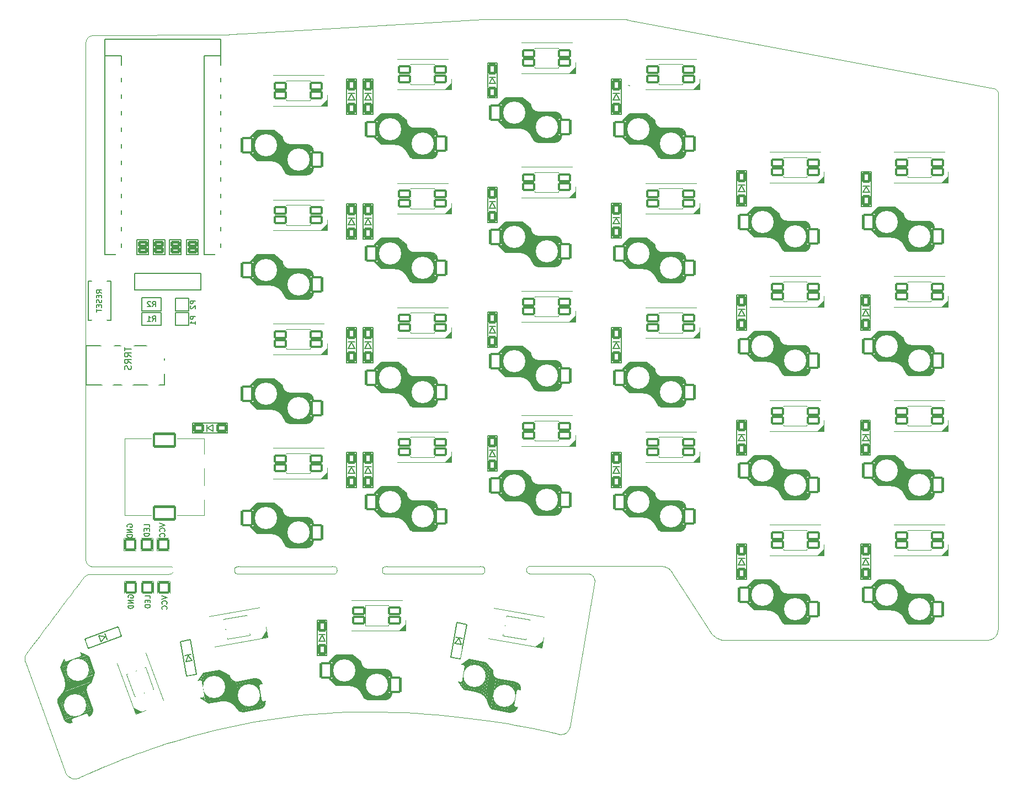
<source format=gbo>
%TF.GenerationSoftware,KiCad,Pcbnew,(6.0.0)*%
%TF.CreationDate,2022-08-16T23:55:00+02:00*%
%TF.ProjectId,SofleKeyboard,536f666c-654b-4657-9962-6f6172642e6b,rev?*%
%TF.SameCoordinates,Original*%
%TF.FileFunction,Legend,Bot*%
%TF.FilePolarity,Positive*%
%FSLAX46Y46*%
G04 Gerber Fmt 4.6, Leading zero omitted, Abs format (unit mm)*
G04 Created by KiCad (PCBNEW (6.0.0)) date 2022-08-16 23:55:00*
%MOMM*%
%LPD*%
G01*
G04 APERTURE LIST*
G04 Aperture macros list*
%AMRoundRect*
0 Rectangle with rounded corners*
0 $1 Rounding radius*
0 $2 $3 $4 $5 $6 $7 $8 $9 X,Y pos of 4 corners*
0 Add a 4 corners polygon primitive as box body*
4,1,4,$2,$3,$4,$5,$6,$7,$8,$9,$2,$3,0*
0 Add four circle primitives for the rounded corners*
1,1,$1+$1,$2,$3*
1,1,$1+$1,$4,$5*
1,1,$1+$1,$6,$7*
1,1,$1+$1,$8,$9*
0 Add four rect primitives between the rounded corners*
20,1,$1+$1,$2,$3,$4,$5,0*
20,1,$1+$1,$4,$5,$6,$7,0*
20,1,$1+$1,$6,$7,$8,$9,0*
20,1,$1+$1,$8,$9,$2,$3,0*%
G04 Aperture macros list end*
%ADD10C,0.090000*%
%ADD11C,0.150000*%
%ADD12C,0.120000*%
%ADD13C,0.100000*%
%TA.AperFunction,Profile*%
%ADD14C,0.120000*%
%TD*%
%ADD15C,1.524000*%
%ADD16C,1.700000*%
%ADD17C,1.752600*%
%ADD18C,0.200000*%
%ADD19C,1.187400*%
%ADD20C,4.400000*%
%ADD21C,1.797000*%
%ADD22C,1.600000*%
%ADD23O,2.900000X2.100000*%
%ADD24C,5.100000*%
%ADD25C,1.924000*%
%ADD26C,2.400000*%
%ADD27RoundRect,0.200000X-0.475000X0.650000X-0.475000X-0.650000X0.475000X-0.650000X0.475000X0.650000X0*%
%ADD28RoundRect,0.200000X-0.650000X-0.475000X0.650000X-0.475000X0.650000X0.475000X-0.650000X0.475000X0*%
%ADD29RoundRect,0.200000X0.448341X0.668667X-0.773260X0.224041X-0.448341X-0.668667X0.773260X-0.224041X0*%
%ADD30C,2.200000*%
%ADD31C,3.400000*%
%ADD32C,3.800000*%
%ADD33C,1.400000*%
%ADD34RoundRect,0.200000X0.850000X0.500000X-0.850000X0.500000X-0.850000X-0.500000X0.850000X-0.500000X0*%
%ADD35RoundRect,0.200000X0.800000X1.100000X-0.800000X1.100000X-0.800000X-1.100000X0.800000X-1.100000X0*%
%ADD36RoundRect,0.200000X0.760563X-0.627729X0.179129X0.969749X-0.760563X0.627729X-0.179129X-0.969749X0*%
%ADD37RoundRect,0.200000X1.307278X-0.375532X0.760046X1.127976X-1.307278X0.375532X-0.760046X-1.127976X0*%
%ADD38RoundRect,0.200000X-1.600000X-1.000000X1.600000X-1.000000X1.600000X1.000000X-1.600000X1.000000X0*%
%ADD39RoundRect,0.200000X0.750263X0.640005X-0.923911X0.344803X-0.750263X-0.640005X0.923911X-0.344803X0*%
%ADD40RoundRect,0.200000X0.596833X1.222207X-0.978859X0.944370X-0.596833X-1.222207X0.978859X-0.944370X0*%
%ADD41RoundRect,0.200000X0.923911X0.344803X-0.750263X0.640005X-0.923911X-0.344803X0.750263X-0.640005X0*%
%ADD42RoundRect,0.200000X0.978859X0.944370X-0.596833X1.222207X-0.978859X-0.944370X0.596833X-1.222207X0*%
%ADD43RoundRect,0.200000X-0.580655X0.557642X-0.354912X-0.722608X0.580655X-0.557642X0.354912X0.722608X0*%
%ADD44RoundRect,0.200000X-0.354912X0.722608X-0.580655X-0.557642X0.354912X-0.722608X0.580655X0.557642X0*%
%ADD45C,0.793700*%
%ADD46C,2.100000*%
%ADD47O,2.100000X2.100000*%
%ADD48C,2.152600*%
%ADD49RoundRect,0.200000X-0.762000X-0.762000X0.762000X-0.762000X0.762000X0.762000X-0.762000X0.762000X0*%
%ADD50RoundRect,0.200000X-0.762000X0.762000X-0.762000X-0.762000X0.762000X-0.762000X0.762000X0.762000X0*%
%ADD51RoundRect,0.200000X0.571500X-0.317500X0.571500X0.317500X-0.571500X0.317500X-0.571500X-0.317500X0*%
G04 APERTURE END LIST*
D10*
X87912739Y-117125430D02*
X87918440Y-117242752D01*
X87935201Y-117356250D01*
X87962504Y-117465408D01*
X87999832Y-117569708D01*
X88046669Y-117668634D01*
X88102497Y-117761669D01*
X88166800Y-117848297D01*
X88239062Y-117928000D01*
X88318765Y-118000261D01*
X88405392Y-118064564D01*
X88498427Y-118120393D01*
X88597353Y-118167229D01*
X88701654Y-118204557D01*
X88810811Y-118231860D01*
X88924310Y-118248621D01*
X89041632Y-118254323D01*
X162218324Y-142790013D02*
X166017748Y-120476819D01*
X78634688Y-132859332D02*
X84773030Y-149722105D01*
X149147912Y-118805741D02*
X149141400Y-118928748D01*
X149122280Y-119034082D01*
X149091172Y-119123086D01*
X149023386Y-119228913D01*
X148932113Y-119305557D01*
X148819447Y-119357550D01*
X148687479Y-119389429D01*
X148589812Y-119401745D01*
X148485116Y-119408481D01*
X148374012Y-119410979D01*
X148257121Y-119410583D01*
X148135061Y-119408637D01*
X148008454Y-119406484D01*
X147877920Y-119405468D01*
X177906363Y-119171537D02*
X183621346Y-128096832D01*
X171122432Y-34462538D02*
X170780248Y-34399041D01*
X89041632Y-118254323D02*
X100076532Y-118254323D01*
X183621346Y-128096832D02*
X183713071Y-128235064D01*
X183806789Y-128364219D01*
X183902180Y-128484606D01*
X183998920Y-128596530D01*
X184096688Y-128700300D01*
X184195163Y-128796223D01*
X184294023Y-128884606D01*
X184392946Y-128965758D01*
X184491611Y-129039985D01*
X184589695Y-129107595D01*
X184686878Y-129168895D01*
X184782837Y-129224193D01*
X184877251Y-129273797D01*
X184969798Y-129318013D01*
X185060156Y-129357150D01*
X185148004Y-129391514D01*
X185233021Y-129421414D01*
X185393271Y-129469049D01*
X185538333Y-129502514D01*
X185665634Y-129524269D01*
X185772600Y-129536775D01*
X185889292Y-129543569D01*
X185949692Y-129543212D01*
X87912739Y-92787294D02*
X87912739Y-117125430D01*
X101346523Y-118818759D02*
X101340011Y-118941766D01*
X101320891Y-119047099D01*
X101289783Y-119136104D01*
X101221997Y-119241931D01*
X101130724Y-119318574D01*
X101018058Y-119370567D01*
X100886091Y-119402446D01*
X100788423Y-119414762D01*
X100683727Y-119421498D01*
X100572624Y-119423996D01*
X100455732Y-119423600D01*
X100333673Y-119421654D01*
X100207066Y-119419501D01*
X100076532Y-119418485D01*
X87595252Y-119947652D02*
X87535762Y-120017108D01*
X87524692Y-120053481D01*
X185949692Y-129543212D02*
X186059451Y-129543212D01*
X186379631Y-129543212D01*
X186896581Y-129543212D01*
X187596653Y-129543212D01*
X188466198Y-129543212D01*
X189491567Y-129543212D01*
X190659111Y-129543212D01*
X191955180Y-129543212D01*
X193366126Y-129543212D01*
X194878299Y-129543212D01*
X196478052Y-129543212D01*
X198151733Y-129543212D01*
X199885696Y-129543212D01*
X201666289Y-129543212D01*
X203479866Y-129543212D01*
X205312775Y-129543212D01*
X207151369Y-129543212D01*
X208981999Y-129543212D01*
X210791015Y-129543212D01*
X212564768Y-129543212D01*
X214289609Y-129543212D01*
X215951890Y-129543212D01*
X217537961Y-129543212D01*
X219034173Y-129543212D01*
X220426877Y-129543212D01*
X221702424Y-129543212D01*
X222847166Y-129543212D01*
X223847452Y-129543212D01*
X224689634Y-129543212D01*
X225360064Y-129543212D01*
X225845091Y-129543212D01*
X226131068Y-129543212D01*
X89178556Y-36824266D02*
X89056504Y-36825153D01*
X162207752Y-142842938D02*
X162218324Y-142790013D01*
X156831401Y-119347926D02*
X156700866Y-119348942D01*
X156574259Y-119351096D01*
X156452199Y-119353043D01*
X156335308Y-119353440D01*
X156224204Y-119350944D01*
X156119508Y-119344210D01*
X156021841Y-119331895D01*
X155931821Y-119312656D01*
X155812488Y-119267874D01*
X155713852Y-119199954D01*
X155638005Y-119104361D01*
X155587040Y-118976561D01*
X155567920Y-118871227D01*
X155561409Y-118748221D01*
X78811077Y-131624609D02*
X78749822Y-131718793D01*
X78698077Y-131815873D01*
X78655426Y-131915436D01*
X78621456Y-132017067D01*
X78595755Y-132120353D01*
X78577909Y-132224878D01*
X78567504Y-132330230D01*
X78564128Y-132435994D01*
X171390546Y-44486572D02*
X171122432Y-44437178D01*
X134684023Y-119405468D02*
X134553488Y-119406484D01*
X134426881Y-119408637D01*
X134304822Y-119410583D01*
X134187930Y-119410979D01*
X134076826Y-119408481D01*
X133972131Y-119401745D01*
X133874463Y-119389429D01*
X133784444Y-119370188D01*
X133665111Y-119325403D01*
X133566475Y-119257480D01*
X133490628Y-119161884D01*
X133439663Y-119034082D01*
X133420543Y-118928748D01*
X133414032Y-118805741D01*
X134684023Y-118241305D02*
X147877920Y-118241305D01*
X110737466Y-118805741D02*
X110743977Y-118683130D01*
X110763097Y-118578916D01*
X110794205Y-118491652D01*
X110861991Y-118389372D01*
X110953264Y-118317091D01*
X111065930Y-118269925D01*
X111197897Y-118242989D01*
X111295565Y-118233861D01*
X111400261Y-118230106D01*
X111511364Y-118230279D01*
X111628256Y-118232932D01*
X111750315Y-118236619D01*
X111876922Y-118239892D01*
X112007457Y-118241305D01*
X227965517Y-45793759D02*
X227956404Y-45661770D01*
X227930652Y-45543165D01*
X227890638Y-45437272D01*
X227838738Y-45343419D01*
X227777329Y-45260935D01*
X227708789Y-45189148D01*
X227635495Y-45127386D01*
X227559824Y-45074977D01*
X227447060Y-45012431D01*
X227342319Y-44967152D01*
X227253623Y-44936872D01*
X227163244Y-44913579D01*
X227154132Y-44911814D01*
X100076532Y-119418485D02*
X88583026Y-119418485D01*
X88582137Y-129391746D02*
X88582137Y-129391746D01*
X112066611Y-36536873D02*
X111950673Y-36546557D01*
X111815190Y-36557650D01*
X111636418Y-36572012D01*
X111532766Y-36580207D01*
X111420651Y-36588967D01*
X111300860Y-36598206D01*
X111174180Y-36607841D01*
X111041396Y-36617787D01*
X110903296Y-36627959D01*
X110760666Y-36638274D01*
X110614292Y-36648647D01*
X110464961Y-36658994D01*
X110313460Y-36669231D01*
X110160574Y-36679272D01*
X110007091Y-36689034D01*
X109853796Y-36698433D01*
X109701476Y-36707384D01*
X109550919Y-36715803D01*
X109402909Y-36723605D01*
X109258234Y-36730706D01*
X109117680Y-36737023D01*
X108982034Y-36742470D01*
X108852082Y-36746963D01*
X108728611Y-36750418D01*
X108612406Y-36752750D01*
X108504255Y-36753876D01*
X108404945Y-36753711D01*
X125201355Y-119405468D02*
X112007457Y-119405468D01*
X133414032Y-118805741D02*
X133420543Y-118683130D01*
X133439663Y-118578916D01*
X133470771Y-118491652D01*
X133538557Y-118389372D01*
X133629829Y-118317091D01*
X133742496Y-118269925D01*
X133874463Y-118242989D01*
X133972131Y-118233861D01*
X134076826Y-118230106D01*
X134187930Y-118230279D01*
X134304822Y-118232932D01*
X134426881Y-118236619D01*
X134553488Y-118239892D01*
X134684023Y-118241305D01*
X126471346Y-118805741D02*
X126464834Y-118928748D01*
X126445714Y-119034082D01*
X126414606Y-119123086D01*
X126346820Y-119228913D01*
X126255547Y-119305557D01*
X126142881Y-119357550D01*
X126010914Y-119389429D01*
X125913246Y-119401745D01*
X125808550Y-119408481D01*
X125697447Y-119410979D01*
X125580555Y-119410583D01*
X125458496Y-119408637D01*
X125331889Y-119406484D01*
X125201355Y-119405468D01*
X164888855Y-119347926D02*
X156831401Y-119347926D01*
X155561409Y-118748221D02*
X155567920Y-118625609D01*
X155587040Y-118521395D01*
X155618148Y-118434130D01*
X155685934Y-118331848D01*
X155777207Y-118259564D01*
X155889873Y-118212394D01*
X156021841Y-118185456D01*
X156119508Y-118176325D01*
X156224204Y-118172569D01*
X156335308Y-118172740D01*
X156452199Y-118175392D01*
X156574259Y-118179078D01*
X156700866Y-118182350D01*
X156831401Y-118183763D01*
X84773030Y-149722105D02*
X84813402Y-149817302D01*
X84853425Y-149898247D01*
X84908021Y-149996013D01*
X84977810Y-150105483D01*
X85063411Y-150221543D01*
X85165446Y-150339075D01*
X85284533Y-150452963D01*
X85421294Y-150558093D01*
X85576348Y-150649347D01*
X85660928Y-150688173D01*
X85750315Y-150721611D01*
X85844585Y-150749022D01*
X85943816Y-150769767D01*
X86048085Y-150783206D01*
X86157470Y-150788700D01*
X86272048Y-150785609D01*
X86391897Y-150773294D01*
X86517095Y-150751115D01*
X86647718Y-150718433D01*
X86783846Y-150674609D01*
X227965517Y-127355985D02*
X227965517Y-127124113D01*
X227965517Y-126448142D01*
X227965517Y-125357531D01*
X227965517Y-123881744D01*
X227965517Y-122050242D01*
X227965517Y-119892487D01*
X227965517Y-117437942D01*
X227965517Y-114716068D01*
X227965517Y-111756328D01*
X227965517Y-108588183D01*
X227965517Y-105241095D01*
X227965517Y-101744527D01*
X227965517Y-98127940D01*
X227965517Y-94420797D01*
X227965517Y-90652559D01*
X227965517Y-86852689D01*
X227965517Y-83050648D01*
X227965517Y-79275899D01*
X227965517Y-75557904D01*
X227965517Y-71926124D01*
X227965517Y-68410021D01*
X227965517Y-65039059D01*
X227965517Y-61842698D01*
X227965517Y-58850401D01*
X227965517Y-56091629D01*
X227965517Y-53595845D01*
X227965517Y-51392511D01*
X227965517Y-49511089D01*
X227965517Y-47981041D01*
X227965517Y-46831828D01*
X227965517Y-46092913D01*
X227965517Y-45793759D01*
X166017748Y-120476819D02*
X166012046Y-120359496D01*
X165995285Y-120245998D01*
X165967982Y-120136840D01*
X165930654Y-120032540D01*
X165883817Y-119933614D01*
X165827989Y-119840579D01*
X165763686Y-119753951D01*
X165691424Y-119674249D01*
X165611721Y-119601987D01*
X165525094Y-119537684D01*
X165432059Y-119481855D01*
X165333133Y-119435019D01*
X165228832Y-119397691D01*
X165119675Y-119370388D01*
X165006176Y-119353627D01*
X164888855Y-119347926D01*
X112007457Y-118241305D02*
X125201355Y-118241305D01*
X148943295Y-34399041D02*
X112066611Y-36536873D01*
X160584961Y-143971832D02*
X160707512Y-143985550D01*
X160843696Y-143988833D01*
X160954531Y-143983421D01*
X161077485Y-143968733D01*
X161209198Y-143942030D01*
X161346312Y-143900574D01*
X161485467Y-143841625D01*
X161623304Y-143762446D01*
X161756464Y-143660296D01*
X161881589Y-143532438D01*
X161940089Y-143458012D01*
X161995320Y-143376132D01*
X162046862Y-143286456D01*
X162094297Y-143188640D01*
X162137203Y-143082344D01*
X162175161Y-142967224D01*
X162207752Y-142842938D01*
X108404945Y-36753711D02*
X89178556Y-36824266D01*
X122590790Y-140902661D02*
X124437918Y-140759377D01*
X126273097Y-140652261D01*
X128093264Y-140579238D01*
X129895357Y-140538236D01*
X131676314Y-140527180D01*
X133433074Y-140543997D01*
X135162575Y-140586614D01*
X136861754Y-140652957D01*
X138527550Y-140740952D01*
X140156902Y-140848527D01*
X141746747Y-140973606D01*
X143294023Y-141114118D01*
X144795670Y-141267988D01*
X146248624Y-141433143D01*
X147649824Y-141607509D01*
X148996209Y-141789014D01*
X150284715Y-141975582D01*
X151512283Y-142165141D01*
X152675849Y-142355618D01*
X153772352Y-142544938D01*
X154798730Y-142731029D01*
X155751921Y-142911816D01*
X156628864Y-143085226D01*
X157426496Y-143249186D01*
X158141756Y-143401623D01*
X158771582Y-143540461D01*
X159312913Y-143663629D01*
X159762685Y-143769053D01*
X160117838Y-143854658D01*
X160375309Y-143918372D01*
X160532037Y-143958121D01*
X160584961Y-143971832D01*
X125201355Y-118241305D02*
X125331889Y-118239892D01*
X125458496Y-118236619D01*
X125580555Y-118232932D01*
X125697447Y-118230279D01*
X125808550Y-118230106D01*
X125913246Y-118233861D01*
X126010914Y-118242989D01*
X126100933Y-118258939D01*
X126220266Y-118298820D01*
X126318902Y-118362187D01*
X126394749Y-118453924D01*
X126445714Y-118578916D01*
X126464834Y-118683130D01*
X126471346Y-118805741D01*
X78564128Y-132435994D02*
X78568824Y-132528592D01*
X78581435Y-132621195D01*
X78599743Y-132713802D01*
X78621530Y-132806412D01*
X78634688Y-132859332D01*
X147877920Y-119405468D02*
X134684023Y-119405468D01*
X87524692Y-120053481D02*
X87427221Y-120183042D01*
X87310140Y-120338667D01*
X87151725Y-120549230D01*
X86955146Y-120810514D01*
X86723576Y-121118300D01*
X86460187Y-121468370D01*
X86168149Y-121856507D01*
X85850634Y-122278491D01*
X85510815Y-122730106D01*
X85151863Y-123207132D01*
X84776949Y-123705353D01*
X84389245Y-124220549D01*
X83991923Y-124748503D01*
X83588154Y-125284996D01*
X83181110Y-125825811D01*
X82773963Y-126366729D01*
X82369884Y-126903532D01*
X81972045Y-127432003D01*
X81583618Y-127947923D01*
X81207774Y-128447074D01*
X80847685Y-128925238D01*
X80506522Y-129378196D01*
X80187458Y-129801732D01*
X79893663Y-130191626D01*
X79628311Y-130543661D01*
X79394571Y-130853618D01*
X79195616Y-131117280D01*
X79034617Y-131330427D01*
X78914747Y-131488844D01*
X78839176Y-131588310D01*
X78811077Y-131624609D01*
X147877920Y-118241305D02*
X148008454Y-118239892D01*
X148135061Y-118236619D01*
X148257121Y-118232932D01*
X148374012Y-118230279D01*
X148485116Y-118230106D01*
X148589812Y-118233861D01*
X148687479Y-118242989D01*
X148777499Y-118258939D01*
X148896832Y-118298820D01*
X148995468Y-118362187D01*
X149071315Y-118453924D01*
X149122280Y-118578916D01*
X149141400Y-118683130D01*
X149147912Y-118805741D01*
X171122432Y-44437178D02*
X171215334Y-44453432D01*
X171309039Y-44470231D01*
X171390546Y-44486572D01*
X112007457Y-119405468D02*
X111876922Y-119406484D01*
X111750315Y-119408637D01*
X111628256Y-119410583D01*
X111511364Y-119410979D01*
X111400261Y-119408481D01*
X111295565Y-119401745D01*
X111197897Y-119389429D01*
X111107878Y-119370188D01*
X110988545Y-119325403D01*
X110889909Y-119257480D01*
X110814062Y-119161884D01*
X110763097Y-119034082D01*
X110743977Y-118928748D01*
X110737466Y-118805741D01*
X227154132Y-44911814D02*
X171390546Y-34511932D01*
X156831401Y-118183763D02*
X176283572Y-118219054D01*
X176283572Y-118219054D02*
X176387549Y-118221786D01*
X176487832Y-118229750D01*
X176584446Y-118242598D01*
X176677417Y-118259981D01*
X176766770Y-118281549D01*
X176934728Y-118335847D01*
X177088527Y-118402702D01*
X177228373Y-118479324D01*
X177354473Y-118562922D01*
X177467034Y-118650705D01*
X177566263Y-118739885D01*
X177652365Y-118827668D01*
X177725549Y-118911266D01*
X177786019Y-118987888D01*
X177853342Y-119083636D01*
X177900540Y-119160840D01*
X177906363Y-119171537D01*
X171390546Y-34511932D02*
X171122432Y-34462538D01*
X86783846Y-150674609D02*
X86982582Y-150595612D01*
X87253801Y-150479208D01*
X87596191Y-150327678D01*
X88008442Y-150143300D01*
X88489241Y-149928356D01*
X89037277Y-149685126D01*
X89651240Y-149415890D01*
X90329817Y-149122928D01*
X91071698Y-148808520D01*
X91875571Y-148474947D01*
X92740126Y-148124489D01*
X93664050Y-147759426D01*
X94646032Y-147382038D01*
X95684762Y-146994605D01*
X96778927Y-146599408D01*
X97927217Y-146198727D01*
X99128320Y-145794843D01*
X100380925Y-145390034D01*
X101683721Y-144986583D01*
X103035397Y-144586768D01*
X104434640Y-144192870D01*
X105880141Y-143807169D01*
X107370587Y-143431946D01*
X108904667Y-143069480D01*
X110481070Y-142722053D01*
X112098485Y-142391943D01*
X113755601Y-142081432D01*
X115451105Y-141792800D01*
X117183688Y-141528326D01*
X118952037Y-141290292D01*
X120754841Y-141080976D01*
X122590790Y-140902661D01*
X100076532Y-118254323D02*
X100207066Y-118252910D01*
X100333673Y-118249637D01*
X100455732Y-118245950D01*
X100572624Y-118243297D01*
X100683727Y-118243124D01*
X100788423Y-118246878D01*
X100886091Y-118256007D01*
X100976110Y-118271957D01*
X101095443Y-118311837D01*
X101194079Y-118375204D01*
X101269926Y-118466942D01*
X101320891Y-118591934D01*
X101340011Y-118696148D01*
X101346523Y-118818759D01*
X226131068Y-129543212D02*
X226307040Y-129536937D01*
X226471417Y-129518648D01*
X226624594Y-129489145D01*
X226766963Y-129449229D01*
X226898920Y-129399701D01*
X227020859Y-129341363D01*
X227133172Y-129275015D01*
X227236255Y-129201457D01*
X227330501Y-129121492D01*
X227416305Y-129035920D01*
X227494060Y-128945542D01*
X227564160Y-128851159D01*
X227627000Y-128753572D01*
X227682973Y-128653583D01*
X227732474Y-128551991D01*
X227775896Y-128449598D01*
X227813634Y-128347205D01*
X227846082Y-128245613D01*
X227873633Y-128145624D01*
X227896682Y-128048037D01*
X227915623Y-127953654D01*
X227930849Y-127863276D01*
X227951735Y-127697739D01*
X227962493Y-127557833D01*
X227966274Y-127449967D01*
X227965517Y-127355985D01*
X170780248Y-34399041D02*
X170643112Y-34386626D01*
X170395480Y-34375788D01*
X170044883Y-34366449D01*
X169598852Y-34358530D01*
X169064920Y-34351955D01*
X168450618Y-34346645D01*
X167763478Y-34342525D01*
X167011032Y-34339515D01*
X166200812Y-34337538D01*
X165340349Y-34336518D01*
X164437176Y-34336376D01*
X163498825Y-34337035D01*
X162532826Y-34338417D01*
X161546712Y-34340445D01*
X160548016Y-34343041D01*
X159544268Y-34346129D01*
X158543000Y-34349630D01*
X157551745Y-34353466D01*
X156578033Y-34357561D01*
X155629398Y-34361837D01*
X154713371Y-34366216D01*
X153837483Y-34370621D01*
X153009267Y-34374974D01*
X152236255Y-34379199D01*
X151525977Y-34383216D01*
X150885967Y-34386949D01*
X150323755Y-34390321D01*
X149846874Y-34393253D01*
X149462856Y-34395669D01*
X149179232Y-34397490D01*
X149003534Y-34398640D01*
X148943295Y-34399041D01*
X88583026Y-119418485D02*
X88474870Y-119432973D01*
X88368924Y-119456239D01*
X88265537Y-119487760D01*
X88165057Y-119527012D01*
X88067834Y-119573472D01*
X87974216Y-119626618D01*
X87884552Y-119685925D01*
X87799191Y-119750871D01*
X87718482Y-119820933D01*
X87642774Y-119895588D01*
X87595252Y-119947652D01*
X89056504Y-36825153D02*
X88939181Y-36830854D01*
X88825683Y-36847615D01*
X88716525Y-36874918D01*
X88612225Y-36912246D01*
X88513299Y-36959083D01*
X88420263Y-37014911D01*
X88333636Y-37079214D01*
X88253933Y-37151476D01*
X88181671Y-37231179D01*
X88117368Y-37317806D01*
X88061540Y-37410841D01*
X88014703Y-37509767D01*
X87977375Y-37614068D01*
X87950072Y-37723225D01*
X87933311Y-37836724D01*
X87927610Y-37954046D01*
X87927610Y-37954046D02*
X87912739Y-92787294D01*
D11*
X98172605Y-80661904D02*
X98439272Y-80280952D01*
X98629748Y-80661904D02*
X98629748Y-79861904D01*
X98324986Y-79861904D01*
X98248795Y-79900000D01*
X98210700Y-79938095D01*
X98172605Y-80014285D01*
X98172605Y-80128571D01*
X98210700Y-80204761D01*
X98248795Y-80242857D01*
X98324986Y-80280952D01*
X98629748Y-80280952D01*
X97410700Y-80661904D02*
X97867843Y-80661904D01*
X97639272Y-80661904D02*
X97639272Y-79861904D01*
X97715462Y-79976190D01*
X97791652Y-80052380D01*
X97867843Y-80090476D01*
X98172605Y-78423869D02*
X98439272Y-78042917D01*
X98629748Y-78423869D02*
X98629748Y-77623869D01*
X98324986Y-77623869D01*
X98248795Y-77661965D01*
X98210700Y-77700060D01*
X98172605Y-77776250D01*
X98172605Y-77890536D01*
X98210700Y-77966726D01*
X98248795Y-78004822D01*
X98324986Y-78042917D01*
X98629748Y-78042917D01*
X97867843Y-77700060D02*
X97829748Y-77661965D01*
X97753557Y-77623869D01*
X97563081Y-77623869D01*
X97486891Y-77661965D01*
X97448795Y-77700060D01*
X97410700Y-77776250D01*
X97410700Y-77852441D01*
X97448795Y-77966726D01*
X97905938Y-78423869D01*
X97410700Y-78423869D01*
X93902380Y-84638095D02*
X93902380Y-85209523D01*
X94902380Y-84923809D02*
X93902380Y-84923809D01*
X94902380Y-86114285D02*
X94426190Y-85780952D01*
X94902380Y-85542857D02*
X93902380Y-85542857D01*
X93902380Y-85923809D01*
X93950000Y-86019047D01*
X93997619Y-86066666D01*
X94092857Y-86114285D01*
X94235714Y-86114285D01*
X94330952Y-86066666D01*
X94378571Y-86019047D01*
X94426190Y-85923809D01*
X94426190Y-85542857D01*
X94902380Y-87114285D02*
X94426190Y-86780952D01*
X94902380Y-86542857D02*
X93902380Y-86542857D01*
X93902380Y-86923809D01*
X93950000Y-87019047D01*
X93997619Y-87066666D01*
X94092857Y-87114285D01*
X94235714Y-87114285D01*
X94330952Y-87066666D01*
X94378571Y-87019047D01*
X94426190Y-86923809D01*
X94426190Y-86542857D01*
X94854761Y-87495238D02*
X94902380Y-87638095D01*
X94902380Y-87876190D01*
X94854761Y-87971428D01*
X94807142Y-88019047D01*
X94711904Y-88066666D01*
X94616666Y-88066666D01*
X94521428Y-88019047D01*
X94473809Y-87971428D01*
X94426190Y-87876190D01*
X94378571Y-87685714D01*
X94330952Y-87590476D01*
X94283333Y-87542857D01*
X94188095Y-87495238D01*
X94092857Y-87495238D01*
X93997619Y-87542857D01*
X93950000Y-87590476D01*
X93902380Y-87685714D01*
X93902380Y-87923809D01*
X93950000Y-88066666D01*
X104761904Y-79909523D02*
X103961904Y-79909523D01*
X103961904Y-80214285D01*
X104000000Y-80290476D01*
X104038095Y-80328571D01*
X104114285Y-80366666D01*
X104228571Y-80366666D01*
X104304761Y-80328571D01*
X104342857Y-80290476D01*
X104380952Y-80214285D01*
X104380952Y-79909523D01*
X104761904Y-81128571D02*
X104761904Y-80671428D01*
X104761904Y-80900000D02*
X103961904Y-80900000D01*
X104076190Y-80823809D01*
X104152380Y-80747619D01*
X104190476Y-80671428D01*
X104761904Y-77509523D02*
X103961904Y-77509523D01*
X103961904Y-77814285D01*
X104000000Y-77890476D01*
X104038095Y-77928571D01*
X104114285Y-77966666D01*
X104228571Y-77966666D01*
X104304761Y-77928571D01*
X104342857Y-77890476D01*
X104380952Y-77814285D01*
X104380952Y-77509523D01*
X104038095Y-78271428D02*
X104000000Y-78309523D01*
X103961904Y-78385714D01*
X103961904Y-78576190D01*
X104000000Y-78652380D01*
X104038095Y-78690476D01*
X104114285Y-78728571D01*
X104190476Y-78728571D01*
X104304761Y-78690476D01*
X104761904Y-78233333D01*
X104761904Y-78728571D01*
X90361904Y-76338095D02*
X89980952Y-76071428D01*
X90361904Y-75880952D02*
X89561904Y-75880952D01*
X89561904Y-76185714D01*
X89600000Y-76261904D01*
X89638095Y-76300000D01*
X89714285Y-76338095D01*
X89828571Y-76338095D01*
X89904761Y-76300000D01*
X89942857Y-76261904D01*
X89980952Y-76185714D01*
X89980952Y-75880952D01*
X89942857Y-76680952D02*
X89942857Y-76947619D01*
X90361904Y-77061904D02*
X90361904Y-76680952D01*
X89561904Y-76680952D01*
X89561904Y-77061904D01*
X90323809Y-77366666D02*
X90361904Y-77480952D01*
X90361904Y-77671428D01*
X90323809Y-77747619D01*
X90285714Y-77785714D01*
X90209523Y-77823809D01*
X90133333Y-77823809D01*
X90057142Y-77785714D01*
X90019047Y-77747619D01*
X89980952Y-77671428D01*
X89942857Y-77519047D01*
X89904761Y-77442857D01*
X89866666Y-77404761D01*
X89790476Y-77366666D01*
X89714285Y-77366666D01*
X89638095Y-77404761D01*
X89600000Y-77442857D01*
X89561904Y-77519047D01*
X89561904Y-77709523D01*
X89600000Y-77823809D01*
X89942857Y-78166666D02*
X89942857Y-78433333D01*
X90361904Y-78547619D02*
X90361904Y-78166666D01*
X89561904Y-78166666D01*
X89561904Y-78547619D01*
X89561904Y-78776190D02*
X89561904Y-79233333D01*
X90361904Y-79004761D02*
X89561904Y-79004761D01*
X99291024Y-111625973D02*
X100091024Y-111892640D01*
X99291024Y-112159306D01*
X100014834Y-112883116D02*
X100052929Y-112845020D01*
X100091024Y-112730735D01*
X100091024Y-112654544D01*
X100052929Y-112540259D01*
X99976739Y-112464068D01*
X99900548Y-112425973D01*
X99748167Y-112387878D01*
X99633881Y-112387878D01*
X99481500Y-112425973D01*
X99405310Y-112464068D01*
X99329120Y-112540259D01*
X99291024Y-112654544D01*
X99291024Y-112730735D01*
X99329120Y-112845020D01*
X99367215Y-112883116D01*
X100014834Y-113683116D02*
X100052929Y-113645020D01*
X100091024Y-113530735D01*
X100091024Y-113454544D01*
X100052929Y-113340259D01*
X99976739Y-113264068D01*
X99900548Y-113225973D01*
X99748167Y-113187878D01*
X99633881Y-113187878D01*
X99481500Y-113225973D01*
X99405310Y-113264068D01*
X99329120Y-113340259D01*
X99291024Y-113454544D01*
X99291024Y-113530735D01*
X99329120Y-113645020D01*
X99367215Y-113683116D01*
X94329120Y-112183116D02*
X94291024Y-112106925D01*
X94291024Y-111992640D01*
X94329120Y-111878354D01*
X94405310Y-111802163D01*
X94481500Y-111764068D01*
X94633881Y-111725973D01*
X94748167Y-111725973D01*
X94900548Y-111764068D01*
X94976739Y-111802163D01*
X95052929Y-111878354D01*
X95091024Y-111992640D01*
X95091024Y-112068830D01*
X95052929Y-112183116D01*
X95014834Y-112221211D01*
X94748167Y-112221211D01*
X94748167Y-112068830D01*
X95091024Y-112564068D02*
X94291024Y-112564068D01*
X95091024Y-113021211D01*
X94291024Y-113021211D01*
X95091024Y-113402163D02*
X94291024Y-113402163D01*
X94291024Y-113592640D01*
X94329120Y-113706925D01*
X94405310Y-113783116D01*
X94481500Y-113821211D01*
X94633881Y-113859306D01*
X94748167Y-113859306D01*
X94900548Y-113821211D01*
X94976739Y-113783116D01*
X95052929Y-113706925D01*
X95091024Y-113592640D01*
X95091024Y-113402163D01*
X97691024Y-112178354D02*
X97691024Y-111797401D01*
X96891024Y-111797401D01*
X97271977Y-112445020D02*
X97271977Y-112711687D01*
X97691024Y-112825973D02*
X97691024Y-112445020D01*
X96891024Y-112445020D01*
X96891024Y-112825973D01*
X97691024Y-113168830D02*
X96891024Y-113168830D01*
X96891024Y-113359306D01*
X96929120Y-113473592D01*
X97005310Y-113549782D01*
X97081500Y-113587878D01*
X97233881Y-113625973D01*
X97348167Y-113625973D01*
X97500548Y-113587878D01*
X97576739Y-113549782D01*
X97652929Y-113473592D01*
X97691024Y-113359306D01*
X97691024Y-113168830D01*
X94469120Y-123023116D02*
X94431024Y-122946925D01*
X94431024Y-122832640D01*
X94469120Y-122718354D01*
X94545310Y-122642163D01*
X94621500Y-122604068D01*
X94773881Y-122565973D01*
X94888167Y-122565973D01*
X95040548Y-122604068D01*
X95116739Y-122642163D01*
X95192929Y-122718354D01*
X95231024Y-122832640D01*
X95231024Y-122908830D01*
X95192929Y-123023116D01*
X95154834Y-123061211D01*
X94888167Y-123061211D01*
X94888167Y-122908830D01*
X95231024Y-123404068D02*
X94431024Y-123404068D01*
X95231024Y-123861211D01*
X94431024Y-123861211D01*
X95231024Y-124242163D02*
X94431024Y-124242163D01*
X94431024Y-124432640D01*
X94469120Y-124546925D01*
X94545310Y-124623116D01*
X94621500Y-124661211D01*
X94773881Y-124699306D01*
X94888167Y-124699306D01*
X95040548Y-124661211D01*
X95116739Y-124623116D01*
X95192929Y-124546925D01*
X95231024Y-124432640D01*
X95231024Y-124242163D01*
X97851024Y-123138354D02*
X97851024Y-122757401D01*
X97051024Y-122757401D01*
X97431977Y-123405020D02*
X97431977Y-123671687D01*
X97851024Y-123785973D02*
X97851024Y-123405020D01*
X97051024Y-123405020D01*
X97051024Y-123785973D01*
X97851024Y-124128830D02*
X97051024Y-124128830D01*
X97051024Y-124319306D01*
X97089120Y-124433592D01*
X97165310Y-124509782D01*
X97241500Y-124547878D01*
X97393881Y-124585973D01*
X97508167Y-124585973D01*
X97660548Y-124547878D01*
X97736739Y-124509782D01*
X97812929Y-124433592D01*
X97851024Y-124319306D01*
X97851024Y-124128830D01*
X99611024Y-122755973D02*
X100411024Y-123022640D01*
X99611024Y-123289306D01*
X100334834Y-124013116D02*
X100372929Y-123975020D01*
X100411024Y-123860735D01*
X100411024Y-123784544D01*
X100372929Y-123670259D01*
X100296739Y-123594068D01*
X100220548Y-123555973D01*
X100068167Y-123517878D01*
X99953881Y-123517878D01*
X99801500Y-123555973D01*
X99725310Y-123594068D01*
X99649120Y-123670259D01*
X99611024Y-123784544D01*
X99611024Y-123860735D01*
X99649120Y-123975020D01*
X99687215Y-124013116D01*
X100334834Y-124813116D02*
X100372929Y-124775020D01*
X100411024Y-124660735D01*
X100411024Y-124584544D01*
X100372929Y-124470259D01*
X100296739Y-124394068D01*
X100220548Y-124355973D01*
X100068167Y-124317878D01*
X99953881Y-124317878D01*
X99801500Y-124355973D01*
X99725310Y-124394068D01*
X99649120Y-124470259D01*
X99611024Y-124584544D01*
X99611024Y-124660735D01*
X99649120Y-124775020D01*
X99687215Y-124813116D01*
X99539272Y-81311965D02*
X96539272Y-81311965D01*
X96539272Y-81311965D02*
X96539272Y-79311965D01*
X99539272Y-79311965D02*
X99539272Y-81311965D01*
X96539272Y-79311965D02*
X99539272Y-79311965D01*
X96539272Y-79061965D02*
X96539272Y-77061965D01*
X96539272Y-77061965D02*
X99539272Y-77061965D01*
X99539272Y-77061965D02*
X99539272Y-79061965D01*
X99539272Y-79061965D02*
X96539272Y-79061965D01*
X100000000Y-90400000D02*
X88000000Y-90400000D01*
X88000000Y-90400000D02*
X88000000Y-84400000D01*
X100000000Y-84400000D02*
X100000000Y-90400000D01*
X88000000Y-84400000D02*
X100000000Y-84400000D01*
X103700000Y-79300000D02*
X103700000Y-81300000D01*
X103700000Y-81300000D02*
X101700000Y-81300000D01*
X101700000Y-81300000D02*
X101700000Y-79300000D01*
X101700000Y-79300000D02*
X103700000Y-79300000D01*
X103700000Y-77100000D02*
X103700000Y-79100000D01*
X101700000Y-79100000D02*
X101700000Y-77100000D01*
X103700000Y-79100000D02*
X101700000Y-79100000D01*
X101700000Y-77100000D02*
X103700000Y-77100000D01*
X90910000Y-70440000D02*
X90910000Y-37420000D01*
X106150000Y-39960000D02*
X108690000Y-39960000D01*
X90910000Y-39960000D02*
X93450000Y-39960000D01*
X108690000Y-70440000D02*
X106150000Y-70440000D01*
X93450000Y-70440000D02*
X90910000Y-70440000D01*
X106150000Y-70440000D02*
X106150000Y-39960000D01*
X108690000Y-39960000D02*
X108690000Y-70440000D01*
X93450000Y-39960000D02*
X93450000Y-70440000D01*
X108690000Y-37420000D02*
X108690000Y-70440000D01*
X90910000Y-70440000D02*
X90910000Y-39960000D01*
X90910000Y-37420000D02*
X108690000Y-37420000D01*
X91800000Y-80500000D02*
X91100000Y-80500000D01*
X88300000Y-74500000D02*
X88900000Y-74500000D01*
X91800000Y-74500000D02*
X91800000Y-80400000D01*
X88300000Y-80500000D02*
X88900000Y-80500000D01*
X88300000Y-80500000D02*
X88300000Y-74500000D01*
X91800000Y-74500000D02*
X91100000Y-74500000D01*
X91800000Y-74500000D02*
X91800000Y-80500000D01*
X129455000Y-48927000D02*
X129455000Y-43527000D01*
X129205000Y-46727000D02*
X128205000Y-46727000D01*
X128205000Y-46727000D02*
X128705000Y-45827000D01*
X127955000Y-48927000D02*
X129455000Y-48927000D01*
X128705000Y-45827000D02*
X129205000Y-46727000D01*
X129455000Y-43527000D02*
X127955000Y-43527000D01*
X127955000Y-43527000D02*
X127955000Y-48927000D01*
X129205000Y-45727000D02*
X128205000Y-45727000D01*
X130745000Y-46730000D02*
X131245000Y-45830000D01*
X131995000Y-48930000D02*
X131995000Y-43530000D01*
X131745000Y-46730000D02*
X130745000Y-46730000D01*
X131995000Y-43530000D02*
X130495000Y-43530000D01*
X131245000Y-45830000D02*
X131745000Y-46730000D01*
X130495000Y-43530000D02*
X130495000Y-48930000D01*
X130495000Y-48930000D02*
X131995000Y-48930000D01*
X131745000Y-45730000D02*
X130745000Y-45730000D01*
X149595000Y-46430000D02*
X151095000Y-46430000D01*
X151095000Y-41030000D02*
X149595000Y-41030000D01*
X150845000Y-43230000D02*
X149845000Y-43230000D01*
X150845000Y-44230000D02*
X149845000Y-44230000D01*
X150345000Y-43330000D02*
X150845000Y-44230000D01*
X149845000Y-44230000D02*
X150345000Y-43330000D01*
X151095000Y-46430000D02*
X151095000Y-41030000D01*
X149595000Y-41030000D02*
X149595000Y-46430000D01*
X170095000Y-43530000D02*
X168595000Y-43530000D01*
X168595000Y-48930000D02*
X170095000Y-48930000D01*
X169345000Y-45830000D02*
X169845000Y-46730000D01*
X170095000Y-48930000D02*
X170095000Y-43530000D01*
X169845000Y-45730000D02*
X168845000Y-45730000D01*
X168595000Y-43530000D02*
X168595000Y-48930000D01*
X169845000Y-46730000D02*
X168845000Y-46730000D01*
X168845000Y-46730000D02*
X169345000Y-45830000D01*
X189090120Y-60765640D02*
X188090120Y-60765640D01*
X189340120Y-57565640D02*
X187840120Y-57565640D01*
X189340120Y-62965640D02*
X189340120Y-57565640D01*
X189090120Y-59765640D02*
X188090120Y-59765640D01*
X187840120Y-57565640D02*
X187840120Y-62965640D01*
X188090120Y-60765640D02*
X188590120Y-59865640D01*
X188590120Y-59865640D02*
X189090120Y-60765640D01*
X187840120Y-62965640D02*
X189340120Y-62965640D01*
X208440120Y-57695640D02*
X206940120Y-57695640D01*
X208190120Y-59895640D02*
X207190120Y-59895640D01*
X206940120Y-63095640D02*
X208440120Y-63095640D01*
X206940120Y-57695640D02*
X206940120Y-63095640D01*
X208440120Y-63095640D02*
X208440120Y-57695640D01*
X207190120Y-60895640D02*
X207690120Y-59995640D01*
X207690120Y-59995640D02*
X208190120Y-60895640D01*
X208190120Y-60895640D02*
X207190120Y-60895640D01*
X129205000Y-83830000D02*
X128205000Y-83830000D01*
X129205000Y-84830000D02*
X128205000Y-84830000D01*
X128705000Y-83930000D02*
X129205000Y-84830000D01*
X128205000Y-84830000D02*
X128705000Y-83930000D01*
X127955000Y-87030000D02*
X129455000Y-87030000D01*
X127955000Y-81630000D02*
X127955000Y-87030000D01*
X129455000Y-87030000D02*
X129455000Y-81630000D01*
X129455000Y-81630000D02*
X127955000Y-81630000D01*
X129205000Y-103930000D02*
X128205000Y-103930000D01*
X129455000Y-100730000D02*
X127955000Y-100730000D01*
X129205000Y-102930000D02*
X128205000Y-102930000D01*
X129455000Y-106130000D02*
X129455000Y-100730000D01*
X127955000Y-106130000D02*
X129455000Y-106130000D01*
X127955000Y-100730000D02*
X127955000Y-106130000D01*
X128205000Y-103930000D02*
X128705000Y-103030000D01*
X128705000Y-103030000D02*
X129205000Y-103930000D01*
X107500000Y-97500000D02*
X106600000Y-97000000D01*
X104300000Y-97750000D02*
X109700000Y-97750000D01*
X109700000Y-97750000D02*
X109700000Y-96250000D01*
X106600000Y-97000000D02*
X107500000Y-96500000D01*
X106500000Y-96500000D02*
X106500000Y-97500000D01*
X107500000Y-96500000D02*
X107500000Y-97500000D01*
X104300000Y-96250000D02*
X104300000Y-97750000D01*
X109700000Y-96250000D02*
X104300000Y-96250000D01*
X89962322Y-128845755D02*
X90979055Y-129007783D01*
X90979055Y-129007783D02*
X90304342Y-129785447D01*
X91244034Y-129443427D02*
X90902014Y-128503735D01*
X88322523Y-130772815D02*
X93396863Y-128925906D01*
X92883833Y-127516367D02*
X87809493Y-129363276D01*
X90304342Y-129785447D02*
X89962322Y-128845755D01*
X87809493Y-129363276D02*
X88322523Y-130772815D01*
X93396863Y-128925906D02*
X92883833Y-127516367D01*
X114150000Y-55850000D02*
X114150000Y-51500000D01*
X113850000Y-55600000D02*
X113850000Y-51800000D01*
X114450000Y-56000000D02*
X114450000Y-51400000D01*
X113700000Y-55450000D02*
X113700000Y-51950000D01*
X122600000Y-57800000D02*
X122600000Y-54050000D01*
X117600000Y-56450000D02*
X117600000Y-52050000D01*
X120750000Y-58200000D02*
X120750000Y-53600000D01*
X119550000Y-58200000D02*
X119550000Y-53600000D01*
X117000000Y-56100000D02*
X117000000Y-51550000D01*
X118250000Y-57200000D02*
X118250000Y-53050000D01*
X120150000Y-58200000D02*
X120150000Y-53600000D01*
X121850000Y-58225000D02*
X119250000Y-58225000D01*
X120900000Y-58200000D02*
X120900000Y-53600000D01*
X121200000Y-58200000D02*
X121200000Y-53600000D01*
X121500000Y-58200000D02*
X121500000Y-53600000D01*
X121350000Y-58200000D02*
X121350000Y-53600000D01*
X113250000Y-55000000D02*
X114275000Y-56025000D01*
X116100000Y-56000000D02*
X116100000Y-51400000D01*
X115500000Y-56000000D02*
X115500000Y-51400000D01*
X122100000Y-58150000D02*
X122100000Y-53650000D01*
X120600000Y-58200000D02*
X120600000Y-53600000D01*
X116250000Y-56000000D02*
X116250000Y-51400000D01*
X118050000Y-56850000D02*
X118050000Y-52400000D01*
X121800000Y-58200000D02*
X121800000Y-53600000D01*
X113250000Y-52400000D02*
X114275000Y-51375000D01*
X116250000Y-56025000D02*
X114275000Y-56025000D01*
X120450000Y-58200000D02*
X120450000Y-53600000D01*
X116700000Y-56050000D02*
X116700000Y-51400000D01*
X118350000Y-57400000D02*
X118350000Y-53250000D01*
X117900000Y-56700000D02*
X117900000Y-52250000D01*
X114000000Y-55750000D02*
X114000000Y-51650000D01*
X114900000Y-56000000D02*
X114900000Y-51400000D01*
X117300000Y-56250000D02*
X117300000Y-51800000D01*
X122850000Y-54575000D02*
X122850000Y-57225000D01*
X115050000Y-56000000D02*
X115050000Y-51400000D01*
X122400000Y-58000000D02*
X122400000Y-53800000D01*
X115950000Y-56000000D02*
X115950000Y-51400000D01*
X119400000Y-58200000D02*
X119400000Y-53650000D01*
X121050000Y-58200000D02*
X121050000Y-53600000D01*
X116400000Y-56000000D02*
X116400000Y-51450000D01*
X119250000Y-58200000D02*
X119250000Y-53600000D01*
X119700000Y-58200000D02*
X119700000Y-53600000D01*
X122500000Y-57900000D02*
X122500000Y-53950000D01*
X114750000Y-56000000D02*
X114750000Y-51400000D01*
X115650000Y-56000000D02*
X115650000Y-51400000D01*
X118150000Y-57050000D02*
X118150000Y-52900000D01*
D12*
X124950000Y-47651000D02*
X124950000Y-46000000D01*
D11*
X113250000Y-52400000D02*
X113250000Y-55000000D01*
X120300000Y-58200000D02*
X120300000Y-53600000D01*
X115800000Y-56000000D02*
X115800000Y-51400000D01*
X122250000Y-58100000D02*
X122250000Y-53700000D01*
X113550000Y-55250000D02*
X113550000Y-52100000D01*
X116550000Y-56050000D02*
X116550000Y-51400000D01*
X120000000Y-58200000D02*
X120000000Y-53600000D01*
X117750000Y-56550000D02*
X117750000Y-52150000D01*
X115200000Y-56000000D02*
X115200000Y-51400000D01*
X121650000Y-58200000D02*
X121650000Y-53600000D01*
X118800000Y-58050000D02*
X118800000Y-53500000D01*
X117450000Y-56350000D02*
X117450000Y-51900000D01*
X116850000Y-56050000D02*
X116850000Y-51450000D01*
X119850000Y-58200000D02*
X119850000Y-53600000D01*
X114600000Y-56000000D02*
X114600000Y-51400000D01*
X116825000Y-51375000D02*
X118100000Y-52400000D01*
X119100000Y-58200000D02*
X119100000Y-53600000D01*
X118950000Y-58150000D02*
X118950000Y-53600000D01*
X116825000Y-51375000D02*
X114275000Y-51375000D01*
X117150000Y-56200000D02*
X117150000Y-51650000D01*
X114300000Y-56000000D02*
X114300000Y-51400000D01*
X122700000Y-57650000D02*
X122700000Y-54100000D01*
X118450000Y-57550000D02*
X118450000Y-53350000D01*
X121950000Y-58200000D02*
X121950000Y-53650000D01*
X115350000Y-56000000D02*
X115350000Y-51400000D01*
X118650000Y-57950000D02*
X118650000Y-53450000D01*
X118550000Y-57800000D02*
X118550000Y-53400000D01*
D12*
X124450000Y-42951000D02*
X116650000Y-42951000D01*
D11*
X121850000Y-53575000D02*
X119275000Y-53575000D01*
X113400000Y-55150000D02*
X113400000Y-52250000D01*
D12*
X116650000Y-47651000D02*
X124950000Y-47651000D01*
D11*
X121850000Y-58225000D02*
G75*
G03*
X122850000Y-57225000I1J999999D01*
G01*
X122850000Y-54575000D02*
G75*
G03*
X121850000Y-53575000I-999999J1D01*
G01*
X118100000Y-52400000D02*
G75*
G03*
X119275000Y-53575000I1175002J2D01*
G01*
X118387801Y-57521904D02*
G75*
G03*
X116250000Y-56025000I-2137802J-778098D01*
G01*
X118387801Y-57521904D02*
G75*
G03*
X119249005Y-58223791I900000J225000D01*
G01*
D13*
X124950000Y-46635000D02*
X124950000Y-47651000D01*
X124950000Y-47651000D02*
X123942000Y-47651000D01*
X123942000Y-47651000D02*
X124950000Y-46635000D01*
G36*
X124950000Y-47651000D02*
G01*
X123942000Y-47651000D01*
X124950000Y-46635000D01*
X124950000Y-47651000D01*
G37*
X124950000Y-47651000D02*
X123942000Y-47651000D01*
X124950000Y-46635000D01*
X124950000Y-47651000D01*
D14*
X118750000Y-43751000D02*
X118750000Y-46851000D01*
X118750000Y-46851000D02*
X122350000Y-46851000D01*
X122350000Y-46851000D02*
X122350000Y-43751000D01*
X122350000Y-43751000D02*
X118750000Y-43751000D01*
D11*
X159150000Y-53200000D02*
X159150000Y-48600000D01*
X159900000Y-53200000D02*
X159900000Y-48600000D01*
X158250000Y-53200000D02*
X158250000Y-48600000D01*
X154925000Y-46375000D02*
X152375000Y-46375000D01*
X153450000Y-51000000D02*
X153450000Y-46400000D01*
X160950000Y-49575000D02*
X160950000Y-52225000D01*
X160200000Y-53150000D02*
X160200000Y-48650000D01*
X160700000Y-52800000D02*
X160700000Y-49050000D01*
X154925000Y-46375000D02*
X156200000Y-47400000D01*
X153750000Y-51000000D02*
X153750000Y-46400000D01*
X154050000Y-51000000D02*
X154050000Y-46400000D01*
D12*
X154750000Y-42651000D02*
X163050000Y-42651000D01*
D11*
X151500000Y-50150000D02*
X151500000Y-47250000D01*
X151350000Y-47400000D02*
X151350000Y-50000000D01*
X153600000Y-51000000D02*
X153600000Y-46400000D01*
D12*
X163050000Y-42651000D02*
X163050000Y-41000000D01*
D11*
X158850000Y-53200000D02*
X158850000Y-48600000D01*
X151800000Y-50450000D02*
X151800000Y-46950000D01*
X159000000Y-53200000D02*
X159000000Y-48600000D01*
X154800000Y-51050000D02*
X154800000Y-46400000D01*
X154200000Y-51000000D02*
X154200000Y-46400000D01*
X157950000Y-53200000D02*
X157950000Y-48600000D01*
X155850000Y-51550000D02*
X155850000Y-47150000D01*
X152550000Y-51000000D02*
X152550000Y-46400000D01*
X156650000Y-52800000D02*
X156650000Y-48400000D01*
X154500000Y-51000000D02*
X154500000Y-46450000D01*
X155700000Y-51450000D02*
X155700000Y-47050000D01*
X156350000Y-52200000D02*
X156350000Y-48050000D01*
X152400000Y-51000000D02*
X152400000Y-46400000D01*
X159450000Y-53200000D02*
X159450000Y-48600000D01*
X154350000Y-51025000D02*
X152375000Y-51025000D01*
X158100000Y-53200000D02*
X158100000Y-48600000D01*
X156250000Y-52050000D02*
X156250000Y-47900000D01*
X159750000Y-53200000D02*
X159750000Y-48600000D01*
X157050000Y-53150000D02*
X157050000Y-48600000D01*
X152250000Y-50850000D02*
X152250000Y-46500000D01*
X160050000Y-53200000D02*
X160050000Y-48650000D01*
X153150000Y-51000000D02*
X153150000Y-46400000D01*
X155250000Y-51200000D02*
X155250000Y-46650000D01*
X156750000Y-52950000D02*
X156750000Y-48450000D01*
X156550000Y-52550000D02*
X156550000Y-48350000D01*
X156150000Y-51850000D02*
X156150000Y-47400000D01*
X151350000Y-47400000D02*
X152375000Y-46375000D01*
X155400000Y-51250000D02*
X155400000Y-46800000D01*
X155100000Y-51100000D02*
X155100000Y-46550000D01*
X158550000Y-53200000D02*
X158550000Y-48600000D01*
X157200000Y-53200000D02*
X157200000Y-48600000D01*
X157350000Y-53200000D02*
X157350000Y-48600000D01*
X154350000Y-51000000D02*
X154350000Y-46400000D01*
X160600000Y-52900000D02*
X160600000Y-48950000D01*
X159950000Y-53225000D02*
X157350000Y-53225000D01*
X157500000Y-53200000D02*
X157500000Y-48650000D01*
X157800000Y-53200000D02*
X157800000Y-48600000D01*
X153900000Y-51000000D02*
X153900000Y-46400000D01*
X152850000Y-51000000D02*
X152850000Y-46400000D01*
X152700000Y-51000000D02*
X152700000Y-46400000D01*
X151950000Y-50600000D02*
X151950000Y-46800000D01*
X151650000Y-50250000D02*
X151650000Y-47100000D01*
X160800000Y-52650000D02*
X160800000Y-49100000D01*
D12*
X162550000Y-37951000D02*
X154750000Y-37951000D01*
D11*
X159300000Y-53200000D02*
X159300000Y-48600000D01*
X156000000Y-51700000D02*
X156000000Y-47250000D01*
X158400000Y-53200000D02*
X158400000Y-48600000D01*
X154950000Y-51050000D02*
X154950000Y-46450000D01*
X159950000Y-48575000D02*
X157375000Y-48575000D01*
X156900000Y-53050000D02*
X156900000Y-48500000D01*
X160350000Y-53100000D02*
X160350000Y-48700000D01*
X156450000Y-52400000D02*
X156450000Y-48250000D01*
X153000000Y-51000000D02*
X153000000Y-46400000D01*
X157650000Y-53200000D02*
X157650000Y-48600000D01*
X152100000Y-50750000D02*
X152100000Y-46650000D01*
X151350000Y-50000000D02*
X152375000Y-51025000D01*
X160500000Y-53000000D02*
X160500000Y-48800000D01*
X154650000Y-51050000D02*
X154650000Y-46400000D01*
X158700000Y-53200000D02*
X158700000Y-48600000D01*
X153300000Y-51000000D02*
X153300000Y-46400000D01*
X155550000Y-51350000D02*
X155550000Y-46900000D01*
X159600000Y-53200000D02*
X159600000Y-48600000D01*
X159950000Y-53225000D02*
G75*
G03*
X160950000Y-52225000I1J999999D01*
G01*
X156487801Y-52521904D02*
G75*
G03*
X154350000Y-51025000I-2137802J-778098D01*
G01*
X160950000Y-49575000D02*
G75*
G03*
X159950000Y-48575000I-999999J1D01*
G01*
X156487801Y-52521904D02*
G75*
G03*
X157349005Y-53223791I900000J225000D01*
G01*
X156200000Y-47400000D02*
G75*
G03*
X157375000Y-48575000I1175002J2D01*
G01*
D13*
X163050000Y-41635000D02*
X163050000Y-42651000D01*
X163050000Y-42651000D02*
X162042000Y-42651000D01*
X162042000Y-42651000D02*
X163050000Y-41635000D01*
G36*
X163050000Y-42651000D02*
G01*
X162042000Y-42651000D01*
X163050000Y-41635000D01*
X163050000Y-42651000D01*
G37*
X163050000Y-42651000D02*
X162042000Y-42651000D01*
X163050000Y-41635000D01*
X163050000Y-42651000D01*
D14*
X156850000Y-38751000D02*
X156850000Y-41851000D01*
X156850000Y-41851000D02*
X160450000Y-41851000D01*
X160450000Y-41851000D02*
X160450000Y-38751000D01*
X160450000Y-38751000D02*
X156850000Y-38751000D01*
D11*
X114150000Y-93950000D02*
X114150000Y-89600000D01*
X113850000Y-93700000D02*
X113850000Y-89900000D01*
X115650000Y-94100000D02*
X115650000Y-89500000D01*
X115200000Y-94100000D02*
X115200000Y-89500000D01*
X116825000Y-89475000D02*
X114275000Y-89475000D01*
X116825000Y-89475000D02*
X118100000Y-90500000D01*
X115950000Y-94100000D02*
X115950000Y-89500000D01*
X121850000Y-96325000D02*
X119250000Y-96325000D01*
D12*
X116650000Y-85751000D02*
X124950000Y-85751000D01*
D11*
X114450000Y-94100000D02*
X114450000Y-89500000D01*
X118250000Y-95300000D02*
X118250000Y-91150000D01*
X117300000Y-94350000D02*
X117300000Y-89900000D01*
X116250000Y-94125000D02*
X114275000Y-94125000D01*
X117600000Y-94550000D02*
X117600000Y-90150000D01*
X116250000Y-94100000D02*
X116250000Y-89500000D01*
X120600000Y-96300000D02*
X120600000Y-91700000D01*
X118050000Y-94950000D02*
X118050000Y-90500000D01*
X118350000Y-95500000D02*
X118350000Y-91350000D01*
X114900000Y-94100000D02*
X114900000Y-89500000D01*
X119550000Y-96300000D02*
X119550000Y-91700000D01*
X117150000Y-94300000D02*
X117150000Y-89750000D01*
X117900000Y-94800000D02*
X117900000Y-90350000D01*
X121200000Y-96300000D02*
X121200000Y-91700000D01*
X120300000Y-96300000D02*
X120300000Y-91700000D01*
X121050000Y-96300000D02*
X121050000Y-91700000D01*
X115500000Y-94100000D02*
X115500000Y-89500000D01*
X117450000Y-94450000D02*
X117450000Y-90000000D01*
X114300000Y-94100000D02*
X114300000Y-89500000D01*
X113400000Y-93250000D02*
X113400000Y-90350000D01*
X118150000Y-95150000D02*
X118150000Y-91000000D01*
X119400000Y-96300000D02*
X119400000Y-91750000D01*
X122850000Y-92675000D02*
X122850000Y-95325000D01*
X118650000Y-96050000D02*
X118650000Y-91550000D01*
X119850000Y-96300000D02*
X119850000Y-91700000D01*
X113250000Y-93100000D02*
X114275000Y-94125000D01*
X115350000Y-94100000D02*
X115350000Y-89500000D01*
X122250000Y-96200000D02*
X122250000Y-91800000D01*
X119100000Y-96300000D02*
X119100000Y-91700000D01*
X116850000Y-94150000D02*
X116850000Y-89550000D01*
X121850000Y-91675000D02*
X119275000Y-91675000D01*
X117750000Y-94650000D02*
X117750000Y-90250000D01*
X117000000Y-94200000D02*
X117000000Y-89650000D01*
D12*
X124450000Y-81051000D02*
X116650000Y-81051000D01*
X124950000Y-85751000D02*
X124950000Y-84100000D01*
D11*
X116550000Y-94150000D02*
X116550000Y-89500000D01*
X114750000Y-94100000D02*
X114750000Y-89500000D01*
X116700000Y-94150000D02*
X116700000Y-89500000D01*
X115050000Y-94100000D02*
X115050000Y-89500000D01*
X121650000Y-96300000D02*
X121650000Y-91700000D01*
X118550000Y-95900000D02*
X118550000Y-91500000D01*
X120900000Y-96300000D02*
X120900000Y-91700000D01*
X121500000Y-96300000D02*
X121500000Y-91700000D01*
X122600000Y-95900000D02*
X122600000Y-92150000D01*
X120000000Y-96300000D02*
X120000000Y-91700000D01*
X114000000Y-93850000D02*
X114000000Y-89750000D01*
X122100000Y-96250000D02*
X122100000Y-91750000D01*
X121350000Y-96300000D02*
X121350000Y-91700000D01*
X122700000Y-95750000D02*
X122700000Y-92200000D01*
X122500000Y-96000000D02*
X122500000Y-92050000D01*
X115800000Y-94100000D02*
X115800000Y-89500000D01*
X116100000Y-94100000D02*
X116100000Y-89500000D01*
X118800000Y-96150000D02*
X118800000Y-91600000D01*
X113250000Y-90500000D02*
X113250000Y-93100000D01*
X120750000Y-96300000D02*
X120750000Y-91700000D01*
X113550000Y-93350000D02*
X113550000Y-90200000D01*
X114600000Y-94100000D02*
X114600000Y-89500000D01*
X119700000Y-96300000D02*
X119700000Y-91700000D01*
X113250000Y-90500000D02*
X114275000Y-89475000D01*
X113700000Y-93550000D02*
X113700000Y-90050000D01*
X118450000Y-95650000D02*
X118450000Y-91450000D01*
X119250000Y-96300000D02*
X119250000Y-91700000D01*
X120150000Y-96300000D02*
X120150000Y-91700000D01*
X121950000Y-96300000D02*
X121950000Y-91750000D01*
X118950000Y-96250000D02*
X118950000Y-91700000D01*
X122400000Y-96100000D02*
X122400000Y-91900000D01*
X121800000Y-96300000D02*
X121800000Y-91700000D01*
X116400000Y-94100000D02*
X116400000Y-89550000D01*
X120450000Y-96300000D02*
X120450000Y-91700000D01*
X121850000Y-96325000D02*
G75*
G03*
X122850000Y-95325000I1J999999D01*
G01*
X118100000Y-90500000D02*
G75*
G03*
X119275000Y-91675000I1175002J2D01*
G01*
X122850000Y-92675000D02*
G75*
G03*
X121850000Y-91675000I-999999J1D01*
G01*
X118387801Y-95621904D02*
G75*
G03*
X116250000Y-94125000I-2137802J-778098D01*
G01*
X118387801Y-95621904D02*
G75*
G03*
X119249005Y-96323791I900000J225000D01*
G01*
D13*
X124950000Y-84735000D02*
X124950000Y-85751000D01*
X124950000Y-85751000D02*
X123942000Y-85751000D01*
X123942000Y-85751000D02*
X124950000Y-84735000D01*
G36*
X124950000Y-85751000D02*
G01*
X123942000Y-85751000D01*
X124950000Y-84735000D01*
X124950000Y-85751000D01*
G37*
X124950000Y-85751000D02*
X123942000Y-85751000D01*
X124950000Y-84735000D01*
X124950000Y-85751000D01*
D14*
X122350000Y-84951000D02*
X122350000Y-81851000D01*
X118750000Y-84951000D02*
X122350000Y-84951000D01*
X122350000Y-81851000D02*
X118750000Y-81851000D01*
X118750000Y-81851000D02*
X118750000Y-84951000D01*
D11*
X135000000Y-91600000D02*
X135000000Y-87000000D01*
X136950000Y-92300000D02*
X136950000Y-87850000D01*
X138300000Y-93800000D02*
X138300000Y-89200000D01*
X136500000Y-91950000D02*
X136500000Y-87500000D01*
X135300000Y-91600000D02*
X135300000Y-87000000D01*
X132300000Y-88000000D02*
X132300000Y-90600000D01*
X132450000Y-90750000D02*
X132450000Y-87850000D01*
X138450000Y-93800000D02*
X138450000Y-89250000D01*
X136350000Y-91850000D02*
X136350000Y-87400000D01*
X132600000Y-90850000D02*
X132600000Y-87700000D01*
X135750000Y-91650000D02*
X135750000Y-87000000D01*
X139950000Y-93800000D02*
X139950000Y-89200000D01*
X141750000Y-93250000D02*
X141750000Y-89700000D01*
X133950000Y-91600000D02*
X133950000Y-87000000D01*
X141650000Y-93400000D02*
X141650000Y-89650000D01*
X133200000Y-91450000D02*
X133200000Y-87100000D01*
X140900000Y-89175000D02*
X138325000Y-89175000D01*
X138000000Y-93750000D02*
X138000000Y-89200000D01*
X135875000Y-86975000D02*
X133325000Y-86975000D01*
X133500000Y-91600000D02*
X133500000Y-87000000D01*
X136050000Y-91700000D02*
X136050000Y-87150000D01*
X139200000Y-93800000D02*
X139200000Y-89200000D01*
X135875000Y-86975000D02*
X137150000Y-88000000D01*
X141150000Y-93750000D02*
X141150000Y-89250000D01*
X135450000Y-91600000D02*
X135450000Y-87050000D01*
X140550000Y-93800000D02*
X140550000Y-89200000D01*
X133050000Y-91350000D02*
X133050000Y-87250000D01*
X137200000Y-92650000D02*
X137200000Y-88500000D01*
D12*
X144000000Y-83251000D02*
X144000000Y-81600000D01*
D11*
X132900000Y-91200000D02*
X132900000Y-87400000D01*
X139800000Y-93800000D02*
X139800000Y-89200000D01*
X138900000Y-93800000D02*
X138900000Y-89200000D01*
D12*
X135700000Y-83251000D02*
X144000000Y-83251000D01*
D11*
X141300000Y-93700000D02*
X141300000Y-89300000D01*
X137600000Y-93400000D02*
X137600000Y-89000000D01*
X140100000Y-93800000D02*
X140100000Y-89200000D01*
X139650000Y-93800000D02*
X139650000Y-89200000D01*
X138600000Y-93800000D02*
X138600000Y-89200000D01*
X138750000Y-93800000D02*
X138750000Y-89200000D01*
X139050000Y-93800000D02*
X139050000Y-89200000D01*
X136200000Y-91800000D02*
X136200000Y-87250000D01*
D12*
X143500000Y-78551000D02*
X135700000Y-78551000D01*
D11*
X141450000Y-93600000D02*
X141450000Y-89400000D01*
X137400000Y-93000000D02*
X137400000Y-88850000D01*
X137500000Y-93150000D02*
X137500000Y-88950000D01*
X135150000Y-91600000D02*
X135150000Y-87000000D01*
X134100000Y-91600000D02*
X134100000Y-87000000D01*
X140250000Y-93800000D02*
X140250000Y-89200000D01*
X133350000Y-91600000D02*
X133350000Y-87000000D01*
X134250000Y-91600000D02*
X134250000Y-87000000D01*
X139500000Y-93800000D02*
X139500000Y-89200000D01*
X141900000Y-90175000D02*
X141900000Y-92825000D01*
X133800000Y-91600000D02*
X133800000Y-87000000D01*
X141550000Y-93500000D02*
X141550000Y-89550000D01*
X139350000Y-93800000D02*
X139350000Y-89200000D01*
X135600000Y-91650000D02*
X135600000Y-87000000D01*
X140400000Y-93800000D02*
X140400000Y-89200000D01*
X134400000Y-91600000D02*
X134400000Y-87000000D01*
X138150000Y-93800000D02*
X138150000Y-89200000D01*
X137300000Y-92800000D02*
X137300000Y-88650000D01*
X135300000Y-91625000D02*
X133325000Y-91625000D01*
X140900000Y-93825000D02*
X138300000Y-93825000D01*
X137100000Y-92450000D02*
X137100000Y-88000000D01*
X134850000Y-91600000D02*
X134850000Y-87000000D01*
X137700000Y-93550000D02*
X137700000Y-89050000D01*
X141000000Y-93800000D02*
X141000000Y-89250000D01*
X132300000Y-90600000D02*
X133325000Y-91625000D01*
X140700000Y-93800000D02*
X140700000Y-89200000D01*
X136800000Y-92150000D02*
X136800000Y-87750000D01*
X134550000Y-91600000D02*
X134550000Y-87000000D01*
X132300000Y-88000000D02*
X133325000Y-86975000D01*
X135900000Y-91650000D02*
X135900000Y-87050000D01*
X140850000Y-93800000D02*
X140850000Y-89200000D01*
X136650000Y-92050000D02*
X136650000Y-87650000D01*
X133650000Y-91600000D02*
X133650000Y-87000000D01*
X134700000Y-91600000D02*
X134700000Y-87000000D01*
X137850000Y-93650000D02*
X137850000Y-89100000D01*
X132750000Y-91050000D02*
X132750000Y-87550000D01*
X137437801Y-93121904D02*
G75*
G03*
X135300000Y-91625000I-2137802J-778098D01*
G01*
X140900000Y-93825000D02*
G75*
G03*
X141900000Y-92825000I1J999999D01*
G01*
X141900000Y-90175000D02*
G75*
G03*
X140900000Y-89175000I-999999J1D01*
G01*
X137437801Y-93121904D02*
G75*
G03*
X138299005Y-93823791I900000J225000D01*
G01*
X137150000Y-88000000D02*
G75*
G03*
X138325000Y-89175000I1175002J2D01*
G01*
D13*
X144000000Y-82235000D02*
X144000000Y-83251000D01*
X144000000Y-83251000D02*
X142992000Y-83251000D01*
X142992000Y-83251000D02*
X144000000Y-82235000D01*
G36*
X144000000Y-83251000D02*
G01*
X142992000Y-83251000D01*
X144000000Y-82235000D01*
X144000000Y-83251000D01*
G37*
X144000000Y-83251000D02*
X142992000Y-83251000D01*
X144000000Y-82235000D01*
X144000000Y-83251000D01*
D14*
X141400000Y-79351000D02*
X137800000Y-79351000D01*
X137800000Y-79351000D02*
X137800000Y-82451000D01*
X141400000Y-82451000D02*
X141400000Y-79351000D01*
X137800000Y-82451000D02*
X141400000Y-82451000D01*
D11*
X113250000Y-109550000D02*
X113250000Y-112150000D01*
X118650000Y-115100000D02*
X118650000Y-110600000D01*
X120150000Y-115350000D02*
X120150000Y-110750000D01*
X114600000Y-113150000D02*
X114600000Y-108550000D01*
D12*
X124950000Y-104801000D02*
X124950000Y-103150000D01*
D11*
X117300000Y-113400000D02*
X117300000Y-108950000D01*
X116100000Y-113150000D02*
X116100000Y-108550000D01*
X115500000Y-113150000D02*
X115500000Y-108550000D01*
X114750000Y-113150000D02*
X114750000Y-108550000D01*
X115350000Y-113150000D02*
X115350000Y-108550000D01*
X119850000Y-115350000D02*
X119850000Y-110750000D01*
D12*
X124450000Y-100101000D02*
X116650000Y-100101000D01*
D11*
X121650000Y-115350000D02*
X121650000Y-110750000D01*
X114300000Y-113150000D02*
X114300000Y-108550000D01*
X115050000Y-113150000D02*
X115050000Y-108550000D01*
X122700000Y-114800000D02*
X122700000Y-111250000D01*
X113700000Y-112600000D02*
X113700000Y-109100000D01*
X116700000Y-113200000D02*
X116700000Y-108550000D01*
X117150000Y-113350000D02*
X117150000Y-108800000D01*
X116550000Y-113200000D02*
X116550000Y-108550000D01*
X114450000Y-113150000D02*
X114450000Y-108550000D01*
X120300000Y-115350000D02*
X120300000Y-110750000D01*
X118550000Y-114950000D02*
X118550000Y-110550000D01*
X118050000Y-114000000D02*
X118050000Y-109550000D01*
X120750000Y-115350000D02*
X120750000Y-110750000D01*
X115200000Y-113150000D02*
X115200000Y-108550000D01*
X118450000Y-114700000D02*
X118450000Y-110500000D01*
X122500000Y-115050000D02*
X122500000Y-111100000D01*
X116825000Y-108525000D02*
X114275000Y-108525000D01*
X113250000Y-112150000D02*
X114275000Y-113175000D01*
X120450000Y-115350000D02*
X120450000Y-110750000D01*
X115650000Y-113150000D02*
X115650000Y-108550000D01*
X119700000Y-115350000D02*
X119700000Y-110750000D01*
X118950000Y-115300000D02*
X118950000Y-110750000D01*
X121200000Y-115350000D02*
X121200000Y-110750000D01*
X117000000Y-113250000D02*
X117000000Y-108700000D01*
X121850000Y-110725000D02*
X119275000Y-110725000D01*
X113850000Y-112750000D02*
X113850000Y-108950000D01*
X122100000Y-115300000D02*
X122100000Y-110800000D01*
X119400000Y-115350000D02*
X119400000Y-110800000D01*
X118150000Y-114200000D02*
X118150000Y-110050000D01*
X122600000Y-114950000D02*
X122600000Y-111200000D01*
X120600000Y-115350000D02*
X120600000Y-110750000D01*
X119550000Y-115350000D02*
X119550000Y-110750000D01*
X120000000Y-115350000D02*
X120000000Y-110750000D01*
X114150000Y-113000000D02*
X114150000Y-108650000D01*
X116250000Y-113175000D02*
X114275000Y-113175000D01*
X116850000Y-113200000D02*
X116850000Y-108600000D01*
X113250000Y-109550000D02*
X114275000Y-108525000D01*
X116250000Y-113150000D02*
X116250000Y-108550000D01*
X119250000Y-115350000D02*
X119250000Y-110750000D01*
X118250000Y-114350000D02*
X118250000Y-110200000D01*
X116825000Y-108525000D02*
X118100000Y-109550000D01*
X116400000Y-113150000D02*
X116400000Y-108600000D01*
X113400000Y-112300000D02*
X113400000Y-109400000D01*
X113550000Y-112400000D02*
X113550000Y-109250000D01*
X115800000Y-113150000D02*
X115800000Y-108550000D01*
X121800000Y-115350000D02*
X121800000Y-110750000D01*
D12*
X116650000Y-104801000D02*
X124950000Y-104801000D01*
D11*
X121850000Y-115375000D02*
X119250000Y-115375000D01*
X121950000Y-115350000D02*
X121950000Y-110800000D01*
X122850000Y-111725000D02*
X122850000Y-114375000D01*
X119100000Y-115350000D02*
X119100000Y-110750000D01*
X117900000Y-113850000D02*
X117900000Y-109400000D01*
X121350000Y-115350000D02*
X121350000Y-110750000D01*
X118800000Y-115200000D02*
X118800000Y-110650000D01*
X117600000Y-113600000D02*
X117600000Y-109200000D01*
X115950000Y-113150000D02*
X115950000Y-108550000D01*
X120900000Y-115350000D02*
X120900000Y-110750000D01*
X114900000Y-113150000D02*
X114900000Y-108550000D01*
X114000000Y-112900000D02*
X114000000Y-108800000D01*
X121500000Y-115350000D02*
X121500000Y-110750000D01*
X122250000Y-115250000D02*
X122250000Y-110850000D01*
X117450000Y-113500000D02*
X117450000Y-109050000D01*
X122400000Y-115150000D02*
X122400000Y-110950000D01*
X118350000Y-114550000D02*
X118350000Y-110400000D01*
X117750000Y-113700000D02*
X117750000Y-109300000D01*
X121050000Y-115350000D02*
X121050000Y-110750000D01*
X118387801Y-114671904D02*
G75*
G03*
X119249005Y-115373791I900000J225000D01*
G01*
X118387801Y-114671904D02*
G75*
G03*
X116250000Y-113175000I-2137802J-778098D01*
G01*
X118100000Y-109550000D02*
G75*
G03*
X119275000Y-110725000I1175002J2D01*
G01*
X122850000Y-111725000D02*
G75*
G03*
X121850000Y-110725000I-999999J1D01*
G01*
X121850000Y-115375000D02*
G75*
G03*
X122850000Y-114375000I1J999999D01*
G01*
D13*
X124950000Y-103785000D02*
X124950000Y-104801000D01*
X124950000Y-104801000D02*
X123942000Y-104801000D01*
X123942000Y-104801000D02*
X124950000Y-103785000D01*
G36*
X124950000Y-104801000D02*
G01*
X123942000Y-104801000D01*
X124950000Y-103785000D01*
X124950000Y-104801000D01*
G37*
X124950000Y-104801000D02*
X123942000Y-104801000D01*
X124950000Y-103785000D01*
X124950000Y-104801000D01*
D14*
X122350000Y-100901000D02*
X118750000Y-100901000D01*
X118750000Y-100901000D02*
X118750000Y-104001000D01*
X118750000Y-104001000D02*
X122350000Y-104001000D01*
X122350000Y-104001000D02*
X122350000Y-100901000D01*
D11*
X157050000Y-110300000D02*
X157050000Y-105750000D01*
X159150000Y-110350000D02*
X159150000Y-105750000D01*
X159950000Y-105725000D02*
X157375000Y-105725000D01*
X156250000Y-109200000D02*
X156250000Y-105050000D01*
X160950000Y-106725000D02*
X160950000Y-109375000D01*
X156350000Y-109350000D02*
X156350000Y-105200000D01*
X159600000Y-110350000D02*
X159600000Y-105750000D01*
X154200000Y-108150000D02*
X154200000Y-103550000D01*
X160200000Y-110300000D02*
X160200000Y-105800000D01*
X156000000Y-108850000D02*
X156000000Y-104400000D01*
X160600000Y-110050000D02*
X160600000Y-106100000D01*
X160700000Y-109950000D02*
X160700000Y-106200000D01*
X151350000Y-104550000D02*
X151350000Y-107150000D01*
X151950000Y-107750000D02*
X151950000Y-103950000D01*
X157500000Y-110350000D02*
X157500000Y-105800000D01*
X158850000Y-110350000D02*
X158850000Y-105750000D01*
X155100000Y-108250000D02*
X155100000Y-103700000D01*
X154350000Y-108150000D02*
X154350000Y-103550000D01*
X156900000Y-110200000D02*
X156900000Y-105650000D01*
X159300000Y-110350000D02*
X159300000Y-105750000D01*
X159950000Y-110375000D02*
X157350000Y-110375000D01*
X157650000Y-110350000D02*
X157650000Y-105750000D01*
X153600000Y-108150000D02*
X153600000Y-103550000D01*
X156150000Y-109000000D02*
X156150000Y-104550000D01*
X152850000Y-108150000D02*
X152850000Y-103550000D01*
X151500000Y-107300000D02*
X151500000Y-104400000D01*
X157200000Y-110350000D02*
X157200000Y-105750000D01*
X154925000Y-103525000D02*
X152375000Y-103525000D01*
X155700000Y-108600000D02*
X155700000Y-104200000D01*
X154925000Y-103525000D02*
X156200000Y-104550000D01*
X153900000Y-108150000D02*
X153900000Y-103550000D01*
X152250000Y-108000000D02*
X152250000Y-103650000D01*
X156450000Y-109550000D02*
X156450000Y-105400000D01*
X153150000Y-108150000D02*
X153150000Y-103550000D01*
X158100000Y-110350000D02*
X158100000Y-105750000D01*
X159450000Y-110350000D02*
X159450000Y-105750000D01*
X159900000Y-110350000D02*
X159900000Y-105750000D01*
X152700000Y-108150000D02*
X152700000Y-103550000D01*
X153450000Y-108150000D02*
X153450000Y-103550000D01*
D12*
X163050000Y-99801000D02*
X163050000Y-98150000D01*
X162550000Y-95101000D02*
X154750000Y-95101000D01*
D11*
X154950000Y-108200000D02*
X154950000Y-103600000D01*
X155250000Y-108350000D02*
X155250000Y-103800000D01*
X160050000Y-110350000D02*
X160050000Y-105800000D01*
X153000000Y-108150000D02*
X153000000Y-103550000D01*
X158250000Y-110350000D02*
X158250000Y-105750000D01*
X154800000Y-108200000D02*
X154800000Y-103550000D01*
X156650000Y-109950000D02*
X156650000Y-105550000D01*
X158550000Y-110350000D02*
X158550000Y-105750000D01*
X151350000Y-104550000D02*
X152375000Y-103525000D01*
X151800000Y-107600000D02*
X151800000Y-104100000D01*
X154350000Y-108175000D02*
X152375000Y-108175000D01*
X151650000Y-107400000D02*
X151650000Y-104250000D01*
X154050000Y-108150000D02*
X154050000Y-103550000D01*
X152400000Y-108150000D02*
X152400000Y-103550000D01*
X159000000Y-110350000D02*
X159000000Y-105750000D01*
D12*
X154750000Y-99801000D02*
X163050000Y-99801000D01*
D11*
X157350000Y-110350000D02*
X157350000Y-105750000D01*
X160800000Y-109800000D02*
X160800000Y-106250000D01*
X152100000Y-107900000D02*
X152100000Y-103800000D01*
X158700000Y-110350000D02*
X158700000Y-105750000D01*
X152550000Y-108150000D02*
X152550000Y-103550000D01*
X157950000Y-110350000D02*
X157950000Y-105750000D01*
X160350000Y-110250000D02*
X160350000Y-105850000D01*
X154500000Y-108150000D02*
X154500000Y-103600000D01*
X159750000Y-110350000D02*
X159750000Y-105750000D01*
X153300000Y-108150000D02*
X153300000Y-103550000D01*
X156750000Y-110100000D02*
X156750000Y-105600000D01*
X160500000Y-110150000D02*
X160500000Y-105950000D01*
X155550000Y-108500000D02*
X155550000Y-104050000D01*
X151350000Y-107150000D02*
X152375000Y-108175000D01*
X153750000Y-108150000D02*
X153750000Y-103550000D01*
X157800000Y-110350000D02*
X157800000Y-105750000D01*
X154650000Y-108200000D02*
X154650000Y-103550000D01*
X155400000Y-108400000D02*
X155400000Y-103950000D01*
X158400000Y-110350000D02*
X158400000Y-105750000D01*
X156550000Y-109700000D02*
X156550000Y-105500000D01*
X155850000Y-108700000D02*
X155850000Y-104300000D01*
X156487801Y-109671904D02*
G75*
G03*
X157349005Y-110373791I900000J225000D01*
G01*
X156487801Y-109671904D02*
G75*
G03*
X154350000Y-108175000I-2137802J-778098D01*
G01*
X156200000Y-104550000D02*
G75*
G03*
X157375000Y-105725000I1175002J2D01*
G01*
X160950000Y-106725000D02*
G75*
G03*
X159950000Y-105725000I-999999J1D01*
G01*
X159950000Y-110375000D02*
G75*
G03*
X160950000Y-109375000I1J999999D01*
G01*
D13*
X163050000Y-98785000D02*
X163050000Y-99801000D01*
X163050000Y-99801000D02*
X162042000Y-99801000D01*
X162042000Y-99801000D02*
X163050000Y-98785000D01*
G36*
X163050000Y-99801000D02*
G01*
X162042000Y-99801000D01*
X163050000Y-98785000D01*
X163050000Y-99801000D01*
G37*
X163050000Y-99801000D02*
X162042000Y-99801000D01*
X163050000Y-98785000D01*
X163050000Y-99801000D01*
D14*
X156850000Y-95901000D02*
X156850000Y-99001000D01*
X160450000Y-95901000D02*
X156850000Y-95901000D01*
X160450000Y-99001000D02*
X160450000Y-95901000D01*
X156850000Y-99001000D02*
X160450000Y-99001000D01*
D11*
X195789120Y-127092640D02*
X195789120Y-122492640D01*
X197289120Y-127092640D02*
X197289120Y-122492640D01*
D12*
X200689120Y-111843640D02*
X192889120Y-111843640D01*
D11*
X198639120Y-126892640D02*
X198639120Y-122692640D01*
X197889120Y-127092640D02*
X197889120Y-122492640D01*
X195189120Y-127042640D02*
X195189120Y-122492640D01*
X193389120Y-125092640D02*
X193389120Y-120542640D01*
X193089120Y-124942640D02*
X193089120Y-120342640D01*
X193239120Y-124992640D02*
X193239120Y-120442640D01*
X190539120Y-124892640D02*
X190539120Y-120292640D01*
X196389120Y-127092640D02*
X196389120Y-122492640D01*
X196839120Y-127092640D02*
X196839120Y-122492640D01*
X194139120Y-125592640D02*
X194139120Y-121142640D01*
X197139120Y-127092640D02*
X197139120Y-122492640D01*
X191589120Y-124892640D02*
X191589120Y-120292640D01*
X192939120Y-124942640D02*
X192939120Y-120292640D01*
X193689120Y-125242640D02*
X193689120Y-120792640D01*
X192039120Y-124892640D02*
X192039120Y-120292640D01*
X189789120Y-124142640D02*
X189789120Y-120992640D01*
X197589120Y-127092640D02*
X197589120Y-122492640D01*
D12*
X201189120Y-116543640D02*
X201189120Y-114892640D01*
D11*
X198839120Y-126692640D02*
X198839120Y-122942640D01*
X196539120Y-127092640D02*
X196539120Y-122492640D01*
X196239120Y-127092640D02*
X196239120Y-122492640D01*
X194389120Y-125942640D02*
X194389120Y-121792640D01*
X199089120Y-123467640D02*
X199089120Y-126117640D01*
X192339120Y-124892640D02*
X192339120Y-120292640D01*
X189489120Y-123892640D02*
X190514120Y-124917640D01*
X195939120Y-127092640D02*
X195939120Y-122492640D01*
X194689120Y-126442640D02*
X194689120Y-122242640D01*
X192789120Y-124942640D02*
X192789120Y-120292640D01*
X197739120Y-127092640D02*
X197739120Y-122492640D01*
X193064120Y-120267640D02*
X194339120Y-121292640D01*
X191889120Y-124892640D02*
X191889120Y-120292640D01*
X190239120Y-124642640D02*
X190239120Y-120542640D01*
X198189120Y-127092640D02*
X198189120Y-122542640D01*
X198939120Y-126542640D02*
X198939120Y-122992640D01*
X196989120Y-127092640D02*
X196989120Y-122492640D01*
X197439120Y-127092640D02*
X197439120Y-122492640D01*
X195339120Y-127092640D02*
X195339120Y-122492640D01*
X194789120Y-126692640D02*
X194789120Y-122292640D01*
X190389120Y-124742640D02*
X190389120Y-120392640D01*
X192189120Y-124892640D02*
X192189120Y-120292640D01*
X198089120Y-122467640D02*
X195514120Y-122467640D01*
X192489120Y-124917640D02*
X190514120Y-124917640D01*
X195489120Y-127092640D02*
X195489120Y-122492640D01*
X193539120Y-125142640D02*
X193539120Y-120692640D01*
X192489120Y-124892640D02*
X192489120Y-120292640D01*
X190989120Y-124892640D02*
X190989120Y-120292640D01*
X194489120Y-126092640D02*
X194489120Y-121942640D01*
X194289120Y-125742640D02*
X194289120Y-121292640D01*
X195039120Y-126942640D02*
X195039120Y-122392640D01*
X191139120Y-124892640D02*
X191139120Y-120292640D01*
X191439120Y-124892640D02*
X191439120Y-120292640D01*
D12*
X192889120Y-116543640D02*
X201189120Y-116543640D01*
D11*
X191289120Y-124892640D02*
X191289120Y-120292640D01*
X189489120Y-121292640D02*
X190514120Y-120267640D01*
X189639120Y-124042640D02*
X189639120Y-121142640D01*
X195639120Y-127092640D02*
X195639120Y-122542640D01*
X189489120Y-121292640D02*
X189489120Y-123892640D01*
X190089120Y-124492640D02*
X190089120Y-120692640D01*
X198089120Y-127117640D02*
X195489120Y-127117640D01*
X198739120Y-126792640D02*
X198739120Y-122842640D01*
X191739120Y-124892640D02*
X191739120Y-120292640D01*
X198339120Y-127042640D02*
X198339120Y-122542640D01*
X189939120Y-124342640D02*
X189939120Y-120842640D01*
X198489120Y-126992640D02*
X198489120Y-122592640D01*
X190689120Y-124892640D02*
X190689120Y-120292640D01*
X193839120Y-125342640D02*
X193839120Y-120942640D01*
X198039120Y-127092640D02*
X198039120Y-122492640D01*
X190839120Y-124892640D02*
X190839120Y-120292640D01*
X194589120Y-126292640D02*
X194589120Y-122142640D01*
X193989120Y-125442640D02*
X193989120Y-121042640D01*
X196689120Y-127092640D02*
X196689120Y-122492640D01*
X193064120Y-120267640D02*
X190514120Y-120267640D01*
X196089120Y-127092640D02*
X196089120Y-122492640D01*
X192639120Y-124892640D02*
X192639120Y-120342640D01*
X194889120Y-126842640D02*
X194889120Y-122342640D01*
X194626921Y-126414544D02*
G75*
G03*
X192489120Y-124917640I-2137802J-778098D01*
G01*
X194626921Y-126414544D02*
G75*
G03*
X195488125Y-127116431I900000J225000D01*
G01*
X194339120Y-121292640D02*
G75*
G03*
X195514120Y-122467640I1175002J2D01*
G01*
X198089120Y-127117640D02*
G75*
G03*
X199089120Y-126117640I1J999999D01*
G01*
X199089120Y-123467640D02*
G75*
G03*
X198089120Y-122467640I-999999J1D01*
G01*
D13*
X201189120Y-115527640D02*
X201189120Y-116543640D01*
X201189120Y-116543640D02*
X200181120Y-116543640D01*
X200181120Y-116543640D02*
X201189120Y-115527640D01*
G36*
X201189120Y-116543640D02*
G01*
X200181120Y-116543640D01*
X201189120Y-115527640D01*
X201189120Y-116543640D01*
G37*
X201189120Y-116543640D02*
X200181120Y-116543640D01*
X201189120Y-115527640D01*
X201189120Y-116543640D01*
D14*
X198589120Y-112643640D02*
X194989120Y-112643640D01*
X194989120Y-115743640D02*
X198589120Y-115743640D01*
X198589120Y-115743640D02*
X198589120Y-112643640D01*
X194989120Y-112643640D02*
X194989120Y-115743640D01*
D11*
X83704358Y-138649479D02*
X87979960Y-137093287D01*
X84332950Y-140815090D02*
X88655536Y-139241798D01*
X84655971Y-135270214D02*
X88978557Y-133696921D01*
X85110787Y-142075039D02*
X88822572Y-140724059D01*
X84814198Y-135851130D02*
X89183769Y-134260737D01*
X83973828Y-139828413D02*
X88296414Y-138255121D01*
X83853776Y-138329051D02*
X87988424Y-136824162D01*
X84797442Y-136974616D02*
X88932090Y-135469727D01*
X84840108Y-136799460D02*
X89021741Y-135277470D01*
X83747024Y-138474323D02*
X87975641Y-136935233D01*
X84502062Y-134847352D02*
X88824648Y-133274059D01*
X83768616Y-139264598D02*
X88044218Y-137708406D01*
X84076434Y-140110321D02*
X88399021Y-138537028D01*
X84539892Y-132758436D02*
X87499923Y-131681073D01*
X84916804Y-136133038D02*
X89239390Y-134559746D01*
X84421738Y-137696659D02*
X88321462Y-136277275D01*
D12*
X92740878Y-133072472D02*
X95579646Y-140871921D01*
D11*
X84281647Y-140674137D02*
X88604233Y-139100844D01*
X88354972Y-141266714D02*
X85864786Y-142173068D01*
X85414114Y-142177472D02*
X88750023Y-140963301D01*
D12*
X99825191Y-138794580D02*
X97157434Y-131464978D01*
D11*
X84127737Y-140251275D02*
X88450324Y-138677982D01*
X84754776Y-137149772D02*
X88889423Y-135644883D01*
X84640768Y-141660814D02*
X88916369Y-140104622D01*
X84672209Y-132391024D02*
X84059595Y-133704779D01*
X84878456Y-136466249D02*
X89154058Y-134910057D01*
X84054497Y-138149577D02*
X88001206Y-136713092D01*
D12*
X95579646Y-140871921D02*
X97131078Y-140307246D01*
D11*
X84604668Y-135129260D02*
X88927254Y-133555967D01*
X87115410Y-131501771D02*
X88429165Y-132114386D01*
X85238958Y-142134806D02*
X88762805Y-140852230D01*
X83666010Y-138982690D02*
X87988596Y-137409397D01*
X84739055Y-141784667D02*
X88967672Y-140245576D01*
X89301317Y-134510602D02*
X88774207Y-136059280D01*
X84982615Y-142015271D02*
X88929324Y-140578787D01*
X84865501Y-135992084D02*
X89235072Y-134401691D01*
X83717313Y-139123644D02*
X88039899Y-137550351D01*
X84589465Y-141519860D02*
X88912051Y-139946567D01*
X88952644Y-139985001D02*
X88071942Y-137565293D01*
X84837343Y-141908520D02*
X88971991Y-140403631D01*
X84575474Y-137534285D02*
X88757106Y-136012296D01*
X84384253Y-140956044D02*
X88706839Y-139382752D01*
X84161249Y-138004304D02*
X88060974Y-136584921D01*
X84313605Y-133160051D02*
X87884437Y-131860375D01*
X84450759Y-134706398D02*
X88773345Y-133133106D01*
X84538162Y-141378906D02*
X88860748Y-139805613D01*
X84245546Y-134142583D02*
X88568132Y-132569290D01*
X84486859Y-141237952D02*
X88809445Y-139664660D01*
X84348152Y-134424490D02*
X88670739Y-132851198D01*
X84091637Y-133719721D02*
X88414223Y-132146428D01*
X83922525Y-139687459D02*
X88245111Y-138114167D01*
X84181288Y-133527464D02*
X88268951Y-132039676D01*
X84399456Y-134565444D02*
X88722042Y-132992152D01*
X89301317Y-134510602D02*
X88429165Y-132114386D01*
X83871222Y-139546505D02*
X88193808Y-137973213D01*
X84553365Y-134988306D02*
X88875951Y-133415013D01*
X87115410Y-131501771D02*
X84672209Y-132391024D01*
X84314986Y-137841931D02*
X88214710Y-136422547D01*
X84809880Y-135693075D02*
X89085481Y-134136884D01*
X84025131Y-139969367D02*
X88347718Y-138396074D01*
X84921123Y-136291093D02*
X89196724Y-134734901D01*
X84665125Y-137342029D02*
X88846757Y-135820039D01*
X84403256Y-132967794D02*
X87692180Y-131770724D01*
X83661692Y-138824635D02*
X87937293Y-137268443D01*
X84223954Y-133352308D02*
X88076694Y-131950026D01*
X84194243Y-134001629D02*
X88516829Y-132428336D01*
X84230344Y-140533183D02*
X88552930Y-138959890D01*
X84735084Y-135560672D02*
X84059595Y-133704779D01*
X84582558Y-132583280D02*
X87307667Y-131591422D01*
X84296849Y-134283537D02*
X88619436Y-132710244D01*
X84142940Y-133860675D02*
X88465526Y-132287382D01*
X84758577Y-135552122D02*
X89081163Y-133978829D01*
X84882775Y-136624304D02*
X89064407Y-135102314D01*
X84583073Y-141575395D02*
X83693821Y-139132194D01*
X84435556Y-141096998D02*
X88758142Y-139523706D01*
X83819919Y-139405552D02*
X88142505Y-137832259D01*
X84707274Y-135411168D02*
X89029860Y-133837875D01*
X84179041Y-140392229D02*
X88501627Y-138818936D01*
X88774207Y-136059279D02*
G75*
G03*
X88071942Y-137565293I401877J-1104141D01*
G01*
X84059626Y-138081519D02*
G75*
G03*
X84735084Y-135560672I-1462345J1742751D01*
G01*
X84583072Y-141575395D02*
G75*
G03*
X85864786Y-142173068I939693J342019D01*
G01*
X84059626Y-138081519D02*
G75*
G03*
X83694617Y-139130846I519249J-768769D01*
G01*
X88354972Y-141266714D02*
G75*
G03*
X88952644Y-139985001I-342019J939692D01*
G01*
D13*
X96534373Y-140524429D02*
X95579646Y-140871921D01*
X95579646Y-140871921D02*
X95234889Y-139924711D01*
X95234889Y-139924711D02*
X96534373Y-140524429D01*
G36*
X96534373Y-140524429D02*
G01*
X95579646Y-140871921D01*
X95234889Y-139924711D01*
X96534373Y-140524429D01*
G37*
X96534373Y-140524429D02*
X95579646Y-140871921D01*
X95234889Y-139924711D01*
X96534373Y-140524429D01*
D14*
X97123922Y-133711948D02*
X94210875Y-134772211D01*
X94210875Y-134772211D02*
X95442147Y-138155104D01*
X98355194Y-137094842D02*
X97123922Y-133711948D01*
X95442147Y-138155104D02*
X98355194Y-137094842D01*
D11*
X95430000Y-75870000D02*
X95430000Y-73330000D01*
X95430000Y-73330000D02*
X105590000Y-73330000D01*
X105590000Y-75870000D02*
X95430000Y-75870000D01*
X105590000Y-73330000D02*
X105590000Y-75870000D01*
D12*
X106100000Y-110400000D02*
X102000000Y-110400000D01*
X98000000Y-98600000D02*
X93900000Y-98600000D01*
X106100000Y-98600000D02*
X106100000Y-101000000D01*
X98000000Y-110400000D02*
X93900000Y-110400000D01*
X106100000Y-108000000D02*
X106100000Y-110400000D01*
X106100000Y-103200000D02*
X106100000Y-105800000D01*
X102000000Y-98600000D02*
X106100000Y-98600000D01*
X93900000Y-98600000D02*
X93900000Y-110400000D01*
D11*
X115160200Y-139749853D02*
X114430877Y-135613660D01*
X112535948Y-140415665D02*
X111737167Y-135885549D01*
X114013160Y-140155192D02*
X113214378Y-135625077D01*
X105176779Y-135823810D02*
X105628264Y-138384310D01*
X113850162Y-135487585D02*
X111314282Y-135934729D01*
X114657626Y-140066941D02*
X112097126Y-140518426D01*
X115322432Y-139518162D02*
X114671251Y-135825133D01*
X107870009Y-139004457D02*
X107071227Y-134474341D01*
X114160881Y-140129145D02*
X113362100Y-135599029D01*
X114604045Y-140051003D02*
X113805263Y-135520888D01*
X110329054Y-139129346D02*
X109565002Y-134796192D01*
X108904057Y-138822126D02*
X108113958Y-134341251D01*
X109833796Y-138912045D02*
X109061062Y-134529651D01*
X112831391Y-140363570D02*
X112032609Y-135833454D01*
X111333960Y-140221437D02*
X110569908Y-135888283D01*
X108165451Y-138952363D02*
X107366669Y-134422247D01*
X107574566Y-139056551D02*
X106775785Y-134526436D01*
X109060460Y-138845320D02*
X108252996Y-134265964D01*
X105628264Y-138384310D02*
X106815682Y-139215749D01*
X108519477Y-134193590D02*
X106008218Y-134636393D01*
X114751766Y-140024956D02*
X113961667Y-135544081D01*
X109677392Y-138888852D02*
X108887293Y-134407977D01*
X110676591Y-139372694D02*
X109903856Y-134990299D01*
X110502822Y-139251020D02*
X109730088Y-134868625D01*
X111067539Y-139862243D02*
X110346900Y-135775291D01*
X109512306Y-138816418D02*
X108722207Y-134335543D01*
X112092785Y-140493806D02*
X111294003Y-135963691D01*
X108017730Y-138978410D02*
X107218948Y-134448294D01*
X109208182Y-138819272D02*
X108400718Y-134239916D01*
X106983682Y-139160740D02*
X106184900Y-134630625D01*
X105967119Y-138578418D02*
X105420127Y-135476274D01*
D12*
X114565824Y-124573502D02*
X106884324Y-125927958D01*
D11*
X113126833Y-140311476D02*
X112328052Y-135781360D01*
X106323338Y-138871006D02*
X105663475Y-135128737D01*
X112240506Y-140467759D02*
X111450407Y-135986884D01*
X115008618Y-136298745D02*
X115468786Y-138908485D01*
X110163968Y-139056912D02*
X109399916Y-134723758D01*
X113717718Y-140207287D02*
X112918936Y-135677171D01*
X110934329Y-139682647D02*
X110213689Y-135595694D01*
X106835961Y-139186788D02*
X106037179Y-134656672D01*
D12*
X115874375Y-129115275D02*
X115587681Y-127489357D01*
D11*
X111458488Y-140351793D02*
X110677071Y-135920158D01*
X114890805Y-139949669D02*
X114109388Y-135518034D01*
X106662192Y-139065114D02*
X105906823Y-134781200D01*
X107131403Y-139134693D02*
X106332621Y-134604578D01*
X108313172Y-138926315D02*
X107514391Y-134396200D01*
X113422275Y-140259381D02*
X112623494Y-135729266D01*
X111788660Y-140496660D02*
X110998561Y-136015785D01*
X113865439Y-140181239D02*
X113066657Y-135651124D01*
X114456324Y-140077051D02*
X113657542Y-135546935D01*
X112979112Y-140337523D02*
X112180330Y-135807407D01*
X112388227Y-140441712D02*
X111589446Y-135911596D01*
X106149569Y-138749332D02*
X105541801Y-135302505D01*
X115029843Y-139874381D02*
X114265791Y-135541227D01*
X109355903Y-138793225D02*
X108557121Y-134263109D01*
X109998882Y-138984479D02*
X109226148Y-134602084D01*
X108519477Y-134193590D02*
X109953097Y-134981617D01*
X113274554Y-140285428D02*
X112475773Y-135755313D01*
X105176779Y-135823810D02*
X106008218Y-134636393D01*
X108460893Y-138900268D02*
X107662112Y-134370152D01*
X111192067Y-139992600D02*
X110462745Y-135856407D01*
X106497106Y-138992680D02*
X105785149Y-134954968D01*
X114308602Y-140103098D02*
X113509821Y-135572982D01*
X111623574Y-140424227D02*
X110833475Y-135943351D01*
X108756336Y-138848174D02*
X107957554Y-134318058D01*
X105802033Y-138505984D02*
X105298453Y-135650042D01*
X107722288Y-139030504D02*
X106923506Y-134500389D01*
X110809801Y-139552290D02*
X110089161Y-135465338D01*
X115394865Y-139353076D02*
X114778414Y-135857008D01*
X108760677Y-138872794D02*
X106815682Y-139215749D01*
X113569997Y-140233334D02*
X112771215Y-135703218D01*
X107279124Y-139108646D02*
X106480342Y-134578530D01*
X111945064Y-140519853D02*
X111146282Y-135989738D01*
X112683670Y-140389617D02*
X111884888Y-135859502D01*
D12*
X107700470Y-130556554D02*
X115874375Y-129115275D01*
D11*
X108608615Y-138874221D02*
X107809833Y-134344105D01*
X115241316Y-139634007D02*
X114555405Y-135744017D01*
X107426845Y-139082599D02*
X106628064Y-134552483D01*
X111125935Y-139975731D02*
G75*
G03*
X108760677Y-138872794I-1970209J-1137503D01*
G01*
X111125935Y-139975731D02*
G75*
G03*
X112095936Y-140517409I847256J377865D01*
G01*
X115008618Y-136298745D02*
G75*
G03*
X113850162Y-135487585I-984807J-173647D01*
G01*
X109953097Y-134981617D02*
G75*
G03*
X111314282Y-135934729I1157149J204037D01*
G01*
X114657626Y-140066941D02*
G75*
G03*
X115468786Y-138908485I-173647J984807D01*
G01*
D13*
X115697948Y-128114710D02*
X115874375Y-129115275D01*
X115874375Y-129115275D02*
X114881688Y-129290312D01*
X114881688Y-129290312D02*
X115697948Y-128114710D01*
G36*
X115874375Y-129115275D02*
G01*
X114881688Y-129290312D01*
X115697948Y-128114710D01*
X115874375Y-129115275D01*
G37*
X115874375Y-129115275D02*
X114881688Y-129290312D01*
X115697948Y-128114710D01*
X115874375Y-129115275D01*
D14*
X112636646Y-125726010D02*
X109091339Y-126351143D01*
X113174956Y-128778914D02*
X112636646Y-125726010D01*
X109091339Y-126351143D02*
X109629648Y-129404047D01*
X109629648Y-129404047D02*
X113174956Y-128778914D01*
D11*
X212889120Y-87242640D02*
X212889120Y-82842640D01*
X208989120Y-86242640D02*
X208989120Y-82742640D01*
X216339120Y-88992640D02*
X216339120Y-84392640D01*
X217689120Y-88792640D02*
X217689120Y-84592640D01*
X213739120Y-88342640D02*
X213739120Y-84142640D01*
X213839120Y-88592640D02*
X213839120Y-84192640D01*
X214689120Y-88992640D02*
X214689120Y-84442640D01*
X216939120Y-88992640D02*
X216939120Y-84392640D01*
X212114120Y-82167640D02*
X209564120Y-82167640D01*
X216639120Y-88992640D02*
X216639120Y-84392640D01*
X214089120Y-88842640D02*
X214089120Y-84292640D01*
X211539120Y-86817640D02*
X209564120Y-86817640D01*
X213339120Y-87642640D02*
X213339120Y-83192640D01*
X216189120Y-88992640D02*
X216189120Y-84392640D01*
X210189120Y-86792640D02*
X210189120Y-82192640D01*
X208539120Y-83192640D02*
X208539120Y-85792640D01*
X214389120Y-88992640D02*
X214389120Y-84392640D01*
X216039120Y-88992640D02*
X216039120Y-84392640D01*
X213639120Y-88192640D02*
X213639120Y-84042640D01*
X216489120Y-88992640D02*
X216489120Y-84392640D01*
X213039120Y-87342640D02*
X213039120Y-82942640D01*
X217889120Y-88592640D02*
X217889120Y-84842640D01*
X211239120Y-86792640D02*
X211239120Y-82192640D01*
X211689120Y-86792640D02*
X211689120Y-82242640D01*
X211539120Y-86792640D02*
X211539120Y-82192640D01*
X216789120Y-88992640D02*
X216789120Y-84392640D01*
X212589120Y-87042640D02*
X212589120Y-82592640D01*
X215889120Y-88992640D02*
X215889120Y-84392640D01*
X209889120Y-86792640D02*
X209889120Y-82192640D01*
X217989120Y-88442640D02*
X217989120Y-84892640D01*
X217139120Y-89017640D02*
X214539120Y-89017640D01*
X213189120Y-87492640D02*
X213189120Y-83042640D01*
X212139120Y-86842640D02*
X212139120Y-82242640D01*
X217239120Y-88992640D02*
X217239120Y-84442640D01*
X209589120Y-86792640D02*
X209589120Y-82192640D01*
D12*
X211939120Y-78443640D02*
X220239120Y-78443640D01*
D11*
X208539120Y-85792640D02*
X209564120Y-86817640D01*
X215739120Y-88992640D02*
X215739120Y-84392640D01*
X210789120Y-86792640D02*
X210789120Y-82192640D01*
X212114120Y-82167640D02*
X213389120Y-83192640D01*
X208839120Y-86042640D02*
X208839120Y-82892640D01*
X212439120Y-86992640D02*
X212439120Y-82442640D01*
X217089120Y-88992640D02*
X217089120Y-84392640D01*
X217789120Y-88692640D02*
X217789120Y-84742640D01*
X215289120Y-88992640D02*
X215289120Y-84392640D01*
X215589120Y-88992640D02*
X215589120Y-84392640D01*
X209439120Y-86642640D02*
X209439120Y-82292640D01*
D12*
X220239120Y-78443640D02*
X220239120Y-76792640D01*
D11*
X208539120Y-83192640D02*
X209564120Y-82167640D01*
X214239120Y-88942640D02*
X214239120Y-84392640D01*
X210339120Y-86792640D02*
X210339120Y-82192640D01*
X212289120Y-86892640D02*
X212289120Y-82342640D01*
X209739120Y-86792640D02*
X209739120Y-82192640D01*
X210039120Y-86792640D02*
X210039120Y-82192640D01*
X217539120Y-88892640D02*
X217539120Y-84492640D01*
X211389120Y-86792640D02*
X211389120Y-82192640D01*
X215439120Y-88992640D02*
X215439120Y-84392640D01*
X213539120Y-87992640D02*
X213539120Y-83842640D01*
X218139120Y-85367640D02*
X218139120Y-88017640D01*
X210489120Y-86792640D02*
X210489120Y-82192640D01*
X213439120Y-87842640D02*
X213439120Y-83692640D01*
X210939120Y-86792640D02*
X210939120Y-82192640D01*
X211089120Y-86792640D02*
X211089120Y-82192640D01*
X214839120Y-88992640D02*
X214839120Y-84392640D01*
D12*
X219739120Y-73743640D02*
X211939120Y-73743640D01*
D11*
X209139120Y-86392640D02*
X209139120Y-82592640D01*
X217139120Y-84367640D02*
X214564120Y-84367640D01*
X217389120Y-88942640D02*
X217389120Y-84442640D01*
X214989120Y-88992640D02*
X214989120Y-84392640D01*
X210639120Y-86792640D02*
X210639120Y-82192640D01*
X211989120Y-86842640D02*
X211989120Y-82192640D01*
X213939120Y-88742640D02*
X213939120Y-84242640D01*
X212739120Y-87142640D02*
X212739120Y-82692640D01*
X214539120Y-88992640D02*
X214539120Y-84392640D01*
X215139120Y-88992640D02*
X215139120Y-84392640D01*
X208689120Y-85942640D02*
X208689120Y-83042640D01*
X211839120Y-86842640D02*
X211839120Y-82192640D01*
X209289120Y-86542640D02*
X209289120Y-82442640D01*
X213676921Y-88314544D02*
G75*
G03*
X214538125Y-89016431I900000J225000D01*
G01*
X213389120Y-83192640D02*
G75*
G03*
X214564120Y-84367640I1175002J2D01*
G01*
X213676921Y-88314544D02*
G75*
G03*
X211539120Y-86817640I-2137802J-778098D01*
G01*
X217139120Y-89017640D02*
G75*
G03*
X218139120Y-88017640I1J999999D01*
G01*
X218139120Y-85367640D02*
G75*
G03*
X217139120Y-84367640I-999999J1D01*
G01*
D13*
X220239120Y-77427640D02*
X220239120Y-78443640D01*
X220239120Y-78443640D02*
X219231120Y-78443640D01*
X219231120Y-78443640D02*
X220239120Y-77427640D01*
G36*
X220239120Y-78443640D02*
G01*
X219231120Y-78443640D01*
X220239120Y-77427640D01*
X220239120Y-78443640D01*
G37*
X220239120Y-78443640D02*
X219231120Y-78443640D01*
X220239120Y-77427640D01*
X220239120Y-78443640D01*
D14*
X214039120Y-74543640D02*
X214039120Y-77643640D01*
X217639120Y-77643640D02*
X217639120Y-74543640D01*
X217639120Y-74543640D02*
X214039120Y-74543640D01*
X214039120Y-77643640D02*
X217639120Y-77643640D01*
D11*
X211989120Y-105892640D02*
X211989120Y-101242640D01*
X213439120Y-106892640D02*
X213439120Y-102742640D01*
X214539120Y-108042640D02*
X214539120Y-103442640D01*
X217989120Y-107492640D02*
X217989120Y-103942640D01*
X212739120Y-106192640D02*
X212739120Y-101742640D01*
X217239120Y-108042640D02*
X217239120Y-103492640D01*
X208839120Y-105092640D02*
X208839120Y-101942640D01*
X216789120Y-108042640D02*
X216789120Y-103442640D01*
X215139120Y-108042640D02*
X215139120Y-103442640D01*
X208689120Y-104992640D02*
X208689120Y-102092640D01*
X211689120Y-105842640D02*
X211689120Y-101292640D01*
X213939120Y-107792640D02*
X213939120Y-103292640D01*
X211539120Y-105842640D02*
X211539120Y-101242640D01*
X217139120Y-108067640D02*
X214539120Y-108067640D01*
X209439120Y-105692640D02*
X209439120Y-101342640D01*
X213539120Y-107042640D02*
X213539120Y-102892640D01*
X215589120Y-108042640D02*
X215589120Y-103442640D01*
X214689120Y-108042640D02*
X214689120Y-103492640D01*
X213839120Y-107642640D02*
X213839120Y-103242640D01*
X215439120Y-108042640D02*
X215439120Y-103442640D01*
X209139120Y-105442640D02*
X209139120Y-101642640D01*
X209889120Y-105842640D02*
X209889120Y-101242640D01*
X217789120Y-107742640D02*
X217789120Y-103792640D01*
X217889120Y-107642640D02*
X217889120Y-103892640D01*
X215289120Y-108042640D02*
X215289120Y-103442640D01*
X216489120Y-108042640D02*
X216489120Y-103442640D01*
X210339120Y-105842640D02*
X210339120Y-101242640D01*
X217689120Y-107842640D02*
X217689120Y-103642640D01*
X214239120Y-107992640D02*
X214239120Y-103442640D01*
X208539120Y-104842640D02*
X209564120Y-105867640D01*
X215889120Y-108042640D02*
X215889120Y-103442640D01*
X212114120Y-101217640D02*
X209564120Y-101217640D01*
X210939120Y-105842640D02*
X210939120Y-101242640D01*
X211389120Y-105842640D02*
X211389120Y-101242640D01*
X213339120Y-106692640D02*
X213339120Y-102242640D01*
X210489120Y-105842640D02*
X210489120Y-101242640D01*
X211089120Y-105842640D02*
X211089120Y-101242640D01*
X209289120Y-105592640D02*
X209289120Y-101492640D01*
X208989120Y-105292640D02*
X208989120Y-101792640D01*
X212289120Y-105942640D02*
X212289120Y-101392640D01*
X216189120Y-108042640D02*
X216189120Y-103442640D01*
X212589120Y-106092640D02*
X212589120Y-101642640D01*
X217139120Y-103417640D02*
X214564120Y-103417640D01*
X214989120Y-108042640D02*
X214989120Y-103442640D01*
X217389120Y-107992640D02*
X217389120Y-103492640D01*
D12*
X211939120Y-97493640D02*
X220239120Y-97493640D01*
X220239120Y-97493640D02*
X220239120Y-95842640D01*
D11*
X209589120Y-105842640D02*
X209589120Y-101242640D01*
X216639120Y-108042640D02*
X216639120Y-103442640D01*
X213189120Y-106542640D02*
X213189120Y-102092640D01*
D12*
X219739120Y-92793640D02*
X211939120Y-92793640D01*
D11*
X212139120Y-105892640D02*
X212139120Y-101292640D01*
X213639120Y-107242640D02*
X213639120Y-103092640D01*
X216339120Y-108042640D02*
X216339120Y-103442640D01*
X214089120Y-107892640D02*
X214089120Y-103342640D01*
X217539120Y-107942640D02*
X217539120Y-103542640D01*
X210189120Y-105842640D02*
X210189120Y-101242640D01*
X211539120Y-105867640D02*
X209564120Y-105867640D01*
X213039120Y-106392640D02*
X213039120Y-101992640D01*
X218139120Y-104417640D02*
X218139120Y-107067640D01*
X212439120Y-106042640D02*
X212439120Y-101492640D01*
X213739120Y-107392640D02*
X213739120Y-103192640D01*
X215739120Y-108042640D02*
X215739120Y-103442640D01*
X212889120Y-106292640D02*
X212889120Y-101892640D01*
X210789120Y-105842640D02*
X210789120Y-101242640D01*
X211239120Y-105842640D02*
X211239120Y-101242640D01*
X216039120Y-108042640D02*
X216039120Y-103442640D01*
X214839120Y-108042640D02*
X214839120Y-103442640D01*
X209739120Y-105842640D02*
X209739120Y-101242640D01*
X217089120Y-108042640D02*
X217089120Y-103442640D01*
X216939120Y-108042640D02*
X216939120Y-103442640D01*
X214389120Y-108042640D02*
X214389120Y-103442640D01*
X210639120Y-105842640D02*
X210639120Y-101242640D01*
X208539120Y-102242640D02*
X208539120Y-104842640D01*
X210039120Y-105842640D02*
X210039120Y-101242640D01*
X212114120Y-101217640D02*
X213389120Y-102242640D01*
X211839120Y-105892640D02*
X211839120Y-101242640D01*
X208539120Y-102242640D02*
X209564120Y-101217640D01*
X218139120Y-104417640D02*
G75*
G03*
X217139120Y-103417640I-999999J1D01*
G01*
X213676921Y-107364544D02*
G75*
G03*
X211539120Y-105867640I-2137802J-778098D01*
G01*
X217139120Y-108067640D02*
G75*
G03*
X218139120Y-107067640I1J999999D01*
G01*
X213389120Y-102242640D02*
G75*
G03*
X214564120Y-103417640I1175002J2D01*
G01*
X213676921Y-107364544D02*
G75*
G03*
X214538125Y-108066431I900000J225000D01*
G01*
D13*
X220239120Y-96477640D02*
X220239120Y-97493640D01*
X220239120Y-97493640D02*
X219231120Y-97493640D01*
X219231120Y-97493640D02*
X220239120Y-96477640D01*
G36*
X220239120Y-97493640D02*
G01*
X219231120Y-97493640D01*
X220239120Y-96477640D01*
X220239120Y-97493640D01*
G37*
X220239120Y-97493640D02*
X219231120Y-97493640D01*
X220239120Y-96477640D01*
X220239120Y-97493640D01*
D14*
X217639120Y-93593640D02*
X214039120Y-93593640D01*
X217639120Y-96693640D02*
X217639120Y-93593640D01*
X214039120Y-96693640D02*
X217639120Y-96693640D01*
X214039120Y-93593640D02*
X214039120Y-96693640D01*
D11*
X215289120Y-127092640D02*
X215289120Y-122492640D01*
X210939120Y-124892640D02*
X210939120Y-120292640D01*
X212114120Y-120267640D02*
X213389120Y-121292640D01*
X211389120Y-124892640D02*
X211389120Y-120292640D01*
X211839120Y-124942640D02*
X211839120Y-120292640D01*
X209889120Y-124892640D02*
X209889120Y-120292640D01*
X212589120Y-125142640D02*
X212589120Y-120692640D01*
X211539120Y-124892640D02*
X211539120Y-120292640D01*
X214989120Y-127092640D02*
X214989120Y-122492640D01*
X208989120Y-124342640D02*
X208989120Y-120842640D01*
X209589120Y-124892640D02*
X209589120Y-120292640D01*
X213189120Y-125592640D02*
X213189120Y-121142640D01*
D12*
X219739120Y-111843640D02*
X211939120Y-111843640D01*
D11*
X217789120Y-126792640D02*
X217789120Y-122842640D01*
X216339120Y-127092640D02*
X216339120Y-122492640D01*
X215889120Y-127092640D02*
X215889120Y-122492640D01*
X214689120Y-127092640D02*
X214689120Y-122542640D01*
X217389120Y-127042640D02*
X217389120Y-122542640D01*
X208539120Y-121292640D02*
X208539120Y-123892640D01*
X214389120Y-127092640D02*
X214389120Y-122492640D01*
X209289120Y-124642640D02*
X209289120Y-120542640D01*
X213539120Y-126092640D02*
X213539120Y-121942640D01*
X210039120Y-124892640D02*
X210039120Y-120292640D01*
X211239120Y-124892640D02*
X211239120Y-120292640D01*
X212889120Y-125342640D02*
X212889120Y-120942640D01*
X213039120Y-125442640D02*
X213039120Y-121042640D01*
X217139120Y-122467640D02*
X214564120Y-122467640D01*
X215739120Y-127092640D02*
X215739120Y-122492640D01*
X214539120Y-127092640D02*
X214539120Y-122492640D01*
X211689120Y-124892640D02*
X211689120Y-120342640D01*
X212289120Y-124992640D02*
X212289120Y-120442640D01*
X213339120Y-125742640D02*
X213339120Y-121292640D01*
X215589120Y-127092640D02*
X215589120Y-122492640D01*
X211089120Y-124892640D02*
X211089120Y-120292640D01*
X216189120Y-127092640D02*
X216189120Y-122492640D01*
X212114120Y-120267640D02*
X209564120Y-120267640D01*
X216639120Y-127092640D02*
X216639120Y-122492640D01*
X216489120Y-127092640D02*
X216489120Y-122492640D01*
X209439120Y-124742640D02*
X209439120Y-120392640D01*
X211989120Y-124942640D02*
X211989120Y-120292640D01*
X217989120Y-126542640D02*
X217989120Y-122992640D01*
X212439120Y-125092640D02*
X212439120Y-120542640D01*
X213939120Y-126842640D02*
X213939120Y-122342640D01*
X218139120Y-123467640D02*
X218139120Y-126117640D01*
X210339120Y-124892640D02*
X210339120Y-120292640D01*
X214089120Y-126942640D02*
X214089120Y-122392640D01*
X217139120Y-127117640D02*
X214539120Y-127117640D01*
X217089120Y-127092640D02*
X217089120Y-122492640D01*
X209739120Y-124892640D02*
X209739120Y-120292640D01*
X217889120Y-126692640D02*
X217889120Y-122942640D01*
D12*
X211939120Y-116543640D02*
X220239120Y-116543640D01*
D11*
X217539120Y-126992640D02*
X217539120Y-122592640D01*
X217239120Y-127092640D02*
X217239120Y-122542640D01*
X216789120Y-127092640D02*
X216789120Y-122492640D01*
X210639120Y-124892640D02*
X210639120Y-120292640D01*
X208539120Y-121292640D02*
X209564120Y-120267640D01*
X208539120Y-123892640D02*
X209564120Y-124917640D01*
X208839120Y-124142640D02*
X208839120Y-120992640D01*
X214239120Y-127042640D02*
X214239120Y-122492640D01*
X209139120Y-124492640D02*
X209139120Y-120692640D01*
X216039120Y-127092640D02*
X216039120Y-122492640D01*
X213839120Y-126692640D02*
X213839120Y-122292640D01*
X211539120Y-124917640D02*
X209564120Y-124917640D01*
X210489120Y-124892640D02*
X210489120Y-120292640D01*
X213739120Y-126442640D02*
X213739120Y-122242640D01*
X212139120Y-124942640D02*
X212139120Y-120342640D01*
D12*
X220239120Y-116543640D02*
X220239120Y-114892640D01*
D11*
X214839120Y-127092640D02*
X214839120Y-122492640D01*
X212739120Y-125242640D02*
X212739120Y-120792640D01*
X215139120Y-127092640D02*
X215139120Y-122492640D01*
X208689120Y-124042640D02*
X208689120Y-121142640D01*
X210789120Y-124892640D02*
X210789120Y-120292640D01*
X216939120Y-127092640D02*
X216939120Y-122492640D01*
X215439120Y-127092640D02*
X215439120Y-122492640D01*
X217689120Y-126892640D02*
X217689120Y-122692640D01*
X213639120Y-126292640D02*
X213639120Y-122142640D01*
X210189120Y-124892640D02*
X210189120Y-120292640D01*
X213439120Y-125942640D02*
X213439120Y-121792640D01*
X213676921Y-126414544D02*
G75*
G03*
X211539120Y-124917640I-2137802J-778098D01*
G01*
X218139120Y-123467640D02*
G75*
G03*
X217139120Y-122467640I-999999J1D01*
G01*
X217139120Y-127117640D02*
G75*
G03*
X218139120Y-126117640I1J999999D01*
G01*
X213676921Y-126414544D02*
G75*
G03*
X214538125Y-127116431I900000J225000D01*
G01*
X213389120Y-121292640D02*
G75*
G03*
X214564120Y-122467640I1175002J2D01*
G01*
D13*
X220239120Y-115527640D02*
X220239120Y-116543640D01*
X220239120Y-116543640D02*
X219231120Y-116543640D01*
X219231120Y-116543640D02*
X220239120Y-115527640D01*
G36*
X220239120Y-116543640D02*
G01*
X219231120Y-116543640D01*
X220239120Y-115527640D01*
X220239120Y-116543640D01*
G37*
X220239120Y-116543640D02*
X219231120Y-116543640D01*
X220239120Y-115527640D01*
X220239120Y-116543640D01*
D14*
X217639120Y-112643640D02*
X214039120Y-112643640D01*
X217639120Y-115743640D02*
X217639120Y-112643640D01*
X214039120Y-115743640D02*
X217639120Y-115743640D01*
X214039120Y-112643640D02*
X214039120Y-115743640D01*
D12*
X181600000Y-40451000D02*
X173800000Y-40451000D01*
D11*
X176850000Y-55700000D02*
X176850000Y-51100000D01*
X178800000Y-55700000D02*
X178800000Y-51100000D01*
X178950000Y-55700000D02*
X178950000Y-51100000D01*
X170400000Y-49900000D02*
X171425000Y-48875000D01*
X175200000Y-54350000D02*
X175200000Y-49900000D01*
X176100000Y-55650000D02*
X176100000Y-51100000D01*
X178350000Y-55700000D02*
X178350000Y-51100000D01*
X179000000Y-51075000D02*
X176425000Y-51075000D01*
X174750000Y-53950000D02*
X174750000Y-49550000D01*
D12*
X182100000Y-45151000D02*
X182100000Y-43500000D01*
D11*
X172650000Y-53500000D02*
X172650000Y-48900000D01*
X175600000Y-55050000D02*
X175600000Y-50850000D01*
D12*
X173800000Y-45151000D02*
X182100000Y-45151000D01*
D11*
X173400000Y-53500000D02*
X173400000Y-48900000D01*
X170850000Y-52950000D02*
X170850000Y-49450000D01*
X173700000Y-53550000D02*
X173700000Y-48900000D01*
X176400000Y-55700000D02*
X176400000Y-51100000D01*
X173400000Y-53525000D02*
X171425000Y-53525000D01*
X175300000Y-54550000D02*
X175300000Y-50400000D01*
X173100000Y-53500000D02*
X173100000Y-48900000D01*
X179250000Y-55650000D02*
X179250000Y-51150000D01*
X175700000Y-55300000D02*
X175700000Y-50900000D01*
X172500000Y-53500000D02*
X172500000Y-48900000D01*
X178500000Y-55700000D02*
X178500000Y-51100000D01*
X170400000Y-52500000D02*
X171425000Y-53525000D01*
X172050000Y-53500000D02*
X172050000Y-48900000D01*
X171300000Y-53350000D02*
X171300000Y-49000000D01*
X173550000Y-53500000D02*
X173550000Y-48950000D01*
X171150000Y-53250000D02*
X171150000Y-49150000D01*
X171600000Y-53500000D02*
X171600000Y-48900000D01*
X177000000Y-55700000D02*
X177000000Y-51100000D01*
X172800000Y-53500000D02*
X172800000Y-48900000D01*
X170700000Y-52750000D02*
X170700000Y-49600000D01*
X175400000Y-54700000D02*
X175400000Y-50550000D01*
X173250000Y-53500000D02*
X173250000Y-48900000D01*
X175500000Y-54900000D02*
X175500000Y-50750000D01*
X175950000Y-55550000D02*
X175950000Y-51000000D01*
X174900000Y-54050000D02*
X174900000Y-49650000D01*
X171750000Y-53500000D02*
X171750000Y-48900000D01*
X177750000Y-55700000D02*
X177750000Y-51100000D01*
X172950000Y-53500000D02*
X172950000Y-48900000D01*
X175800000Y-55450000D02*
X175800000Y-50950000D01*
X177600000Y-55700000D02*
X177600000Y-51100000D01*
X171000000Y-53100000D02*
X171000000Y-49300000D01*
X172350000Y-53500000D02*
X172350000Y-48900000D01*
X179750000Y-55300000D02*
X179750000Y-51550000D01*
X179550000Y-55500000D02*
X179550000Y-51300000D01*
X173850000Y-53550000D02*
X173850000Y-48900000D01*
X171900000Y-53500000D02*
X171900000Y-48900000D01*
X179650000Y-55400000D02*
X179650000Y-51450000D01*
X176700000Y-55700000D02*
X176700000Y-51100000D01*
X174000000Y-53550000D02*
X174000000Y-48950000D01*
X179400000Y-55600000D02*
X179400000Y-51200000D01*
X179000000Y-55725000D02*
X176400000Y-55725000D01*
X172200000Y-53500000D02*
X172200000Y-48900000D01*
X170400000Y-49900000D02*
X170400000Y-52500000D01*
X178050000Y-55700000D02*
X178050000Y-51100000D01*
X175050000Y-54200000D02*
X175050000Y-49750000D01*
X174450000Y-53750000D02*
X174450000Y-49300000D01*
X178650000Y-55700000D02*
X178650000Y-51100000D01*
X177450000Y-55700000D02*
X177450000Y-51100000D01*
X174300000Y-53700000D02*
X174300000Y-49150000D01*
X180000000Y-52075000D02*
X180000000Y-54725000D01*
X176250000Y-55700000D02*
X176250000Y-51100000D01*
X179850000Y-55150000D02*
X179850000Y-51600000D01*
X177900000Y-55700000D02*
X177900000Y-51100000D01*
X179100000Y-55700000D02*
X179100000Y-51150000D01*
X173975000Y-48875000D02*
X171425000Y-48875000D01*
X177300000Y-55700000D02*
X177300000Y-51100000D01*
X177150000Y-55700000D02*
X177150000Y-51100000D01*
X174150000Y-53600000D02*
X174150000Y-49050000D01*
X171450000Y-53500000D02*
X171450000Y-48900000D01*
X170550000Y-52650000D02*
X170550000Y-49750000D01*
X174600000Y-53850000D02*
X174600000Y-49400000D01*
X176550000Y-55700000D02*
X176550000Y-51150000D01*
X173975000Y-48875000D02*
X175250000Y-49900000D01*
X178200000Y-55700000D02*
X178200000Y-51100000D01*
X180000000Y-52075000D02*
G75*
G03*
X179000000Y-51075000I-999999J1D01*
G01*
X175537801Y-55021904D02*
G75*
G03*
X176399005Y-55723791I900000J225000D01*
G01*
X175250000Y-49900000D02*
G75*
G03*
X176425000Y-51075000I1175002J2D01*
G01*
X175537801Y-55021904D02*
G75*
G03*
X173400000Y-53525000I-2137802J-778098D01*
G01*
X179000000Y-55725000D02*
G75*
G03*
X180000000Y-54725000I1J999999D01*
G01*
D13*
X182100000Y-44135000D02*
X182100000Y-45151000D01*
X182100000Y-45151000D02*
X181092000Y-45151000D01*
X181092000Y-45151000D02*
X182100000Y-44135000D01*
G36*
X182100000Y-45151000D02*
G01*
X181092000Y-45151000D01*
X182100000Y-44135000D01*
X182100000Y-45151000D01*
G37*
X182100000Y-45151000D02*
X181092000Y-45151000D01*
X182100000Y-44135000D01*
X182100000Y-45151000D01*
D14*
X179500000Y-44351000D02*
X179500000Y-41251000D01*
X179500000Y-41251000D02*
X175900000Y-41251000D01*
X175900000Y-44351000D02*
X179500000Y-44351000D01*
X175900000Y-41251000D02*
X175900000Y-44351000D01*
D11*
X129205000Y-64830000D02*
X128205000Y-64830000D01*
X129455000Y-68030000D02*
X129455000Y-62630000D01*
X129455000Y-62630000D02*
X127955000Y-62630000D01*
X127955000Y-62630000D02*
X127955000Y-68030000D01*
X128705000Y-64930000D02*
X129205000Y-65830000D01*
X128205000Y-65830000D02*
X128705000Y-64930000D01*
X127955000Y-68030000D02*
X129455000Y-68030000D01*
X129205000Y-65830000D02*
X128205000Y-65830000D01*
X131995000Y-68030000D02*
X131995000Y-62630000D01*
X131245000Y-64930000D02*
X131745000Y-65830000D01*
X130745000Y-65830000D02*
X131245000Y-64930000D01*
X131745000Y-64830000D02*
X130745000Y-64830000D01*
X130495000Y-68030000D02*
X131995000Y-68030000D01*
X131995000Y-62630000D02*
X130495000Y-62630000D01*
X130495000Y-62630000D02*
X130495000Y-68030000D01*
X131745000Y-65830000D02*
X130745000Y-65830000D01*
X149845000Y-63320000D02*
X150345000Y-62420000D01*
X150845000Y-62320000D02*
X149845000Y-62320000D01*
X151095000Y-65520000D02*
X151095000Y-60120000D01*
X151095000Y-60120000D02*
X149595000Y-60120000D01*
X150345000Y-62420000D02*
X150845000Y-63320000D01*
X149595000Y-60120000D02*
X149595000Y-65520000D01*
X149595000Y-65520000D02*
X151095000Y-65520000D01*
X150845000Y-63320000D02*
X149845000Y-63320000D01*
X169845000Y-64730000D02*
X168845000Y-64730000D01*
X169345000Y-64830000D02*
X169845000Y-65730000D01*
X169845000Y-65730000D02*
X168845000Y-65730000D01*
X168845000Y-65730000D02*
X169345000Y-64830000D01*
X168595000Y-62530000D02*
X168595000Y-67930000D01*
X168595000Y-67930000D02*
X170095000Y-67930000D01*
X170095000Y-62530000D02*
X168595000Y-62530000D01*
X170095000Y-67930000D02*
X170095000Y-62530000D01*
X188090120Y-79795640D02*
X188590120Y-78895640D01*
X189340120Y-76595640D02*
X187840120Y-76595640D01*
X189090120Y-79795640D02*
X188090120Y-79795640D01*
X189090120Y-78795640D02*
X188090120Y-78795640D01*
X187840120Y-81995640D02*
X189340120Y-81995640D01*
X189340120Y-81995640D02*
X189340120Y-76595640D01*
X188590120Y-78895640D02*
X189090120Y-79795640D01*
X187840120Y-76595640D02*
X187840120Y-81995640D01*
X207590120Y-78895640D02*
X208090120Y-79795640D01*
X208340120Y-76595640D02*
X206840120Y-76595640D01*
X208090120Y-79795640D02*
X207090120Y-79795640D01*
X206840120Y-76595640D02*
X206840120Y-81995640D01*
X207090120Y-79795640D02*
X207590120Y-78895640D01*
X208340120Y-81995640D02*
X208340120Y-76595640D01*
X206840120Y-81995640D02*
X208340120Y-81995640D01*
X208090120Y-78795640D02*
X207090120Y-78795640D01*
X195039120Y-69792640D02*
X195039120Y-65242640D01*
X191439120Y-67742640D02*
X191439120Y-63142640D01*
X197139120Y-69942640D02*
X197139120Y-65342640D01*
X191289120Y-67742640D02*
X191289120Y-63142640D01*
X198089120Y-65317640D02*
X195514120Y-65317640D01*
X190539120Y-67742640D02*
X190539120Y-63142640D01*
X191739120Y-67742640D02*
X191739120Y-63142640D01*
X193989120Y-68292640D02*
X193989120Y-63892640D01*
X198639120Y-69742640D02*
X198639120Y-65542640D01*
X196389120Y-69942640D02*
X196389120Y-65342640D01*
X193539120Y-67992640D02*
X193539120Y-63542640D01*
X192339120Y-67742640D02*
X192339120Y-63142640D01*
X194889120Y-69692640D02*
X194889120Y-65192640D01*
X196989120Y-69942640D02*
X196989120Y-65342640D01*
X194689120Y-69292640D02*
X194689120Y-65092640D01*
X197289120Y-69942640D02*
X197289120Y-65342640D01*
X197589120Y-69942640D02*
X197589120Y-65342640D01*
X193389120Y-67942640D02*
X193389120Y-63392640D01*
X198739120Y-69642640D02*
X198739120Y-65692640D01*
X193064120Y-63117640D02*
X190514120Y-63117640D01*
X192939120Y-67792640D02*
X192939120Y-63142640D01*
X194589120Y-69142640D02*
X194589120Y-64992640D01*
X195339120Y-69942640D02*
X195339120Y-65342640D01*
X190239120Y-67492640D02*
X190239120Y-63392640D01*
X194789120Y-69542640D02*
X194789120Y-65142640D01*
X198939120Y-69392640D02*
X198939120Y-65842640D01*
X190839120Y-67742640D02*
X190839120Y-63142640D01*
X192789120Y-67792640D02*
X192789120Y-63142640D01*
X196539120Y-69942640D02*
X196539120Y-65342640D01*
X195939120Y-69942640D02*
X195939120Y-65342640D01*
X193239120Y-67842640D02*
X193239120Y-63292640D01*
X198189120Y-69942640D02*
X198189120Y-65392640D01*
X198839120Y-69542640D02*
X198839120Y-65792640D01*
X192039120Y-67742640D02*
X192039120Y-63142640D01*
X193089120Y-67792640D02*
X193089120Y-63192640D01*
X192639120Y-67742640D02*
X192639120Y-63192640D01*
X195639120Y-69942640D02*
X195639120Y-65392640D01*
X199089120Y-66317640D02*
X199089120Y-68967640D01*
X190989120Y-67742640D02*
X190989120Y-63142640D01*
D12*
X192889120Y-59393640D02*
X201189120Y-59393640D01*
D11*
X192489120Y-67767640D02*
X190514120Y-67767640D01*
X197889120Y-69942640D02*
X197889120Y-65342640D01*
X193689120Y-68092640D02*
X193689120Y-63642640D01*
X191589120Y-67742640D02*
X191589120Y-63142640D01*
X194289120Y-68592640D02*
X194289120Y-64142640D01*
X198039120Y-69942640D02*
X198039120Y-65342640D01*
X190089120Y-67342640D02*
X190089120Y-63542640D01*
X198339120Y-69892640D02*
X198339120Y-65392640D01*
D12*
X200689120Y-54693640D02*
X192889120Y-54693640D01*
D11*
X191139120Y-67742640D02*
X191139120Y-63142640D01*
X196089120Y-69942640D02*
X196089120Y-65342640D01*
X197439120Y-69942640D02*
X197439120Y-65342640D01*
X190689120Y-67742640D02*
X190689120Y-63142640D01*
X197739120Y-69942640D02*
X197739120Y-65342640D01*
X192189120Y-67742640D02*
X192189120Y-63142640D01*
X189639120Y-66892640D02*
X189639120Y-63992640D01*
X189939120Y-67192640D02*
X189939120Y-63692640D01*
D12*
X201189120Y-59393640D02*
X201189120Y-57742640D01*
D11*
X198089120Y-69967640D02*
X195489120Y-69967640D01*
X189789120Y-66992640D02*
X189789120Y-63842640D01*
X193064120Y-63117640D02*
X194339120Y-64142640D01*
X194389120Y-68792640D02*
X194389120Y-64642640D01*
X195789120Y-69942640D02*
X195789120Y-65342640D01*
X195489120Y-69942640D02*
X195489120Y-65342640D01*
X189489120Y-64142640D02*
X189489120Y-66742640D01*
X196839120Y-69942640D02*
X196839120Y-65342640D01*
X198489120Y-69842640D02*
X198489120Y-65442640D01*
X189489120Y-66742640D02*
X190514120Y-67767640D01*
X193839120Y-68192640D02*
X193839120Y-63792640D01*
X195189120Y-69892640D02*
X195189120Y-65342640D01*
X191889120Y-67742640D02*
X191889120Y-63142640D01*
X196239120Y-69942640D02*
X196239120Y-65342640D01*
X189489120Y-64142640D02*
X190514120Y-63117640D01*
X196689120Y-69942640D02*
X196689120Y-65342640D01*
X192489120Y-67742640D02*
X192489120Y-63142640D01*
X194139120Y-68442640D02*
X194139120Y-63992640D01*
X194489120Y-68942640D02*
X194489120Y-64792640D01*
X190389120Y-67592640D02*
X190389120Y-63242640D01*
X199089120Y-66317640D02*
G75*
G03*
X198089120Y-65317640I-999999J1D01*
G01*
X194339120Y-64142640D02*
G75*
G03*
X195514120Y-65317640I1175002J2D01*
G01*
X194626921Y-69264544D02*
G75*
G03*
X192489120Y-67767640I-2137802J-778098D01*
G01*
X194626921Y-69264544D02*
G75*
G03*
X195488125Y-69966431I900000J225000D01*
G01*
X198089120Y-69967640D02*
G75*
G03*
X199089120Y-68967640I1J999999D01*
G01*
D13*
X201189120Y-58377640D02*
X201189120Y-59393640D01*
X201189120Y-59393640D02*
X200181120Y-59393640D01*
X200181120Y-59393640D02*
X201189120Y-58377640D01*
G36*
X201189120Y-59393640D02*
G01*
X200181120Y-59393640D01*
X201189120Y-58377640D01*
X201189120Y-59393640D01*
G37*
X201189120Y-59393640D02*
X200181120Y-59393640D01*
X201189120Y-58377640D01*
X201189120Y-59393640D01*
D14*
X194989120Y-58593640D02*
X198589120Y-58593640D01*
X198589120Y-55493640D02*
X194989120Y-55493640D01*
X194989120Y-55493640D02*
X194989120Y-58593640D01*
X198589120Y-58593640D02*
X198589120Y-55493640D01*
D11*
X137850000Y-74600000D02*
X137850000Y-70050000D01*
X141550000Y-74450000D02*
X141550000Y-70500000D01*
X135300000Y-72575000D02*
X133325000Y-72575000D01*
X134850000Y-72550000D02*
X134850000Y-67950000D01*
X136200000Y-72750000D02*
X136200000Y-68200000D01*
X132900000Y-72150000D02*
X132900000Y-68350000D01*
X140900000Y-74775000D02*
X138300000Y-74775000D01*
X133500000Y-72550000D02*
X133500000Y-67950000D01*
X136350000Y-72800000D02*
X136350000Y-68350000D01*
X140250000Y-74750000D02*
X140250000Y-70150000D01*
X141150000Y-74700000D02*
X141150000Y-70200000D01*
D12*
X135700000Y-64201000D02*
X144000000Y-64201000D01*
D11*
X132300000Y-71550000D02*
X133325000Y-72575000D01*
X132300000Y-68950000D02*
X132300000Y-71550000D01*
X137700000Y-74500000D02*
X137700000Y-70000000D01*
X133800000Y-72550000D02*
X133800000Y-67950000D01*
X134250000Y-72550000D02*
X134250000Y-67950000D01*
X141450000Y-74550000D02*
X141450000Y-70350000D01*
X141900000Y-71125000D02*
X141900000Y-73775000D01*
X134700000Y-72550000D02*
X134700000Y-67950000D01*
D12*
X144000000Y-64201000D02*
X144000000Y-62550000D01*
D11*
X141750000Y-74200000D02*
X141750000Y-70650000D01*
X140400000Y-74750000D02*
X140400000Y-70150000D01*
X135300000Y-72550000D02*
X135300000Y-67950000D01*
X134550000Y-72550000D02*
X134550000Y-67950000D01*
X132750000Y-72000000D02*
X132750000Y-68500000D01*
X135600000Y-72600000D02*
X135600000Y-67950000D01*
X136650000Y-73000000D02*
X136650000Y-68600000D01*
X140100000Y-74750000D02*
X140100000Y-70150000D01*
X141000000Y-74750000D02*
X141000000Y-70200000D01*
X140900000Y-70125000D02*
X138325000Y-70125000D01*
X136500000Y-72900000D02*
X136500000Y-68450000D01*
X132450000Y-71700000D02*
X132450000Y-68800000D01*
D12*
X143500000Y-59501000D02*
X135700000Y-59501000D01*
D11*
X133200000Y-72400000D02*
X133200000Y-68050000D01*
X133350000Y-72550000D02*
X133350000Y-67950000D01*
X138000000Y-74700000D02*
X138000000Y-70150000D01*
X136800000Y-73100000D02*
X136800000Y-68700000D01*
X133650000Y-72550000D02*
X133650000Y-67950000D01*
X140550000Y-74750000D02*
X140550000Y-70150000D01*
X138900000Y-74750000D02*
X138900000Y-70150000D01*
X139950000Y-74750000D02*
X139950000Y-70150000D01*
X137100000Y-73400000D02*
X137100000Y-68950000D01*
X136950000Y-73250000D02*
X136950000Y-68800000D01*
X135000000Y-72550000D02*
X135000000Y-67950000D01*
X138750000Y-74750000D02*
X138750000Y-70150000D01*
X135750000Y-72600000D02*
X135750000Y-67950000D01*
X135875000Y-67925000D02*
X137150000Y-68950000D01*
X141650000Y-74350000D02*
X141650000Y-70600000D01*
X135900000Y-72600000D02*
X135900000Y-68000000D01*
X139350000Y-74750000D02*
X139350000Y-70150000D01*
X139800000Y-74750000D02*
X139800000Y-70150000D01*
X137600000Y-74350000D02*
X137600000Y-69950000D01*
X132300000Y-68950000D02*
X133325000Y-67925000D01*
X135875000Y-67925000D02*
X133325000Y-67925000D01*
X138450000Y-74750000D02*
X138450000Y-70200000D01*
X140700000Y-74750000D02*
X140700000Y-70150000D01*
X132600000Y-71800000D02*
X132600000Y-68650000D01*
X135150000Y-72550000D02*
X135150000Y-67950000D01*
X138300000Y-74750000D02*
X138300000Y-70150000D01*
X133950000Y-72550000D02*
X133950000Y-67950000D01*
X139050000Y-74750000D02*
X139050000Y-70150000D01*
X134400000Y-72550000D02*
X134400000Y-67950000D01*
X139650000Y-74750000D02*
X139650000Y-70150000D01*
X140850000Y-74750000D02*
X140850000Y-70150000D01*
X137200000Y-73600000D02*
X137200000Y-69450000D01*
X135450000Y-72550000D02*
X135450000Y-68000000D01*
X138150000Y-74750000D02*
X138150000Y-70150000D01*
X139200000Y-74750000D02*
X139200000Y-70150000D01*
X137400000Y-73950000D02*
X137400000Y-69800000D01*
X138600000Y-74750000D02*
X138600000Y-70150000D01*
X141300000Y-74650000D02*
X141300000Y-70250000D01*
X136050000Y-72650000D02*
X136050000Y-68100000D01*
X139500000Y-74750000D02*
X139500000Y-70150000D01*
X134100000Y-72550000D02*
X134100000Y-67950000D01*
X137500000Y-74100000D02*
X137500000Y-69900000D01*
X133050000Y-72300000D02*
X133050000Y-68200000D01*
X137300000Y-73750000D02*
X137300000Y-69600000D01*
X137150000Y-68950000D02*
G75*
G03*
X138325000Y-70125000I1175002J2D01*
G01*
X140900000Y-74775000D02*
G75*
G03*
X141900000Y-73775000I1J999999D01*
G01*
X137437801Y-74071904D02*
G75*
G03*
X138299005Y-74773791I900000J225000D01*
G01*
X141900000Y-71125000D02*
G75*
G03*
X140900000Y-70125000I-999999J1D01*
G01*
X137437801Y-74071904D02*
G75*
G03*
X135300000Y-72575000I-2137802J-778098D01*
G01*
D13*
X144000000Y-63185000D02*
X144000000Y-64201000D01*
X144000000Y-64201000D02*
X142992000Y-64201000D01*
X142992000Y-64201000D02*
X144000000Y-63185000D01*
G36*
X144000000Y-64201000D02*
G01*
X142992000Y-64201000D01*
X144000000Y-63185000D01*
X144000000Y-64201000D01*
G37*
X144000000Y-64201000D02*
X142992000Y-64201000D01*
X144000000Y-63185000D01*
X144000000Y-64201000D01*
D14*
X137800000Y-60301000D02*
X137800000Y-63401000D01*
X137800000Y-63401000D02*
X141400000Y-63401000D01*
X141400000Y-63401000D02*
X141400000Y-60301000D01*
X141400000Y-60301000D02*
X137800000Y-60301000D01*
D11*
X175300000Y-73600000D02*
X175300000Y-69450000D01*
D12*
X181600000Y-59501000D02*
X173800000Y-59501000D01*
D11*
X172500000Y-72550000D02*
X172500000Y-67950000D01*
X171300000Y-72400000D02*
X171300000Y-68050000D01*
X175400000Y-73750000D02*
X175400000Y-69600000D01*
X175950000Y-74600000D02*
X175950000Y-70050000D01*
X177600000Y-74750000D02*
X177600000Y-70150000D01*
X173700000Y-72600000D02*
X173700000Y-67950000D01*
D12*
X182100000Y-64201000D02*
X182100000Y-62550000D01*
D11*
X171450000Y-72550000D02*
X171450000Y-67950000D01*
X177000000Y-74750000D02*
X177000000Y-70150000D01*
X177150000Y-74750000D02*
X177150000Y-70150000D01*
X176700000Y-74750000D02*
X176700000Y-70150000D01*
X178950000Y-74750000D02*
X178950000Y-70150000D01*
X171150000Y-72300000D02*
X171150000Y-68200000D01*
X172350000Y-72550000D02*
X172350000Y-67950000D01*
X174450000Y-72800000D02*
X174450000Y-68350000D01*
X174600000Y-72900000D02*
X174600000Y-68450000D01*
X178800000Y-74750000D02*
X178800000Y-70150000D01*
X170400000Y-71550000D02*
X171425000Y-72575000D01*
X173400000Y-72550000D02*
X173400000Y-67950000D01*
X178350000Y-74750000D02*
X178350000Y-70150000D01*
X176100000Y-74700000D02*
X176100000Y-70150000D01*
X176850000Y-74750000D02*
X176850000Y-70150000D01*
X178500000Y-74750000D02*
X178500000Y-70150000D01*
X173400000Y-72575000D02*
X171425000Y-72575000D01*
X174900000Y-73100000D02*
X174900000Y-68700000D01*
X179400000Y-74650000D02*
X179400000Y-70250000D01*
X178650000Y-74750000D02*
X178650000Y-70150000D01*
X173850000Y-72600000D02*
X173850000Y-67950000D01*
X174750000Y-73000000D02*
X174750000Y-68600000D01*
X179850000Y-74200000D02*
X179850000Y-70650000D01*
X174150000Y-72650000D02*
X174150000Y-68100000D01*
X180000000Y-71125000D02*
X180000000Y-73775000D01*
X176550000Y-74750000D02*
X176550000Y-70200000D01*
X179000000Y-74775000D02*
X176400000Y-74775000D01*
X175050000Y-73250000D02*
X175050000Y-68800000D01*
X171600000Y-72550000D02*
X171600000Y-67950000D01*
X172950000Y-72550000D02*
X172950000Y-67950000D01*
X172200000Y-72550000D02*
X172200000Y-67950000D01*
X178050000Y-74750000D02*
X178050000Y-70150000D01*
X175700000Y-74350000D02*
X175700000Y-69950000D01*
X176400000Y-74750000D02*
X176400000Y-70150000D01*
X177450000Y-74750000D02*
X177450000Y-70150000D01*
X170700000Y-71800000D02*
X170700000Y-68650000D01*
X172650000Y-72550000D02*
X172650000Y-67950000D01*
X172050000Y-72550000D02*
X172050000Y-67950000D01*
X173550000Y-72550000D02*
X173550000Y-68000000D01*
X178200000Y-74750000D02*
X178200000Y-70150000D01*
X177300000Y-74750000D02*
X177300000Y-70150000D01*
X170400000Y-68950000D02*
X171425000Y-67925000D01*
X179650000Y-74450000D02*
X179650000Y-70500000D01*
X171900000Y-72550000D02*
X171900000Y-67950000D01*
X170850000Y-72000000D02*
X170850000Y-68500000D01*
X179000000Y-70125000D02*
X176425000Y-70125000D01*
X175200000Y-73400000D02*
X175200000Y-68950000D01*
X175500000Y-73950000D02*
X175500000Y-69800000D01*
D12*
X173800000Y-64201000D02*
X182100000Y-64201000D01*
D11*
X175800000Y-74500000D02*
X175800000Y-70000000D01*
X175600000Y-74100000D02*
X175600000Y-69900000D01*
X176250000Y-74750000D02*
X176250000Y-70150000D01*
X174000000Y-72600000D02*
X174000000Y-68000000D01*
X170400000Y-68950000D02*
X170400000Y-71550000D01*
X170550000Y-71700000D02*
X170550000Y-68800000D01*
X179250000Y-74700000D02*
X179250000Y-70200000D01*
X177750000Y-74750000D02*
X177750000Y-70150000D01*
X177900000Y-74750000D02*
X177900000Y-70150000D01*
X174300000Y-72750000D02*
X174300000Y-68200000D01*
X171750000Y-72550000D02*
X171750000Y-67950000D01*
X172800000Y-72550000D02*
X172800000Y-67950000D01*
X171000000Y-72150000D02*
X171000000Y-68350000D01*
X173250000Y-72550000D02*
X173250000Y-67950000D01*
X173100000Y-72550000D02*
X173100000Y-67950000D01*
X179750000Y-74350000D02*
X179750000Y-70600000D01*
X173975000Y-67925000D02*
X171425000Y-67925000D01*
X179100000Y-74750000D02*
X179100000Y-70200000D01*
X179550000Y-74550000D02*
X179550000Y-70350000D01*
X173975000Y-67925000D02*
X175250000Y-68950000D01*
X179000000Y-74775000D02*
G75*
G03*
X180000000Y-73775000I1J999999D01*
G01*
X175537801Y-74071904D02*
G75*
G03*
X173400000Y-72575000I-2137802J-778098D01*
G01*
X175250000Y-68950000D02*
G75*
G03*
X176425000Y-70125000I1175002J2D01*
G01*
X175537801Y-74071904D02*
G75*
G03*
X176399005Y-74773791I900000J225000D01*
G01*
X180000000Y-71125000D02*
G75*
G03*
X179000000Y-70125000I-999999J1D01*
G01*
D13*
X182100000Y-63185000D02*
X182100000Y-64201000D01*
X182100000Y-64201000D02*
X181092000Y-64201000D01*
X181092000Y-64201000D02*
X182100000Y-63185000D01*
G36*
X182100000Y-64201000D02*
G01*
X181092000Y-64201000D01*
X182100000Y-63185000D01*
X182100000Y-64201000D01*
G37*
X182100000Y-64201000D02*
X181092000Y-64201000D01*
X182100000Y-63185000D01*
X182100000Y-64201000D01*
D14*
X175900000Y-60301000D02*
X175900000Y-63401000D01*
X179500000Y-60301000D02*
X175900000Y-60301000D01*
X175900000Y-63401000D02*
X179500000Y-63401000D01*
X179500000Y-63401000D02*
X179500000Y-60301000D01*
D11*
X160350000Y-72150000D02*
X160350000Y-67750000D01*
X156750000Y-72000000D02*
X156750000Y-67500000D01*
X155850000Y-70600000D02*
X155850000Y-66200000D01*
X160500000Y-72050000D02*
X160500000Y-67850000D01*
X156650000Y-71850000D02*
X156650000Y-67450000D01*
X157500000Y-72250000D02*
X157500000Y-67700000D01*
X155250000Y-70250000D02*
X155250000Y-65700000D01*
X157050000Y-72200000D02*
X157050000Y-67650000D01*
X154350000Y-70050000D02*
X154350000Y-65450000D01*
X159300000Y-72250000D02*
X159300000Y-67650000D01*
X151350000Y-66450000D02*
X152375000Y-65425000D01*
X155550000Y-70400000D02*
X155550000Y-65950000D01*
X160050000Y-72250000D02*
X160050000Y-67700000D01*
X152550000Y-70050000D02*
X152550000Y-65450000D01*
X156450000Y-71450000D02*
X156450000Y-67300000D01*
X154925000Y-65425000D02*
X152375000Y-65425000D01*
X153300000Y-70050000D02*
X153300000Y-65450000D01*
X156000000Y-70750000D02*
X156000000Y-66300000D01*
X158400000Y-72250000D02*
X158400000Y-67650000D01*
X154050000Y-70050000D02*
X154050000Y-65450000D01*
X156250000Y-71100000D02*
X156250000Y-66950000D01*
X160950000Y-68625000D02*
X160950000Y-71275000D01*
X153000000Y-70050000D02*
X153000000Y-65450000D01*
X159150000Y-72250000D02*
X159150000Y-67650000D01*
X153900000Y-70050000D02*
X153900000Y-65450000D01*
X153750000Y-70050000D02*
X153750000Y-65450000D01*
X153450000Y-70050000D02*
X153450000Y-65450000D01*
D12*
X162550000Y-57001000D02*
X154750000Y-57001000D01*
D11*
X154500000Y-70050000D02*
X154500000Y-65500000D01*
D12*
X163050000Y-61701000D02*
X163050000Y-60050000D01*
D11*
X160800000Y-71700000D02*
X160800000Y-68150000D01*
X160200000Y-72200000D02*
X160200000Y-67700000D01*
X160700000Y-71850000D02*
X160700000Y-68100000D01*
X159950000Y-72275000D02*
X157350000Y-72275000D01*
X151350000Y-69050000D02*
X152375000Y-70075000D01*
X154200000Y-70050000D02*
X154200000Y-65450000D01*
X158700000Y-72250000D02*
X158700000Y-67650000D01*
X155100000Y-70150000D02*
X155100000Y-65600000D01*
X159900000Y-72250000D02*
X159900000Y-67650000D01*
X154800000Y-70100000D02*
X154800000Y-65450000D01*
X156550000Y-71600000D02*
X156550000Y-67400000D01*
X152700000Y-70050000D02*
X152700000Y-65450000D01*
X156150000Y-70900000D02*
X156150000Y-66450000D01*
X157350000Y-72250000D02*
X157350000Y-67650000D01*
X158100000Y-72250000D02*
X158100000Y-67650000D01*
X152250000Y-69900000D02*
X152250000Y-65550000D01*
X154950000Y-70100000D02*
X154950000Y-65500000D01*
X158550000Y-72250000D02*
X158550000Y-67650000D01*
X159450000Y-72250000D02*
X159450000Y-67650000D01*
X154925000Y-65425000D02*
X156200000Y-66450000D01*
X152400000Y-70050000D02*
X152400000Y-65450000D01*
X159950000Y-67625000D02*
X157375000Y-67625000D01*
X158250000Y-72250000D02*
X158250000Y-67650000D01*
X154650000Y-70100000D02*
X154650000Y-65450000D01*
X151500000Y-69200000D02*
X151500000Y-66300000D01*
X153150000Y-70050000D02*
X153150000Y-65450000D01*
X157800000Y-72250000D02*
X157800000Y-67650000D01*
X151650000Y-69300000D02*
X151650000Y-66150000D01*
X152100000Y-69800000D02*
X152100000Y-65700000D01*
X151350000Y-66450000D02*
X151350000Y-69050000D01*
X159000000Y-72250000D02*
X159000000Y-67650000D01*
X157650000Y-72250000D02*
X157650000Y-67650000D01*
X156350000Y-71250000D02*
X156350000Y-67100000D01*
X159750000Y-72250000D02*
X159750000Y-67650000D01*
X156900000Y-72100000D02*
X156900000Y-67550000D01*
X155400000Y-70300000D02*
X155400000Y-65850000D01*
X154350000Y-70075000D02*
X152375000Y-70075000D01*
X157950000Y-72250000D02*
X157950000Y-67650000D01*
X155700000Y-70500000D02*
X155700000Y-66100000D01*
X152850000Y-70050000D02*
X152850000Y-65450000D01*
X159600000Y-72250000D02*
X159600000Y-67650000D01*
X151800000Y-69500000D02*
X151800000Y-66000000D01*
X151950000Y-69650000D02*
X151950000Y-65850000D01*
X157200000Y-72250000D02*
X157200000Y-67650000D01*
D12*
X154750000Y-61701000D02*
X163050000Y-61701000D01*
D11*
X153600000Y-70050000D02*
X153600000Y-65450000D01*
X158850000Y-72250000D02*
X158850000Y-67650000D01*
X160600000Y-71950000D02*
X160600000Y-68000000D01*
X156487801Y-71571904D02*
G75*
G03*
X157349005Y-72273791I900000J225000D01*
G01*
X156487801Y-71571904D02*
G75*
G03*
X154350000Y-70075000I-2137802J-778098D01*
G01*
X159950000Y-72275000D02*
G75*
G03*
X160950000Y-71275000I1J999999D01*
G01*
X160950000Y-68625000D02*
G75*
G03*
X159950000Y-67625000I-999999J1D01*
G01*
X156200000Y-66450000D02*
G75*
G03*
X157375000Y-67625000I1175002J2D01*
G01*
D13*
X163050000Y-60685000D02*
X163050000Y-61701000D01*
X163050000Y-61701000D02*
X162042000Y-61701000D01*
X162042000Y-61701000D02*
X163050000Y-60685000D01*
G36*
X163050000Y-61701000D02*
G01*
X162042000Y-61701000D01*
X163050000Y-60685000D01*
X163050000Y-61701000D01*
G37*
X163050000Y-61701000D02*
X162042000Y-61701000D01*
X163050000Y-60685000D01*
X163050000Y-61701000D01*
D14*
X160450000Y-57801000D02*
X156850000Y-57801000D01*
X156850000Y-60901000D02*
X160450000Y-60901000D01*
X160450000Y-60901000D02*
X160450000Y-57801000D01*
X156850000Y-57801000D02*
X156850000Y-60901000D01*
D11*
X178050000Y-93800000D02*
X178050000Y-89200000D01*
X176700000Y-93800000D02*
X176700000Y-89200000D01*
X171150000Y-91350000D02*
X171150000Y-87250000D01*
X174450000Y-91850000D02*
X174450000Y-87400000D01*
X171750000Y-91600000D02*
X171750000Y-87000000D01*
X177600000Y-93800000D02*
X177600000Y-89200000D01*
X179750000Y-93400000D02*
X179750000Y-89650000D01*
X170700000Y-90850000D02*
X170700000Y-87700000D01*
X176100000Y-93750000D02*
X176100000Y-89200000D01*
X172350000Y-91600000D02*
X172350000Y-87000000D01*
X173975000Y-86975000D02*
X171425000Y-86975000D01*
X172800000Y-91600000D02*
X172800000Y-87000000D01*
X170550000Y-90750000D02*
X170550000Y-87850000D01*
X179100000Y-93800000D02*
X179100000Y-89250000D01*
X177750000Y-93800000D02*
X177750000Y-89200000D01*
X172050000Y-91600000D02*
X172050000Y-87000000D01*
X177450000Y-93800000D02*
X177450000Y-89200000D01*
X172650000Y-91600000D02*
X172650000Y-87000000D01*
X171000000Y-91200000D02*
X171000000Y-87400000D01*
X172200000Y-91600000D02*
X172200000Y-87000000D01*
X176250000Y-93800000D02*
X176250000Y-89200000D01*
X174900000Y-92150000D02*
X174900000Y-87750000D01*
X173975000Y-86975000D02*
X175250000Y-88000000D01*
X178500000Y-93800000D02*
X178500000Y-89200000D01*
X179000000Y-93825000D02*
X176400000Y-93825000D01*
X174750000Y-92050000D02*
X174750000Y-87650000D01*
X180000000Y-90175000D02*
X180000000Y-92825000D01*
X173850000Y-91650000D02*
X173850000Y-87000000D01*
X177300000Y-93800000D02*
X177300000Y-89200000D01*
X179550000Y-93600000D02*
X179550000Y-89400000D01*
X170400000Y-88000000D02*
X170400000Y-90600000D01*
X171600000Y-91600000D02*
X171600000Y-87000000D01*
X173400000Y-91600000D02*
X173400000Y-87000000D01*
X175950000Y-93650000D02*
X175950000Y-89100000D01*
X175600000Y-93150000D02*
X175600000Y-88950000D01*
X175500000Y-93000000D02*
X175500000Y-88850000D01*
X179000000Y-89175000D02*
X176425000Y-89175000D01*
X174000000Y-91650000D02*
X174000000Y-87050000D01*
X173400000Y-91625000D02*
X171425000Y-91625000D01*
X174600000Y-91950000D02*
X174600000Y-87500000D01*
X178950000Y-93800000D02*
X178950000Y-89200000D01*
D12*
X182100000Y-83251000D02*
X182100000Y-81600000D01*
D11*
X178200000Y-93800000D02*
X178200000Y-89200000D01*
X173550000Y-91600000D02*
X173550000Y-87050000D01*
X175300000Y-92650000D02*
X175300000Y-88500000D01*
X176850000Y-93800000D02*
X176850000Y-89200000D01*
X178350000Y-93800000D02*
X178350000Y-89200000D01*
X174300000Y-91800000D02*
X174300000Y-87250000D01*
X170850000Y-91050000D02*
X170850000Y-87550000D01*
X176550000Y-93800000D02*
X176550000Y-89250000D01*
X172500000Y-91600000D02*
X172500000Y-87000000D01*
D12*
X181600000Y-78551000D02*
X173800000Y-78551000D01*
D11*
X175800000Y-93550000D02*
X175800000Y-89050000D01*
X179850000Y-93250000D02*
X179850000Y-89700000D01*
X173700000Y-91650000D02*
X173700000Y-87000000D01*
X177900000Y-93800000D02*
X177900000Y-89200000D01*
X175200000Y-92450000D02*
X175200000Y-88000000D01*
X178800000Y-93800000D02*
X178800000Y-89200000D01*
X172950000Y-91600000D02*
X172950000Y-87000000D01*
X173250000Y-91600000D02*
X173250000Y-87000000D01*
X178650000Y-93800000D02*
X178650000Y-89200000D01*
X177000000Y-93800000D02*
X177000000Y-89200000D01*
X170400000Y-88000000D02*
X171425000Y-86975000D01*
D12*
X173800000Y-83251000D02*
X182100000Y-83251000D01*
D11*
X177150000Y-93800000D02*
X177150000Y-89200000D01*
X179650000Y-93500000D02*
X179650000Y-89550000D01*
X171300000Y-91450000D02*
X171300000Y-87100000D01*
X175050000Y-92300000D02*
X175050000Y-87850000D01*
X179250000Y-93750000D02*
X179250000Y-89250000D01*
X170400000Y-90600000D02*
X171425000Y-91625000D01*
X179400000Y-93700000D02*
X179400000Y-89300000D01*
X175400000Y-92800000D02*
X175400000Y-88650000D01*
X176400000Y-93800000D02*
X176400000Y-89200000D01*
X174150000Y-91700000D02*
X174150000Y-87150000D01*
X173100000Y-91600000D02*
X173100000Y-87000000D01*
X171450000Y-91600000D02*
X171450000Y-87000000D01*
X171900000Y-91600000D02*
X171900000Y-87000000D01*
X175700000Y-93400000D02*
X175700000Y-89000000D01*
X175537801Y-93121904D02*
G75*
G03*
X176399005Y-93823791I900000J225000D01*
G01*
X175537801Y-93121904D02*
G75*
G03*
X173400000Y-91625000I-2137802J-778098D01*
G01*
X175250000Y-88000000D02*
G75*
G03*
X176425000Y-89175000I1175002J2D01*
G01*
X180000000Y-90175000D02*
G75*
G03*
X179000000Y-89175000I-999999J1D01*
G01*
X179000000Y-93825000D02*
G75*
G03*
X180000000Y-92825000I1J999999D01*
G01*
D13*
X182100000Y-82235000D02*
X182100000Y-83251000D01*
X182100000Y-83251000D02*
X181092000Y-83251000D01*
X181092000Y-83251000D02*
X182100000Y-82235000D01*
G36*
X182100000Y-83251000D02*
G01*
X181092000Y-83251000D01*
X182100000Y-82235000D01*
X182100000Y-83251000D01*
G37*
X182100000Y-83251000D02*
X181092000Y-83251000D01*
X182100000Y-82235000D01*
X182100000Y-83251000D01*
D14*
X175900000Y-82451000D02*
X179500000Y-82451000D01*
X175900000Y-79351000D02*
X175900000Y-82451000D01*
X179500000Y-79351000D02*
X175900000Y-79351000D01*
X179500000Y-82451000D02*
X179500000Y-79351000D01*
D11*
X213539120Y-68942640D02*
X213539120Y-64792640D01*
X214239120Y-69892640D02*
X214239120Y-65342640D01*
X211539120Y-67767640D02*
X209564120Y-67767640D01*
D12*
X219739120Y-54693640D02*
X211939120Y-54693640D01*
D11*
X213439120Y-68792640D02*
X213439120Y-64642640D01*
X213639120Y-69142640D02*
X213639120Y-64992640D01*
X208539120Y-66742640D02*
X209564120Y-67767640D01*
X213839120Y-69542640D02*
X213839120Y-65142640D01*
X214089120Y-69792640D02*
X214089120Y-65242640D01*
X210189120Y-67742640D02*
X210189120Y-63142640D01*
X217239120Y-69942640D02*
X217239120Y-65392640D01*
X212139120Y-67792640D02*
X212139120Y-63192640D01*
X209589120Y-67742640D02*
X209589120Y-63142640D01*
X210489120Y-67742640D02*
X210489120Y-63142640D01*
X211239120Y-67742640D02*
X211239120Y-63142640D01*
X216489120Y-69942640D02*
X216489120Y-65342640D01*
X210339120Y-67742640D02*
X210339120Y-63142640D01*
X217689120Y-69742640D02*
X217689120Y-65542640D01*
X216939120Y-69942640D02*
X216939120Y-65342640D01*
X211989120Y-67792640D02*
X211989120Y-63142640D01*
X216789120Y-69942640D02*
X216789120Y-65342640D01*
X214989120Y-69942640D02*
X214989120Y-65342640D01*
X214839120Y-69942640D02*
X214839120Y-65342640D01*
X215739120Y-69942640D02*
X215739120Y-65342640D01*
X213189120Y-68442640D02*
X213189120Y-63992640D01*
X211539120Y-67742640D02*
X211539120Y-63142640D01*
X217539120Y-69842640D02*
X217539120Y-65442640D01*
X216039120Y-69942640D02*
X216039120Y-65342640D01*
X208539120Y-64142640D02*
X208539120Y-66742640D01*
X211839120Y-67792640D02*
X211839120Y-63142640D01*
X215589120Y-69942640D02*
X215589120Y-65342640D01*
X209139120Y-67342640D02*
X209139120Y-63542640D01*
X208839120Y-66992640D02*
X208839120Y-63842640D01*
X208539120Y-64142640D02*
X209564120Y-63117640D01*
X211389120Y-67742640D02*
X211389120Y-63142640D01*
X213039120Y-68292640D02*
X213039120Y-63892640D01*
X213939120Y-69692640D02*
X213939120Y-65192640D01*
X216639120Y-69942640D02*
X216639120Y-65342640D01*
X215889120Y-69942640D02*
X215889120Y-65342640D01*
X210039120Y-67742640D02*
X210039120Y-63142640D01*
X212114120Y-63117640D02*
X209564120Y-63117640D01*
X213339120Y-68592640D02*
X213339120Y-64142640D01*
X209739120Y-67742640D02*
X209739120Y-63142640D01*
X212589120Y-67992640D02*
X212589120Y-63542640D01*
D12*
X220239120Y-59393640D02*
X220239120Y-57742640D01*
D11*
X213739120Y-69292640D02*
X213739120Y-65092640D01*
X211689120Y-67742640D02*
X211689120Y-63192640D01*
X210939120Y-67742640D02*
X210939120Y-63142640D01*
X209289120Y-67492640D02*
X209289120Y-63392640D01*
X212114120Y-63117640D02*
X213389120Y-64142640D01*
X211089120Y-67742640D02*
X211089120Y-63142640D01*
X214539120Y-69942640D02*
X214539120Y-65342640D01*
X209439120Y-67592640D02*
X209439120Y-63242640D01*
X214389120Y-69942640D02*
X214389120Y-65342640D01*
X209889120Y-67742640D02*
X209889120Y-63142640D01*
X212889120Y-68192640D02*
X212889120Y-63792640D01*
X217989120Y-69392640D02*
X217989120Y-65842640D01*
X215139120Y-69942640D02*
X215139120Y-65342640D01*
X212739120Y-68092640D02*
X212739120Y-63642640D01*
X217389120Y-69892640D02*
X217389120Y-65392640D01*
X215289120Y-69942640D02*
X215289120Y-65342640D01*
D12*
X211939120Y-59393640D02*
X220239120Y-59393640D01*
D11*
X217889120Y-69542640D02*
X217889120Y-65792640D01*
X215439120Y-69942640D02*
X215439120Y-65342640D01*
X217789120Y-69642640D02*
X217789120Y-65692640D01*
X216339120Y-69942640D02*
X216339120Y-65342640D01*
X210789120Y-67742640D02*
X210789120Y-63142640D01*
X217089120Y-69942640D02*
X217089120Y-65342640D01*
X212439120Y-67942640D02*
X212439120Y-63392640D01*
X217139120Y-69967640D02*
X214539120Y-69967640D01*
X208689120Y-66892640D02*
X208689120Y-63992640D01*
X210639120Y-67742640D02*
X210639120Y-63142640D01*
X216189120Y-69942640D02*
X216189120Y-65342640D01*
X217139120Y-65317640D02*
X214564120Y-65317640D01*
X208989120Y-67192640D02*
X208989120Y-63692640D01*
X212289120Y-67842640D02*
X212289120Y-63292640D01*
X214689120Y-69942640D02*
X214689120Y-65392640D01*
X218139120Y-66317640D02*
X218139120Y-68967640D01*
X213389120Y-64142640D02*
G75*
G03*
X214564120Y-65317640I1175002J2D01*
G01*
X213676921Y-69264544D02*
G75*
G03*
X211539120Y-67767640I-2137802J-778098D01*
G01*
X217139120Y-69967640D02*
G75*
G03*
X218139120Y-68967640I1J999999D01*
G01*
X218139120Y-66317640D02*
G75*
G03*
X217139120Y-65317640I-999999J1D01*
G01*
X213676921Y-69264544D02*
G75*
G03*
X214538125Y-69966431I900000J225000D01*
G01*
D13*
X220239120Y-58377640D02*
X220239120Y-59393640D01*
X220239120Y-59393640D02*
X219231120Y-59393640D01*
X219231120Y-59393640D02*
X220239120Y-58377640D01*
G36*
X220239120Y-59393640D02*
G01*
X219231120Y-59393640D01*
X220239120Y-58377640D01*
X220239120Y-59393640D01*
G37*
X220239120Y-59393640D02*
X219231120Y-59393640D01*
X220239120Y-58377640D01*
X220239120Y-59393640D01*
D14*
X217639120Y-55493640D02*
X214039120Y-55493640D01*
X214039120Y-58593640D02*
X217639120Y-58593640D01*
X214039120Y-55493640D02*
X214039120Y-58593640D01*
X217639120Y-58593640D02*
X217639120Y-55493640D01*
D11*
X121650000Y-77300000D02*
X121650000Y-72700000D01*
X122850000Y-73675000D02*
X122850000Y-76325000D01*
X114450000Y-75100000D02*
X114450000Y-70500000D01*
X118650000Y-77050000D02*
X118650000Y-72550000D01*
X117750000Y-75650000D02*
X117750000Y-71250000D01*
X119550000Y-77300000D02*
X119550000Y-72700000D01*
X122700000Y-76750000D02*
X122700000Y-73200000D01*
X118350000Y-76500000D02*
X118350000Y-72350000D01*
X117900000Y-75800000D02*
X117900000Y-71350000D01*
X119700000Y-77300000D02*
X119700000Y-72700000D01*
X113250000Y-71500000D02*
X113250000Y-74100000D01*
X122600000Y-76900000D02*
X122600000Y-73150000D01*
X118050000Y-75950000D02*
X118050000Y-71500000D01*
X113400000Y-74250000D02*
X113400000Y-71350000D01*
X119400000Y-77300000D02*
X119400000Y-72750000D01*
X116550000Y-75150000D02*
X116550000Y-70500000D01*
X115650000Y-75100000D02*
X115650000Y-70500000D01*
X120000000Y-77300000D02*
X120000000Y-72700000D01*
X116850000Y-75150000D02*
X116850000Y-70550000D01*
X118250000Y-76300000D02*
X118250000Y-72150000D01*
X120150000Y-77300000D02*
X120150000Y-72700000D01*
X114300000Y-75100000D02*
X114300000Y-70500000D01*
X119250000Y-77300000D02*
X119250000Y-72700000D01*
X116250000Y-75100000D02*
X116250000Y-70500000D01*
X117300000Y-75350000D02*
X117300000Y-70900000D01*
X121950000Y-77300000D02*
X121950000Y-72750000D01*
X121850000Y-77325000D02*
X119250000Y-77325000D01*
X114000000Y-74850000D02*
X114000000Y-70750000D01*
X116250000Y-75125000D02*
X114275000Y-75125000D01*
X115350000Y-75100000D02*
X115350000Y-70500000D01*
X113550000Y-74350000D02*
X113550000Y-71200000D01*
X122500000Y-77000000D02*
X122500000Y-73050000D01*
X116825000Y-70475000D02*
X118100000Y-71500000D01*
X120450000Y-77300000D02*
X120450000Y-72700000D01*
X113700000Y-74550000D02*
X113700000Y-71050000D01*
X116400000Y-75100000D02*
X116400000Y-70550000D01*
X116700000Y-75150000D02*
X116700000Y-70500000D01*
X121500000Y-77300000D02*
X121500000Y-72700000D01*
X122250000Y-77200000D02*
X122250000Y-72800000D01*
X121050000Y-77300000D02*
X121050000Y-72700000D01*
X114150000Y-74950000D02*
X114150000Y-70600000D01*
X115050000Y-75100000D02*
X115050000Y-70500000D01*
X113850000Y-74700000D02*
X113850000Y-70900000D01*
X118550000Y-76900000D02*
X118550000Y-72500000D01*
X118800000Y-77150000D02*
X118800000Y-72600000D01*
X121850000Y-72675000D02*
X119275000Y-72675000D01*
X119850000Y-77300000D02*
X119850000Y-72700000D01*
X118450000Y-76650000D02*
X118450000Y-72450000D01*
X117600000Y-75550000D02*
X117600000Y-71150000D01*
X117150000Y-75300000D02*
X117150000Y-70750000D01*
X117000000Y-75200000D02*
X117000000Y-70650000D01*
X113250000Y-74100000D02*
X114275000Y-75125000D01*
X113250000Y-71500000D02*
X114275000Y-70475000D01*
X119100000Y-77300000D02*
X119100000Y-72700000D01*
X120750000Y-77300000D02*
X120750000Y-72700000D01*
X120300000Y-77300000D02*
X120300000Y-72700000D01*
X118950000Y-77250000D02*
X118950000Y-72700000D01*
X115500000Y-75100000D02*
X115500000Y-70500000D01*
X121800000Y-77300000D02*
X121800000Y-72700000D01*
X114750000Y-75100000D02*
X114750000Y-70500000D01*
X117450000Y-75450000D02*
X117450000Y-71000000D01*
D12*
X124450000Y-62051000D02*
X116650000Y-62051000D01*
D11*
X115950000Y-75100000D02*
X115950000Y-70500000D01*
X120900000Y-77300000D02*
X120900000Y-72700000D01*
X116100000Y-75100000D02*
X116100000Y-70500000D01*
X116825000Y-70475000D02*
X114275000Y-70475000D01*
D12*
X124950000Y-66751000D02*
X124950000Y-65100000D01*
D11*
X121350000Y-77300000D02*
X121350000Y-72700000D01*
X114900000Y-75100000D02*
X114900000Y-70500000D01*
X122400000Y-77100000D02*
X122400000Y-72900000D01*
X115200000Y-75100000D02*
X115200000Y-70500000D01*
X115800000Y-75100000D02*
X115800000Y-70500000D01*
X122100000Y-77250000D02*
X122100000Y-72750000D01*
X121200000Y-77300000D02*
X121200000Y-72700000D01*
X118150000Y-76150000D02*
X118150000Y-72000000D01*
X114600000Y-75100000D02*
X114600000Y-70500000D01*
X120600000Y-77300000D02*
X120600000Y-72700000D01*
D12*
X116650000Y-66751000D02*
X124950000Y-66751000D01*
D11*
X118387801Y-76621904D02*
G75*
G03*
X116250000Y-75125000I-2137802J-778098D01*
G01*
X118100000Y-71500000D02*
G75*
G03*
X119275000Y-72675000I1175002J2D01*
G01*
X122850000Y-73675000D02*
G75*
G03*
X121850000Y-72675000I-999999J1D01*
G01*
X121850000Y-77325000D02*
G75*
G03*
X122850000Y-76325000I1J999999D01*
G01*
X118387801Y-76621904D02*
G75*
G03*
X119249005Y-77323791I900000J225000D01*
G01*
D13*
X124950000Y-65735000D02*
X124950000Y-66751000D01*
X124950000Y-66751000D02*
X123942000Y-66751000D01*
X123942000Y-66751000D02*
X124950000Y-65735000D01*
G36*
X124950000Y-66751000D02*
G01*
X123942000Y-66751000D01*
X124950000Y-65735000D01*
X124950000Y-66751000D01*
G37*
X124950000Y-66751000D02*
X123942000Y-66751000D01*
X124950000Y-65735000D01*
X124950000Y-66751000D01*
D14*
X118750000Y-65951000D02*
X122350000Y-65951000D01*
X122350000Y-65951000D02*
X122350000Y-62851000D01*
X122350000Y-62851000D02*
X118750000Y-62851000D01*
X118750000Y-62851000D02*
X118750000Y-65951000D01*
D11*
X193839120Y-87242640D02*
X193839120Y-82842640D01*
X191289120Y-86792640D02*
X191289120Y-82192640D01*
X198339120Y-88942640D02*
X198339120Y-84442640D01*
X194689120Y-88342640D02*
X194689120Y-84142640D01*
X192489120Y-86817640D02*
X190514120Y-86817640D01*
X196539120Y-88992640D02*
X196539120Y-84392640D01*
X199089120Y-85367640D02*
X199089120Y-88017640D01*
X192489120Y-86792640D02*
X192489120Y-82192640D01*
X189789120Y-86042640D02*
X189789120Y-82892640D01*
X195789120Y-88992640D02*
X195789120Y-84392640D01*
X194389120Y-87842640D02*
X194389120Y-83692640D01*
X191889120Y-86792640D02*
X191889120Y-82192640D01*
X196389120Y-88992640D02*
X196389120Y-84392640D01*
X194889120Y-88742640D02*
X194889120Y-84242640D01*
X196089120Y-88992640D02*
X196089120Y-84392640D01*
X193089120Y-86842640D02*
X193089120Y-82242640D01*
X196989120Y-88992640D02*
X196989120Y-84392640D01*
X197139120Y-88992640D02*
X197139120Y-84392640D01*
X189489120Y-85792640D02*
X190514120Y-86817640D01*
X193239120Y-86892640D02*
X193239120Y-82342640D01*
X190089120Y-86392640D02*
X190089120Y-82592640D01*
X194489120Y-87992640D02*
X194489120Y-83842640D01*
X193689120Y-87142640D02*
X193689120Y-82692640D01*
X192789120Y-86842640D02*
X192789120Y-82192640D01*
D12*
X200689120Y-73743640D02*
X192889120Y-73743640D01*
D11*
X194289120Y-87642640D02*
X194289120Y-83192640D01*
X195939120Y-88992640D02*
X195939120Y-84392640D01*
X197889120Y-88992640D02*
X197889120Y-84392640D01*
X195039120Y-88842640D02*
X195039120Y-84292640D01*
X195339120Y-88992640D02*
X195339120Y-84392640D01*
X197289120Y-88992640D02*
X197289120Y-84392640D01*
X197739120Y-88992640D02*
X197739120Y-84392640D01*
X192339120Y-86792640D02*
X192339120Y-82192640D01*
X197589120Y-88992640D02*
X197589120Y-84392640D01*
X194589120Y-88192640D02*
X194589120Y-84042640D01*
X193389120Y-86992640D02*
X193389120Y-82442640D01*
X193989120Y-87342640D02*
X193989120Y-82942640D01*
X190389120Y-86642640D02*
X190389120Y-82292640D01*
X192039120Y-86792640D02*
X192039120Y-82192640D01*
X195489120Y-88992640D02*
X195489120Y-84392640D01*
X190539120Y-86792640D02*
X190539120Y-82192640D01*
X198489120Y-88892640D02*
X198489120Y-84492640D01*
X191439120Y-86792640D02*
X191439120Y-82192640D01*
X191589120Y-86792640D02*
X191589120Y-82192640D01*
X191139120Y-86792640D02*
X191139120Y-82192640D01*
X198839120Y-88592640D02*
X198839120Y-84842640D01*
X198039120Y-88992640D02*
X198039120Y-84392640D01*
X195189120Y-88942640D02*
X195189120Y-84392640D01*
X194789120Y-88592640D02*
X194789120Y-84192640D01*
X191739120Y-86792640D02*
X191739120Y-82192640D01*
D12*
X192889120Y-78443640D02*
X201189120Y-78443640D01*
D11*
X190839120Y-86792640D02*
X190839120Y-82192640D01*
X196839120Y-88992640D02*
X196839120Y-84392640D01*
X193064120Y-82167640D02*
X190514120Y-82167640D01*
X198939120Y-88442640D02*
X198939120Y-84892640D01*
X189639120Y-85942640D02*
X189639120Y-83042640D01*
D12*
X201189120Y-78443640D02*
X201189120Y-76792640D01*
D11*
X198639120Y-88792640D02*
X198639120Y-84592640D01*
X189489120Y-83192640D02*
X190514120Y-82167640D01*
X195639120Y-88992640D02*
X195639120Y-84442640D01*
X198089120Y-89017640D02*
X195489120Y-89017640D01*
X198189120Y-88992640D02*
X198189120Y-84442640D01*
X189939120Y-86242640D02*
X189939120Y-82742640D01*
X196689120Y-88992640D02*
X196689120Y-84392640D01*
X192189120Y-86792640D02*
X192189120Y-82192640D01*
X192939120Y-86842640D02*
X192939120Y-82192640D01*
X189489120Y-83192640D02*
X189489120Y-85792640D01*
X193064120Y-82167640D02*
X194339120Y-83192640D01*
X190689120Y-86792640D02*
X190689120Y-82192640D01*
X193539120Y-87042640D02*
X193539120Y-82592640D01*
X192639120Y-86792640D02*
X192639120Y-82242640D01*
X196239120Y-88992640D02*
X196239120Y-84392640D01*
X194139120Y-87492640D02*
X194139120Y-83042640D01*
X198089120Y-84367640D02*
X195514120Y-84367640D01*
X190239120Y-86542640D02*
X190239120Y-82442640D01*
X198739120Y-88692640D02*
X198739120Y-84742640D01*
X197439120Y-88992640D02*
X197439120Y-84392640D01*
X190989120Y-86792640D02*
X190989120Y-82192640D01*
X198089120Y-89017640D02*
G75*
G03*
X199089120Y-88017640I1J999999D01*
G01*
X199089120Y-85367640D02*
G75*
G03*
X198089120Y-84367640I-999999J1D01*
G01*
X194339120Y-83192640D02*
G75*
G03*
X195514120Y-84367640I1175002J2D01*
G01*
X194626921Y-88314544D02*
G75*
G03*
X195488125Y-89016431I900000J225000D01*
G01*
X194626921Y-88314544D02*
G75*
G03*
X192489120Y-86817640I-2137802J-778098D01*
G01*
D13*
X201189120Y-77427640D02*
X201189120Y-78443640D01*
X201189120Y-78443640D02*
X200181120Y-78443640D01*
X200181120Y-78443640D02*
X201189120Y-77427640D01*
G36*
X201189120Y-78443640D02*
G01*
X200181120Y-78443640D01*
X201189120Y-77427640D01*
X201189120Y-78443640D01*
G37*
X201189120Y-78443640D02*
X200181120Y-78443640D01*
X201189120Y-77427640D01*
X201189120Y-78443640D01*
D14*
X194989120Y-77643640D02*
X198589120Y-77643640D01*
X198589120Y-77643640D02*
X198589120Y-74543640D01*
X194989120Y-74543640D02*
X194989120Y-77643640D01*
X198589120Y-74543640D02*
X194989120Y-74543640D01*
D11*
X178500000Y-112850000D02*
X178500000Y-108250000D01*
X172050000Y-110650000D02*
X172050000Y-106050000D01*
X171450000Y-110650000D02*
X171450000Y-106050000D01*
X179750000Y-112450000D02*
X179750000Y-108700000D01*
X174150000Y-110750000D02*
X174150000Y-106200000D01*
X178350000Y-112850000D02*
X178350000Y-108250000D01*
X175500000Y-112050000D02*
X175500000Y-107900000D01*
X179000000Y-112875000D02*
X176400000Y-112875000D01*
X180000000Y-109225000D02*
X180000000Y-111875000D01*
X175200000Y-111500000D02*
X175200000Y-107050000D01*
X178800000Y-112850000D02*
X178800000Y-108250000D01*
X177750000Y-112850000D02*
X177750000Y-108250000D01*
X173975000Y-106025000D02*
X175250000Y-107050000D01*
X175700000Y-112450000D02*
X175700000Y-108050000D01*
X171900000Y-110650000D02*
X171900000Y-106050000D01*
X173400000Y-110650000D02*
X173400000Y-106050000D01*
X174600000Y-111000000D02*
X174600000Y-106550000D01*
X173250000Y-110650000D02*
X173250000Y-106050000D01*
X171750000Y-110650000D02*
X171750000Y-106050000D01*
X176250000Y-112850000D02*
X176250000Y-108250000D01*
X177300000Y-112850000D02*
X177300000Y-108250000D01*
X171600000Y-110650000D02*
X171600000Y-106050000D01*
X177450000Y-112850000D02*
X177450000Y-108250000D01*
X173100000Y-110650000D02*
X173100000Y-106050000D01*
X170400000Y-109650000D02*
X171425000Y-110675000D01*
X175600000Y-112200000D02*
X175600000Y-108000000D01*
X170400000Y-107050000D02*
X170400000Y-109650000D01*
X178050000Y-112850000D02*
X178050000Y-108250000D01*
X172200000Y-110650000D02*
X172200000Y-106050000D01*
X179400000Y-112750000D02*
X179400000Y-108350000D01*
X174300000Y-110850000D02*
X174300000Y-106300000D01*
X175950000Y-112700000D02*
X175950000Y-108150000D01*
X172800000Y-110650000D02*
X172800000Y-106050000D01*
X179850000Y-112300000D02*
X179850000Y-108750000D01*
X179550000Y-112650000D02*
X179550000Y-108450000D01*
X173550000Y-110650000D02*
X173550000Y-106100000D01*
X177600000Y-112850000D02*
X177600000Y-108250000D01*
X171000000Y-110250000D02*
X171000000Y-106450000D01*
X170550000Y-109800000D02*
X170550000Y-106900000D01*
X175050000Y-111350000D02*
X175050000Y-106900000D01*
X170700000Y-109900000D02*
X170700000Y-106750000D01*
X170400000Y-107050000D02*
X171425000Y-106025000D01*
X172650000Y-110650000D02*
X172650000Y-106050000D01*
X173850000Y-110700000D02*
X173850000Y-106050000D01*
X176100000Y-112800000D02*
X176100000Y-108250000D01*
D12*
X173800000Y-102301000D02*
X182100000Y-102301000D01*
D11*
X177150000Y-112850000D02*
X177150000Y-108250000D01*
X171300000Y-110500000D02*
X171300000Y-106150000D01*
X176700000Y-112850000D02*
X176700000Y-108250000D01*
X173400000Y-110675000D02*
X171425000Y-110675000D01*
D12*
X181600000Y-97601000D02*
X173800000Y-97601000D01*
D11*
X179250000Y-112800000D02*
X179250000Y-108300000D01*
X173700000Y-110700000D02*
X173700000Y-106050000D01*
X178650000Y-112850000D02*
X178650000Y-108250000D01*
X172350000Y-110650000D02*
X172350000Y-106050000D01*
X171150000Y-110400000D02*
X171150000Y-106300000D01*
X176850000Y-112850000D02*
X176850000Y-108250000D01*
X174000000Y-110700000D02*
X174000000Y-106100000D01*
X172500000Y-110650000D02*
X172500000Y-106050000D01*
X177000000Y-112850000D02*
X177000000Y-108250000D01*
X170850000Y-110100000D02*
X170850000Y-106600000D01*
X179000000Y-108225000D02*
X176425000Y-108225000D01*
X174900000Y-111200000D02*
X174900000Y-106800000D01*
X176400000Y-112850000D02*
X176400000Y-108250000D01*
X178200000Y-112850000D02*
X178200000Y-108250000D01*
X174450000Y-110900000D02*
X174450000Y-106450000D01*
X175400000Y-111850000D02*
X175400000Y-107700000D01*
D12*
X182100000Y-102301000D02*
X182100000Y-100650000D01*
D11*
X172950000Y-110650000D02*
X172950000Y-106050000D01*
X174750000Y-111100000D02*
X174750000Y-106700000D01*
X173975000Y-106025000D02*
X171425000Y-106025000D01*
X176550000Y-112850000D02*
X176550000Y-108300000D01*
X177900000Y-112850000D02*
X177900000Y-108250000D01*
X175800000Y-112600000D02*
X175800000Y-108100000D01*
X175300000Y-111700000D02*
X175300000Y-107550000D01*
X179650000Y-112550000D02*
X179650000Y-108600000D01*
X178950000Y-112850000D02*
X178950000Y-108250000D01*
X179100000Y-112850000D02*
X179100000Y-108300000D01*
X180000000Y-109225000D02*
G75*
G03*
X179000000Y-108225000I-999999J1D01*
G01*
X175537801Y-112171904D02*
G75*
G03*
X173400000Y-110675000I-2137802J-778098D01*
G01*
X175537801Y-112171904D02*
G75*
G03*
X176399005Y-112873791I900000J225000D01*
G01*
X179000000Y-112875000D02*
G75*
G03*
X180000000Y-111875000I1J999999D01*
G01*
X175250000Y-107050000D02*
G75*
G03*
X176425000Y-108225000I1175002J2D01*
G01*
D13*
X182100000Y-101285000D02*
X182100000Y-102301000D01*
X182100000Y-102301000D02*
X181092000Y-102301000D01*
X181092000Y-102301000D02*
X182100000Y-101285000D01*
G36*
X182100000Y-102301000D02*
G01*
X181092000Y-102301000D01*
X182100000Y-101285000D01*
X182100000Y-102301000D01*
G37*
X182100000Y-102301000D02*
X181092000Y-102301000D01*
X182100000Y-101285000D01*
X182100000Y-102301000D01*
D14*
X175900000Y-98401000D02*
X175900000Y-101501000D01*
X179500000Y-98401000D02*
X175900000Y-98401000D01*
X179500000Y-101501000D02*
X179500000Y-98401000D01*
X175900000Y-101501000D02*
X179500000Y-101501000D01*
D11*
X196839120Y-108042640D02*
X196839120Y-103442640D01*
X199089120Y-104417640D02*
X199089120Y-107067640D01*
X197289120Y-108042640D02*
X197289120Y-103442640D01*
X195339120Y-108042640D02*
X195339120Y-103442640D01*
X194889120Y-107792640D02*
X194889120Y-103292640D01*
X196389120Y-108042640D02*
X196389120Y-103442640D01*
X193989120Y-106392640D02*
X193989120Y-101992640D01*
X193064120Y-101217640D02*
X194339120Y-102242640D01*
X198039120Y-108042640D02*
X198039120Y-103442640D01*
X195189120Y-107992640D02*
X195189120Y-103442640D01*
X193539120Y-106092640D02*
X193539120Y-101642640D01*
X194789120Y-107642640D02*
X194789120Y-103242640D01*
X192789120Y-105892640D02*
X192789120Y-101242640D01*
X193689120Y-106192640D02*
X193689120Y-101742640D01*
X198089120Y-103417640D02*
X195514120Y-103417640D01*
X192339120Y-105842640D02*
X192339120Y-101242640D01*
X189789120Y-105092640D02*
X189789120Y-101942640D01*
X196239120Y-108042640D02*
X196239120Y-103442640D01*
X197439120Y-108042640D02*
X197439120Y-103442640D01*
D12*
X200689120Y-92793640D02*
X192889120Y-92793640D01*
D11*
X198739120Y-107742640D02*
X198739120Y-103792640D01*
X195639120Y-108042640D02*
X195639120Y-103492640D01*
X189939120Y-105292640D02*
X189939120Y-101792640D01*
X190089120Y-105442640D02*
X190089120Y-101642640D01*
X196089120Y-108042640D02*
X196089120Y-103442640D01*
X194489120Y-107042640D02*
X194489120Y-102892640D01*
X198489120Y-107942640D02*
X198489120Y-103542640D01*
X189489120Y-102242640D02*
X190514120Y-101217640D01*
X191889120Y-105842640D02*
X191889120Y-101242640D01*
X195039120Y-107892640D02*
X195039120Y-103342640D01*
X191589120Y-105842640D02*
X191589120Y-101242640D01*
X198339120Y-107992640D02*
X198339120Y-103492640D01*
X194389120Y-106892640D02*
X194389120Y-102742640D01*
X195939120Y-108042640D02*
X195939120Y-103442640D01*
X197889120Y-108042640D02*
X197889120Y-103442640D01*
X192639120Y-105842640D02*
X192639120Y-101292640D01*
X198189120Y-108042640D02*
X198189120Y-103492640D01*
X197139120Y-108042640D02*
X197139120Y-103442640D01*
X190839120Y-105842640D02*
X190839120Y-101242640D01*
X197739120Y-108042640D02*
X197739120Y-103442640D01*
X192039120Y-105842640D02*
X192039120Y-101242640D01*
D12*
X201189120Y-97493640D02*
X201189120Y-95842640D01*
D11*
X196539120Y-108042640D02*
X196539120Y-103442640D01*
X193389120Y-106042640D02*
X193389120Y-101492640D01*
X192489120Y-105867640D02*
X190514120Y-105867640D01*
X190389120Y-105692640D02*
X190389120Y-101342640D01*
X191289120Y-105842640D02*
X191289120Y-101242640D01*
X190989120Y-105842640D02*
X190989120Y-101242640D01*
X198639120Y-107842640D02*
X198639120Y-103642640D01*
X195489120Y-108042640D02*
X195489120Y-103442640D01*
X198089120Y-108067640D02*
X195489120Y-108067640D01*
X197589120Y-108042640D02*
X197589120Y-103442640D01*
X192489120Y-105842640D02*
X192489120Y-101242640D01*
X196989120Y-108042640D02*
X196989120Y-103442640D01*
X190539120Y-105842640D02*
X190539120Y-101242640D01*
X189489120Y-104842640D02*
X190514120Y-105867640D01*
X194589120Y-107242640D02*
X194589120Y-103092640D01*
X190689120Y-105842640D02*
X190689120Y-101242640D01*
X193089120Y-105892640D02*
X193089120Y-101292640D01*
X194689120Y-107392640D02*
X194689120Y-103192640D01*
X196689120Y-108042640D02*
X196689120Y-103442640D01*
X194289120Y-106692640D02*
X194289120Y-102242640D01*
X193239120Y-105942640D02*
X193239120Y-101392640D01*
X193839120Y-106292640D02*
X193839120Y-101892640D01*
X189489120Y-102242640D02*
X189489120Y-104842640D01*
X191139120Y-105842640D02*
X191139120Y-101242640D01*
X191439120Y-105842640D02*
X191439120Y-101242640D01*
X191739120Y-105842640D02*
X191739120Y-101242640D01*
X192189120Y-105842640D02*
X192189120Y-101242640D01*
X193064120Y-101217640D02*
X190514120Y-101217640D01*
D12*
X192889120Y-97493640D02*
X201189120Y-97493640D01*
D11*
X195789120Y-108042640D02*
X195789120Y-103442640D01*
X190239120Y-105592640D02*
X190239120Y-101492640D01*
X189639120Y-104992640D02*
X189639120Y-102092640D01*
X198939120Y-107492640D02*
X198939120Y-103942640D01*
X194139120Y-106542640D02*
X194139120Y-102092640D01*
X192939120Y-105892640D02*
X192939120Y-101242640D01*
X198839120Y-107642640D02*
X198839120Y-103892640D01*
X194626921Y-107364544D02*
G75*
G03*
X192489120Y-105867640I-2137802J-778098D01*
G01*
X194626921Y-107364544D02*
G75*
G03*
X195488125Y-108066431I900000J225000D01*
G01*
X198089120Y-108067640D02*
G75*
G03*
X199089120Y-107067640I1J999999D01*
G01*
X199089120Y-104417640D02*
G75*
G03*
X198089120Y-103417640I-999999J1D01*
G01*
X194339120Y-102242640D02*
G75*
G03*
X195514120Y-103417640I1175002J2D01*
G01*
D13*
X201189120Y-96477640D02*
X201189120Y-97493640D01*
X201189120Y-97493640D02*
X200181120Y-97493640D01*
X200181120Y-97493640D02*
X201189120Y-96477640D01*
G36*
X201189120Y-97493640D02*
G01*
X200181120Y-97493640D01*
X201189120Y-96477640D01*
X201189120Y-97493640D01*
G37*
X201189120Y-97493640D02*
X200181120Y-97493640D01*
X201189120Y-96477640D01*
X201189120Y-97493640D01*
D14*
X194989120Y-93593640D02*
X194989120Y-96693640D01*
X198589120Y-93593640D02*
X194989120Y-93593640D01*
X198589120Y-96693640D02*
X198589120Y-93593640D01*
X194989120Y-96693640D02*
X198589120Y-96693640D01*
D11*
X147898216Y-137449420D02*
X145953221Y-137106464D01*
X145573268Y-133358547D02*
X145121783Y-135919047D01*
X152838493Y-140529077D02*
X153637275Y-135998961D01*
X151952166Y-140372793D02*
X152750948Y-135842678D01*
X145608478Y-136614121D02*
X146268341Y-132871851D01*
X153611829Y-140462351D02*
X154341151Y-136326159D01*
X145860509Y-136912417D02*
X146615878Y-132628503D01*
X149799980Y-139333277D02*
X150529302Y-135197085D01*
X153446743Y-140534785D02*
X154210795Y-136201631D01*
X148893194Y-137853332D02*
X149665928Y-133470937D01*
X151213561Y-140242557D02*
X152012342Y-135712441D01*
X147607115Y-137372705D02*
X148405897Y-132842589D01*
D12*
X149746269Y-129272099D02*
X157920174Y-130713379D01*
D11*
X153968048Y-140169763D02*
X154584499Y-136673695D01*
X147016231Y-137268516D02*
X147815012Y-132738400D01*
X145486804Y-136440352D02*
X146094573Y-132993525D01*
X146425346Y-137164327D02*
X147224128Y-132634211D01*
X153290339Y-140557978D02*
X154071756Y-136126343D01*
X151656724Y-140320699D02*
X152455506Y-135790583D01*
X149405937Y-138400684D02*
X150178671Y-134018290D01*
X145982182Y-137086185D02*
X146780964Y-132556070D01*
X150770397Y-140164415D02*
X151569179Y-135634300D01*
X146573067Y-137190374D02*
X147371849Y-132660259D01*
X150918118Y-140190463D02*
X151716900Y-135660347D01*
X152986215Y-140555124D02*
X153784996Y-136025008D01*
X153838578Y-136009070D02*
X151302698Y-135561926D01*
X149527611Y-138574453D02*
X150300345Y-134192058D01*
X146277625Y-137138280D02*
X147076406Y-132608164D01*
X152395330Y-140450935D02*
X153194112Y-135920819D01*
X151065840Y-140216510D02*
X151864621Y-135686394D01*
X150188195Y-140010986D02*
X150978294Y-135530111D01*
X152543051Y-140476982D02*
X153341833Y-135946866D01*
X149663795Y-138953865D02*
X150384435Y-134866913D01*
D12*
X158243916Y-125997958D02*
X150562416Y-124643502D01*
D11*
X146720788Y-137216422D02*
X147519570Y-132686306D01*
X147754836Y-137398752D02*
X148553618Y-132868636D01*
X149271945Y-132969911D02*
X146760685Y-132527108D01*
X147459394Y-137346658D02*
X148258176Y-132816542D01*
X150057839Y-139886458D02*
X150847938Y-135405583D01*
X149855049Y-139596844D02*
X150619101Y-135263690D01*
X150474955Y-140112321D02*
X151273736Y-135582205D01*
X148754155Y-137778044D02*
X149544254Y-133297169D01*
X148484760Y-137578229D02*
X149283541Y-133048113D01*
X153133936Y-140581171D02*
X153924035Y-136100296D01*
X151804445Y-140346746D02*
X152603227Y-135816630D01*
X153031114Y-140588426D02*
X150470614Y-140136941D01*
D12*
X157920174Y-130713379D02*
X158206867Y-129087461D01*
D11*
X146868509Y-137242469D02*
X147667291Y-132712353D01*
X147163952Y-137294563D02*
X147962733Y-132764448D01*
X154649737Y-137167526D02*
X154189570Y-139777267D01*
X150327234Y-140086274D02*
X151126015Y-135556158D01*
X152690772Y-140503029D02*
X153489554Y-135972914D01*
X149153906Y-138102388D02*
X149917958Y-133769234D01*
X152099888Y-140398840D02*
X152898669Y-135868725D01*
X148050279Y-137450847D02*
X148840378Y-132969971D01*
X149927482Y-139761930D02*
X150708899Y-135330295D01*
X147902558Y-137424799D02*
X148701339Y-132894684D01*
X153843520Y-140300119D02*
X154494701Y-136607090D01*
X145730152Y-136787889D02*
X146442110Y-132750177D01*
X149284263Y-138226916D02*
X150048315Y-133893762D01*
X149591362Y-138788779D02*
X150312002Y-134701827D01*
X149727546Y-139168191D02*
X150448186Y-135081239D01*
X145573268Y-133358547D02*
X146760685Y-132527108D01*
X152247609Y-140424888D02*
X153046390Y-135894772D01*
X145243456Y-136092815D02*
X145747036Y-133236873D01*
X151509003Y-140294652D02*
X152307785Y-135764536D01*
X145373813Y-136217343D02*
X145920805Y-133115199D01*
X149271945Y-132969911D02*
X150349585Y-134200741D01*
X147311673Y-137320610D02*
X148110455Y-132790495D01*
X148189318Y-137526134D02*
X148996782Y-132946778D01*
X148337039Y-137552181D02*
X149144503Y-132972825D01*
X149023550Y-137977860D02*
X149796284Y-133595465D01*
X148623799Y-137653516D02*
X149413898Y-133172641D01*
X145121783Y-135919047D02*
X145953221Y-137106464D01*
X151361282Y-140268604D02*
X152160063Y-135738489D01*
X153727675Y-140381235D02*
X154413585Y-136491245D01*
X150622676Y-140138368D02*
X151412775Y-135657493D01*
X146129904Y-137112233D02*
X146928685Y-132582117D01*
X149743605Y-139294807D02*
G75*
G03*
X150469844Y-140135578I925398J65298D01*
G01*
X153031114Y-140588427D02*
G75*
G03*
X154189570Y-139777267I173649J984807D01*
G01*
X150349587Y-134200741D02*
G75*
G03*
X151302698Y-135561926I1157150J-204035D01*
G01*
X154649738Y-137167526D02*
G75*
G03*
X153838578Y-136009070I-984807J173649D01*
G01*
X149743604Y-139294807D02*
G75*
G03*
X147898216Y-137449420I-2240439J-395052D01*
G01*
D13*
X158096600Y-129712814D02*
X157920174Y-130713379D01*
X157920174Y-130713379D02*
X156927487Y-130538341D01*
X156927487Y-130538341D02*
X158096600Y-129712814D01*
G36*
X157920174Y-130713379D02*
G01*
X156927487Y-130538341D01*
X158096600Y-129712814D01*
X157920174Y-130713379D01*
G37*
X157920174Y-130713379D02*
X156927487Y-130538341D01*
X158096600Y-129712814D01*
X157920174Y-130713379D01*
D14*
X151953284Y-128848914D02*
X155498592Y-129474047D01*
X156036901Y-126421143D02*
X152491594Y-125796010D01*
X155498592Y-129474047D02*
X156036901Y-126421143D01*
X152491594Y-125796010D02*
X151953284Y-128848914D01*
D11*
X151950000Y-88700000D02*
X151950000Y-84900000D01*
X156150000Y-89950000D02*
X156150000Y-85500000D01*
X160600000Y-91000000D02*
X160600000Y-87050000D01*
X155100000Y-89200000D02*
X155100000Y-84650000D01*
X158550000Y-91300000D02*
X158550000Y-86700000D01*
X156350000Y-90300000D02*
X156350000Y-86150000D01*
X152250000Y-88950000D02*
X152250000Y-84600000D01*
X159150000Y-91300000D02*
X159150000Y-86700000D01*
X159950000Y-91325000D02*
X157350000Y-91325000D01*
X153150000Y-89100000D02*
X153150000Y-84500000D01*
X160350000Y-91200000D02*
X160350000Y-86800000D01*
X154200000Y-89100000D02*
X154200000Y-84500000D01*
X154925000Y-84475000D02*
X156200000Y-85500000D01*
X153900000Y-89100000D02*
X153900000Y-84500000D01*
X155250000Y-89300000D02*
X155250000Y-84750000D01*
X159300000Y-91300000D02*
X159300000Y-86700000D01*
X157050000Y-91250000D02*
X157050000Y-86700000D01*
X155700000Y-89550000D02*
X155700000Y-85150000D01*
X158850000Y-91300000D02*
X158850000Y-86700000D01*
X151650000Y-88350000D02*
X151650000Y-85200000D01*
X155550000Y-89450000D02*
X155550000Y-85000000D01*
X154050000Y-89100000D02*
X154050000Y-84500000D01*
X154500000Y-89100000D02*
X154500000Y-84550000D01*
X160800000Y-90750000D02*
X160800000Y-87200000D01*
X159750000Y-91300000D02*
X159750000Y-86700000D01*
X151350000Y-85500000D02*
X151350000Y-88100000D01*
X151350000Y-88100000D02*
X152375000Y-89125000D01*
X153300000Y-89100000D02*
X153300000Y-84500000D01*
X155850000Y-89650000D02*
X155850000Y-85250000D01*
X153600000Y-89100000D02*
X153600000Y-84500000D01*
D12*
X154750000Y-80751000D02*
X163050000Y-80751000D01*
D11*
X158700000Y-91300000D02*
X158700000Y-86700000D01*
X156450000Y-90500000D02*
X156450000Y-86350000D01*
X154950000Y-89150000D02*
X154950000Y-84550000D01*
X152850000Y-89100000D02*
X152850000Y-84500000D01*
X151500000Y-88250000D02*
X151500000Y-85350000D01*
X156550000Y-90650000D02*
X156550000Y-86450000D01*
X158250000Y-91300000D02*
X158250000Y-86700000D01*
X156000000Y-89800000D02*
X156000000Y-85350000D01*
X160950000Y-87675000D02*
X160950000Y-90325000D01*
X154350000Y-89100000D02*
X154350000Y-84500000D01*
D12*
X163050000Y-80751000D02*
X163050000Y-79100000D01*
D11*
X151350000Y-85500000D02*
X152375000Y-84475000D01*
X159950000Y-86675000D02*
X157375000Y-86675000D01*
X158100000Y-91300000D02*
X158100000Y-86700000D01*
X152400000Y-89100000D02*
X152400000Y-84500000D01*
X152100000Y-88850000D02*
X152100000Y-84750000D01*
X160200000Y-91250000D02*
X160200000Y-86750000D01*
X154800000Y-89150000D02*
X154800000Y-84500000D01*
X159600000Y-91300000D02*
X159600000Y-86700000D01*
X159000000Y-91300000D02*
X159000000Y-86700000D01*
X158400000Y-91300000D02*
X158400000Y-86700000D01*
X157350000Y-91300000D02*
X157350000Y-86700000D01*
X160700000Y-90900000D02*
X160700000Y-87150000D01*
X154925000Y-84475000D02*
X152375000Y-84475000D01*
X153000000Y-89100000D02*
X153000000Y-84500000D01*
D12*
X162550000Y-76051000D02*
X154750000Y-76051000D01*
D11*
X152550000Y-89100000D02*
X152550000Y-84500000D01*
X153450000Y-89100000D02*
X153450000Y-84500000D01*
X156900000Y-91150000D02*
X156900000Y-86600000D01*
X156250000Y-90150000D02*
X156250000Y-86000000D01*
X156750000Y-91050000D02*
X156750000Y-86550000D01*
X157200000Y-91300000D02*
X157200000Y-86700000D01*
X157500000Y-91300000D02*
X157500000Y-86750000D01*
X151800000Y-88550000D02*
X151800000Y-85050000D01*
X152700000Y-89100000D02*
X152700000Y-84500000D01*
X157650000Y-91300000D02*
X157650000Y-86700000D01*
X156650000Y-90900000D02*
X156650000Y-86500000D01*
X159900000Y-91300000D02*
X159900000Y-86700000D01*
X154350000Y-89125000D02*
X152375000Y-89125000D01*
X154650000Y-89150000D02*
X154650000Y-84500000D01*
X160500000Y-91100000D02*
X160500000Y-86900000D01*
X157950000Y-91300000D02*
X157950000Y-86700000D01*
X153750000Y-89100000D02*
X153750000Y-84500000D01*
X155400000Y-89350000D02*
X155400000Y-84900000D01*
X157800000Y-91300000D02*
X157800000Y-86700000D01*
X160050000Y-91300000D02*
X160050000Y-86750000D01*
X159450000Y-91300000D02*
X159450000Y-86700000D01*
X156487801Y-90621904D02*
G75*
G03*
X157349005Y-91323791I900000J225000D01*
G01*
X156200000Y-85500000D02*
G75*
G03*
X157375000Y-86675000I1175002J2D01*
G01*
X160950000Y-87675000D02*
G75*
G03*
X159950000Y-86675000I-999999J1D01*
G01*
X156487801Y-90621904D02*
G75*
G03*
X154350000Y-89125000I-2137802J-778098D01*
G01*
X159950000Y-91325000D02*
G75*
G03*
X160950000Y-90325000I1J999999D01*
G01*
D13*
X163050000Y-79735000D02*
X163050000Y-80751000D01*
X163050000Y-80751000D02*
X162042000Y-80751000D01*
X162042000Y-80751000D02*
X163050000Y-79735000D01*
G36*
X163050000Y-80751000D02*
G01*
X162042000Y-80751000D01*
X163050000Y-79735000D01*
X163050000Y-80751000D01*
G37*
X163050000Y-80751000D02*
X162042000Y-80751000D01*
X163050000Y-79735000D01*
X163050000Y-80751000D01*
D14*
X160450000Y-76851000D02*
X156850000Y-76851000D01*
X156850000Y-76851000D02*
X156850000Y-79951000D01*
X156850000Y-79951000D02*
X160450000Y-79951000D01*
X160450000Y-79951000D02*
X160450000Y-76851000D01*
D11*
X141750000Y-55150000D02*
X141750000Y-51600000D01*
X132300000Y-52500000D02*
X133325000Y-53525000D01*
X137850000Y-55550000D02*
X137850000Y-51000000D01*
X135300000Y-53525000D02*
X133325000Y-53525000D01*
X137300000Y-54700000D02*
X137300000Y-50550000D01*
X141650000Y-55300000D02*
X141650000Y-51550000D01*
X132300000Y-49900000D02*
X133325000Y-48875000D01*
X138900000Y-55700000D02*
X138900000Y-51100000D01*
X139050000Y-55700000D02*
X139050000Y-51100000D01*
X132450000Y-52650000D02*
X132450000Y-49750000D01*
X132600000Y-52750000D02*
X132600000Y-49600000D01*
X141150000Y-55650000D02*
X141150000Y-51150000D01*
X138000000Y-55650000D02*
X138000000Y-51100000D01*
X137700000Y-55450000D02*
X137700000Y-50950000D01*
X134100000Y-53500000D02*
X134100000Y-48900000D01*
X140700000Y-55700000D02*
X140700000Y-51100000D01*
X138750000Y-55700000D02*
X138750000Y-51100000D01*
X135875000Y-48875000D02*
X137150000Y-49900000D01*
X135900000Y-53550000D02*
X135900000Y-48950000D01*
X139200000Y-55700000D02*
X139200000Y-51100000D01*
X141900000Y-52075000D02*
X141900000Y-54725000D01*
X140550000Y-55700000D02*
X140550000Y-51100000D01*
X137200000Y-54550000D02*
X137200000Y-50400000D01*
D12*
X143500000Y-40451000D02*
X135700000Y-40451000D01*
D11*
X138600000Y-55700000D02*
X138600000Y-51100000D01*
X141550000Y-55400000D02*
X141550000Y-51450000D01*
X141450000Y-55500000D02*
X141450000Y-51300000D01*
X135600000Y-53550000D02*
X135600000Y-48900000D01*
X133350000Y-53500000D02*
X133350000Y-48900000D01*
X133200000Y-53350000D02*
X133200000Y-49000000D01*
X133800000Y-53500000D02*
X133800000Y-48900000D01*
X136500000Y-53850000D02*
X136500000Y-49400000D01*
X139350000Y-55700000D02*
X139350000Y-51100000D01*
X132300000Y-49900000D02*
X132300000Y-52500000D01*
X136050000Y-53600000D02*
X136050000Y-49050000D01*
X139500000Y-55700000D02*
X139500000Y-51100000D01*
X141300000Y-55600000D02*
X141300000Y-51200000D01*
X134400000Y-53500000D02*
X134400000Y-48900000D01*
X140900000Y-55725000D02*
X138300000Y-55725000D01*
X132750000Y-52950000D02*
X132750000Y-49450000D01*
X133950000Y-53500000D02*
X133950000Y-48900000D01*
X140250000Y-55700000D02*
X140250000Y-51100000D01*
X138450000Y-55700000D02*
X138450000Y-51150000D01*
X136350000Y-53750000D02*
X136350000Y-49300000D01*
X137600000Y-55300000D02*
X137600000Y-50900000D01*
D12*
X135700000Y-45151000D02*
X144000000Y-45151000D01*
D11*
X133500000Y-53500000D02*
X133500000Y-48900000D01*
X136200000Y-53700000D02*
X136200000Y-49150000D01*
X136800000Y-54050000D02*
X136800000Y-49650000D01*
X132900000Y-53100000D02*
X132900000Y-49300000D01*
X140100000Y-55700000D02*
X140100000Y-51100000D01*
X137100000Y-54350000D02*
X137100000Y-49900000D01*
X139800000Y-55700000D02*
X139800000Y-51100000D01*
X138300000Y-55700000D02*
X138300000Y-51100000D01*
X135750000Y-53550000D02*
X135750000Y-48900000D01*
X136650000Y-53950000D02*
X136650000Y-49550000D01*
X136950000Y-54200000D02*
X136950000Y-49750000D01*
X134850000Y-53500000D02*
X134850000Y-48900000D01*
D12*
X144000000Y-45151000D02*
X144000000Y-43500000D01*
D11*
X141000000Y-55700000D02*
X141000000Y-51150000D01*
X138150000Y-55700000D02*
X138150000Y-51100000D01*
X137400000Y-54900000D02*
X137400000Y-50750000D01*
X135000000Y-53500000D02*
X135000000Y-48900000D01*
X139650000Y-55700000D02*
X139650000Y-51100000D01*
X135300000Y-53500000D02*
X135300000Y-48900000D01*
X137500000Y-55050000D02*
X137500000Y-50850000D01*
X134550000Y-53500000D02*
X134550000Y-48900000D01*
X139950000Y-55700000D02*
X139950000Y-51100000D01*
X135150000Y-53500000D02*
X135150000Y-48900000D01*
X140850000Y-55700000D02*
X140850000Y-51100000D01*
X133650000Y-53500000D02*
X133650000Y-48900000D01*
X140900000Y-51075000D02*
X138325000Y-51075000D01*
X133050000Y-53250000D02*
X133050000Y-49150000D01*
X134250000Y-53500000D02*
X134250000Y-48900000D01*
X140400000Y-55700000D02*
X140400000Y-51100000D01*
X135875000Y-48875000D02*
X133325000Y-48875000D01*
X134700000Y-53500000D02*
X134700000Y-48900000D01*
X135450000Y-53500000D02*
X135450000Y-48950000D01*
X137150000Y-49900000D02*
G75*
G03*
X138325000Y-51075000I1175002J2D01*
G01*
X137437801Y-55021904D02*
G75*
G03*
X138299005Y-55723791I900000J225000D01*
G01*
X141900000Y-52075000D02*
G75*
G03*
X140900000Y-51075000I-999999J1D01*
G01*
X140900000Y-55725000D02*
G75*
G03*
X141900000Y-54725000I1J999999D01*
G01*
X137437801Y-55021904D02*
G75*
G03*
X135300000Y-53525000I-2137802J-778098D01*
G01*
D13*
X144000000Y-44135000D02*
X144000000Y-45151000D01*
X144000000Y-45151000D02*
X142992000Y-45151000D01*
X142992000Y-45151000D02*
X144000000Y-44135000D01*
G36*
X144000000Y-45151000D02*
G01*
X142992000Y-45151000D01*
X144000000Y-44135000D01*
X144000000Y-45151000D01*
G37*
X144000000Y-45151000D02*
X142992000Y-45151000D01*
X144000000Y-44135000D01*
X144000000Y-45151000D01*
D14*
X137800000Y-41251000D02*
X137800000Y-44351000D01*
X141400000Y-44351000D02*
X141400000Y-41251000D01*
X137800000Y-44351000D02*
X141400000Y-44351000D01*
X141400000Y-41251000D02*
X137800000Y-41251000D01*
D11*
X103438180Y-135062899D02*
X104915392Y-134802427D01*
X104113516Y-131694454D02*
X103128708Y-131868102D01*
X103977692Y-129484465D02*
X102500480Y-129744937D01*
X102500480Y-129744937D02*
X103438180Y-135062899D01*
X103638477Y-131879759D02*
X104287164Y-132679262D01*
X104915392Y-134802427D02*
X103977692Y-129484465D01*
X104287164Y-132679262D02*
X103302356Y-132852910D01*
X103302356Y-132852910D02*
X103638477Y-131879759D01*
X136950000Y-111350000D02*
X136950000Y-106900000D01*
X132750000Y-110100000D02*
X132750000Y-106600000D01*
X141000000Y-112850000D02*
X141000000Y-108300000D01*
X141750000Y-112300000D02*
X141750000Y-108750000D01*
X141550000Y-112550000D02*
X141550000Y-108600000D01*
X132450000Y-109800000D02*
X132450000Y-106900000D01*
X141450000Y-112650000D02*
X141450000Y-108450000D01*
X135000000Y-110650000D02*
X135000000Y-106050000D01*
X137700000Y-112600000D02*
X137700000Y-108100000D01*
X134250000Y-110650000D02*
X134250000Y-106050000D01*
X134400000Y-110650000D02*
X134400000Y-106050000D01*
X135450000Y-110650000D02*
X135450000Y-106100000D01*
X138750000Y-112850000D02*
X138750000Y-108250000D01*
X139950000Y-112850000D02*
X139950000Y-108250000D01*
X135875000Y-106025000D02*
X133325000Y-106025000D01*
X140900000Y-112875000D02*
X138300000Y-112875000D01*
X139650000Y-112850000D02*
X139650000Y-108250000D01*
X133050000Y-110400000D02*
X133050000Y-106300000D01*
X134550000Y-110650000D02*
X134550000Y-106050000D01*
X134850000Y-110650000D02*
X134850000Y-106050000D01*
X137400000Y-112050000D02*
X137400000Y-107900000D01*
X136200000Y-110850000D02*
X136200000Y-106300000D01*
D12*
X143500000Y-97601000D02*
X135700000Y-97601000D01*
D11*
X135900000Y-110700000D02*
X135900000Y-106100000D01*
X133200000Y-110500000D02*
X133200000Y-106150000D01*
X132300000Y-109650000D02*
X133325000Y-110675000D01*
X137850000Y-112700000D02*
X137850000Y-108150000D01*
X138150000Y-112850000D02*
X138150000Y-108250000D01*
X137500000Y-112200000D02*
X137500000Y-108000000D01*
D12*
X144000000Y-102301000D02*
X144000000Y-100650000D01*
D11*
X137100000Y-111500000D02*
X137100000Y-107050000D01*
X133950000Y-110650000D02*
X133950000Y-106050000D01*
X135600000Y-110700000D02*
X135600000Y-106050000D01*
X136650000Y-111100000D02*
X136650000Y-106700000D01*
X136800000Y-111200000D02*
X136800000Y-106800000D01*
X139350000Y-112850000D02*
X139350000Y-108250000D01*
X132300000Y-107050000D02*
X132300000Y-109650000D01*
X141300000Y-112750000D02*
X141300000Y-108350000D01*
X134700000Y-110650000D02*
X134700000Y-106050000D01*
X140400000Y-112850000D02*
X140400000Y-108250000D01*
X132300000Y-107050000D02*
X133325000Y-106025000D01*
X133500000Y-110650000D02*
X133500000Y-106050000D01*
X132900000Y-110250000D02*
X132900000Y-106450000D01*
X137300000Y-111850000D02*
X137300000Y-107700000D01*
X139800000Y-112850000D02*
X139800000Y-108250000D01*
X138000000Y-112800000D02*
X138000000Y-108250000D01*
X133800000Y-110650000D02*
X133800000Y-106050000D01*
X138600000Y-112850000D02*
X138600000Y-108250000D01*
X140900000Y-108225000D02*
X138325000Y-108225000D01*
X140100000Y-112850000D02*
X140100000Y-108250000D01*
X140250000Y-112850000D02*
X140250000Y-108250000D01*
X139500000Y-112850000D02*
X139500000Y-108250000D01*
X135875000Y-106025000D02*
X137150000Y-107050000D01*
X136350000Y-110900000D02*
X136350000Y-106450000D01*
X133350000Y-110650000D02*
X133350000Y-106050000D01*
X137600000Y-112450000D02*
X137600000Y-108050000D01*
X139200000Y-112850000D02*
X139200000Y-108250000D01*
X138300000Y-112850000D02*
X138300000Y-108250000D01*
X139050000Y-112850000D02*
X139050000Y-108250000D01*
X136500000Y-111000000D02*
X136500000Y-106550000D01*
X141150000Y-112800000D02*
X141150000Y-108300000D01*
X141900000Y-109225000D02*
X141900000Y-111875000D01*
D12*
X135700000Y-102301000D02*
X144000000Y-102301000D01*
D11*
X134100000Y-110650000D02*
X134100000Y-106050000D01*
X137200000Y-111700000D02*
X137200000Y-107550000D01*
X135750000Y-110700000D02*
X135750000Y-106050000D01*
X140850000Y-112850000D02*
X140850000Y-108250000D01*
X136050000Y-110750000D02*
X136050000Y-106200000D01*
X135300000Y-110675000D02*
X133325000Y-110675000D01*
X140550000Y-112850000D02*
X140550000Y-108250000D01*
X141650000Y-112450000D02*
X141650000Y-108700000D01*
X140700000Y-112850000D02*
X140700000Y-108250000D01*
X138450000Y-112850000D02*
X138450000Y-108300000D01*
X132600000Y-109900000D02*
X132600000Y-106750000D01*
X135150000Y-110650000D02*
X135150000Y-106050000D01*
X133650000Y-110650000D02*
X133650000Y-106050000D01*
X138900000Y-112850000D02*
X138900000Y-108250000D01*
X135300000Y-110650000D02*
X135300000Y-106050000D01*
X137437801Y-112171904D02*
G75*
G03*
X138299005Y-112873791I900000J225000D01*
G01*
X137150000Y-107050000D02*
G75*
G03*
X138325000Y-108225000I1175002J2D01*
G01*
X137437801Y-112171904D02*
G75*
G03*
X135300000Y-110675000I-2137802J-778098D01*
G01*
X140900000Y-112875000D02*
G75*
G03*
X141900000Y-111875000I1J999999D01*
G01*
X141900000Y-109225000D02*
G75*
G03*
X140900000Y-108225000I-999999J1D01*
G01*
D13*
X144000000Y-101285000D02*
X144000000Y-102301000D01*
X144000000Y-102301000D02*
X142992000Y-102301000D01*
X142992000Y-102301000D02*
X144000000Y-101285000D01*
G36*
X144000000Y-102301000D02*
G01*
X142992000Y-102301000D01*
X144000000Y-101285000D01*
X144000000Y-102301000D01*
G37*
X144000000Y-102301000D02*
X142992000Y-102301000D01*
X144000000Y-101285000D01*
X144000000Y-102301000D01*
D14*
X137800000Y-101501000D02*
X141400000Y-101501000D01*
X137800000Y-98401000D02*
X137800000Y-101501000D01*
X141400000Y-98401000D02*
X137800000Y-98401000D01*
X141400000Y-101501000D02*
X141400000Y-98401000D01*
D11*
X151095000Y-84620000D02*
X151095000Y-79220000D01*
X150845000Y-81420000D02*
X149845000Y-81420000D01*
X149595000Y-79220000D02*
X149595000Y-84620000D01*
X150845000Y-82420000D02*
X149845000Y-82420000D01*
X151095000Y-79220000D02*
X149595000Y-79220000D01*
X149845000Y-82420000D02*
X150345000Y-81520000D01*
X149595000Y-84620000D02*
X151095000Y-84620000D01*
X150345000Y-81520000D02*
X150845000Y-82420000D01*
X169845000Y-84830000D02*
X168845000Y-84830000D01*
X168595000Y-81630000D02*
X168595000Y-87030000D01*
X169345000Y-83930000D02*
X169845000Y-84830000D01*
X169845000Y-83830000D02*
X168845000Y-83830000D01*
X168845000Y-84830000D02*
X169345000Y-83930000D01*
X170095000Y-81630000D02*
X168595000Y-81630000D01*
X168595000Y-87030000D02*
X170095000Y-87030000D01*
X170095000Y-87030000D02*
X170095000Y-81630000D01*
X187840120Y-101195640D02*
X189340120Y-101195640D01*
X188590120Y-98095640D02*
X189090120Y-98995640D01*
X189090120Y-97995640D02*
X188090120Y-97995640D01*
X189340120Y-101195640D02*
X189340120Y-95795640D01*
X188090120Y-98995640D02*
X188590120Y-98095640D01*
X189340120Y-95795640D02*
X187840120Y-95795640D01*
X187840120Y-95795640D02*
X187840120Y-101195640D01*
X189090120Y-98995640D02*
X188090120Y-98995640D01*
X208090120Y-98995640D02*
X207090120Y-98995640D01*
X208340120Y-95795640D02*
X206840120Y-95795640D01*
X206840120Y-95795640D02*
X206840120Y-101195640D01*
X206840120Y-101195640D02*
X208340120Y-101195640D01*
X207590120Y-98095640D02*
X208090120Y-98995640D01*
X208090120Y-97995640D02*
X207090120Y-97995640D01*
X207090120Y-98995640D02*
X207590120Y-98095640D01*
X208340120Y-101195640D02*
X208340120Y-95795640D01*
X124940120Y-131885640D02*
X124940120Y-126485640D01*
X124690120Y-128685640D02*
X123690120Y-128685640D01*
X124940120Y-126485640D02*
X123440120Y-126485640D01*
X123440120Y-126485640D02*
X123440120Y-131885640D01*
X124690120Y-129685640D02*
X123690120Y-129685640D01*
X123690120Y-129685640D02*
X124190120Y-128785640D01*
X123440120Y-131885640D02*
X124940120Y-131885640D01*
X124190120Y-128785640D02*
X124690120Y-129685640D01*
X144892761Y-126865661D02*
X143955061Y-132183623D01*
X145741745Y-129249298D02*
X144756937Y-129075650D01*
X145432273Y-132444095D02*
X146369973Y-127126133D01*
X144583289Y-130060458D02*
X145231976Y-129260955D01*
X146369973Y-127126133D02*
X144892761Y-126865661D01*
X143955061Y-132183623D02*
X145432273Y-132444095D01*
X145568097Y-130234106D02*
X144583289Y-130060458D01*
X145231976Y-129260955D02*
X145568097Y-130234106D01*
X206890120Y-114795640D02*
X206890120Y-120195640D01*
X208140120Y-117995640D02*
X207140120Y-117995640D01*
X206890120Y-120195640D02*
X208390120Y-120195640D01*
X208140120Y-116995640D02*
X207140120Y-116995640D01*
X207640120Y-117095640D02*
X208140120Y-117995640D01*
X208390120Y-120195640D02*
X208390120Y-114795640D01*
X208390120Y-114795640D02*
X206890120Y-114795640D01*
X207140120Y-117995640D02*
X207640120Y-117095640D01*
X130495000Y-106130000D02*
X131995000Y-106130000D01*
X131995000Y-100730000D02*
X130495000Y-100730000D01*
X131995000Y-106130000D02*
X131995000Y-100730000D01*
X131745000Y-102930000D02*
X130745000Y-102930000D01*
X131745000Y-103930000D02*
X130745000Y-103930000D01*
X130495000Y-100730000D02*
X130495000Y-106130000D01*
X131245000Y-103030000D02*
X131745000Y-103930000D01*
X130745000Y-103930000D02*
X131245000Y-103030000D01*
X151095000Y-103620000D02*
X151095000Y-98220000D01*
X150845000Y-101420000D02*
X149845000Y-101420000D01*
X150345000Y-100520000D02*
X150845000Y-101420000D01*
X151095000Y-98220000D02*
X149595000Y-98220000D01*
X149595000Y-103620000D02*
X151095000Y-103620000D01*
X149595000Y-98220000D02*
X149595000Y-103620000D01*
X149845000Y-101420000D02*
X150345000Y-100520000D01*
X150845000Y-100420000D02*
X149845000Y-100420000D01*
X168595000Y-106130000D02*
X170095000Y-106130000D01*
X169845000Y-103930000D02*
X168845000Y-103930000D01*
X168845000Y-103930000D02*
X169345000Y-103030000D01*
X169345000Y-103030000D02*
X169845000Y-103930000D01*
X170095000Y-100730000D02*
X168595000Y-100730000D01*
X170095000Y-106130000D02*
X170095000Y-100730000D01*
X169845000Y-102930000D02*
X168845000Y-102930000D01*
X168595000Y-100730000D02*
X168595000Y-106130000D01*
X188090120Y-117995640D02*
X188590120Y-117095640D01*
X187840120Y-114795640D02*
X187840120Y-120195640D01*
X189340120Y-120195640D02*
X189340120Y-114795640D01*
X189090120Y-117995640D02*
X188090120Y-117995640D01*
X189090120Y-116995640D02*
X188090120Y-116995640D01*
X189340120Y-114795640D02*
X187840120Y-114795640D01*
X188590120Y-117095640D02*
X189090120Y-117995640D01*
X187840120Y-120195640D02*
X189340120Y-120195640D01*
X131745000Y-83830000D02*
X130745000Y-83830000D01*
X130745000Y-84830000D02*
X131245000Y-83930000D01*
X131745000Y-84830000D02*
X130745000Y-84830000D01*
X131995000Y-87030000D02*
X131995000Y-81630000D01*
X130495000Y-81630000D02*
X130495000Y-87030000D01*
X131995000Y-81630000D02*
X130495000Y-81630000D01*
X130495000Y-87030000D02*
X131995000Y-87030000D01*
X131245000Y-83930000D02*
X131745000Y-84830000D01*
X131599120Y-138652640D02*
X131599120Y-134052640D01*
X131749120Y-138652640D02*
X131749120Y-134052640D01*
X132199120Y-138652640D02*
X132199120Y-134052640D01*
X125749120Y-135902640D02*
X125749120Y-132402640D01*
X125599120Y-135702640D02*
X125599120Y-132552640D01*
X129949120Y-137152640D02*
X129949120Y-132702640D01*
X132799120Y-138652640D02*
X132799120Y-134052640D01*
X127699120Y-136452640D02*
X127699120Y-131852640D01*
X126049120Y-136202640D02*
X126049120Y-132102640D01*
X131449120Y-138652640D02*
X131449120Y-134102640D01*
X126499120Y-136452640D02*
X126499120Y-131852640D01*
X133249120Y-138652640D02*
X133249120Y-134052640D01*
X125299120Y-132852640D02*
X125299120Y-135452640D01*
X134749120Y-138102640D02*
X134749120Y-134552640D01*
X128874120Y-131827640D02*
X126324120Y-131827640D01*
X129049120Y-136552640D02*
X129049120Y-132002640D01*
X132349120Y-138652640D02*
X132349120Y-134052640D01*
X128874120Y-131827640D02*
X130149120Y-132852640D01*
X126349120Y-136452640D02*
X126349120Y-131852640D01*
X130399120Y-137852640D02*
X130399120Y-133702640D01*
X130199120Y-137502640D02*
X130199120Y-133352640D01*
X131149120Y-138652640D02*
X131149120Y-134052640D01*
X130499120Y-138002640D02*
X130499120Y-133802640D01*
X127999120Y-136452640D02*
X127999120Y-131852640D01*
X130999120Y-138602640D02*
X130999120Y-134052640D01*
X134449120Y-138452640D02*
X134449120Y-134252640D01*
X134149120Y-138602640D02*
X134149120Y-134102640D01*
X127399120Y-136452640D02*
X127399120Y-131852640D01*
X132949120Y-138652640D02*
X132949120Y-134052640D01*
X132649120Y-138652640D02*
X132649120Y-134052640D01*
X134899120Y-135027640D02*
X134899120Y-137677640D01*
X132499120Y-138652640D02*
X132499120Y-134052640D01*
X128449120Y-136452640D02*
X128449120Y-131902640D01*
X128899120Y-136502640D02*
X128899120Y-131902640D01*
X130599120Y-138252640D02*
X130599120Y-133852640D01*
D12*
X128699120Y-128103640D02*
X136999120Y-128103640D01*
D11*
X127249120Y-136452640D02*
X127249120Y-131852640D01*
X128299120Y-136477640D02*
X126324120Y-136477640D01*
X129349120Y-136702640D02*
X129349120Y-132252640D01*
X129799120Y-137002640D02*
X129799120Y-132602640D01*
X128149120Y-136452640D02*
X128149120Y-131852640D01*
X133399120Y-138652640D02*
X133399120Y-134052640D01*
X133899120Y-134027640D02*
X131324120Y-134027640D01*
X129199120Y-136652640D02*
X129199120Y-132102640D01*
X130699120Y-138402640D02*
X130699120Y-133902640D01*
X126649120Y-136452640D02*
X126649120Y-131852640D01*
X133699120Y-138652640D02*
X133699120Y-134052640D01*
X129649120Y-136902640D02*
X129649120Y-132502640D01*
X125899120Y-136052640D02*
X125899120Y-132252640D01*
X130299120Y-137652640D02*
X130299120Y-133502640D01*
X131299120Y-138652640D02*
X131299120Y-134052640D01*
X133849120Y-138652640D02*
X133849120Y-134052640D01*
X131899120Y-138652640D02*
X131899120Y-134052640D01*
X134649120Y-138252640D02*
X134649120Y-134502640D01*
X126799120Y-136452640D02*
X126799120Y-131852640D01*
X126199120Y-136302640D02*
X126199120Y-131952640D01*
X132049120Y-138652640D02*
X132049120Y-134052640D01*
X129499120Y-136802640D02*
X129499120Y-132352640D01*
X130099120Y-137302640D02*
X130099120Y-132852640D01*
X127099120Y-136452640D02*
X127099120Y-131852640D01*
X127549120Y-136452640D02*
X127549120Y-131852640D01*
X125449120Y-135602640D02*
X125449120Y-132702640D01*
X133999120Y-138652640D02*
X133999120Y-134102640D01*
X133899120Y-138677640D02*
X131299120Y-138677640D01*
D12*
X136499120Y-123403640D02*
X128699120Y-123403640D01*
D11*
X125299120Y-132852640D02*
X126324120Y-131827640D01*
D12*
X136999120Y-128103640D02*
X136999120Y-126452640D01*
D11*
X125299120Y-135452640D02*
X126324120Y-136477640D01*
X134299120Y-138552640D02*
X134299120Y-134152640D01*
X130849120Y-138502640D02*
X130849120Y-133952640D01*
X133549120Y-138652640D02*
X133549120Y-134052640D01*
X127849120Y-136452640D02*
X127849120Y-131852640D01*
X128749120Y-136502640D02*
X128749120Y-131852640D01*
X134549120Y-138352640D02*
X134549120Y-134402640D01*
X128299120Y-136452640D02*
X128299120Y-131852640D01*
X126949120Y-136452640D02*
X126949120Y-131852640D01*
X133099120Y-138652640D02*
X133099120Y-134052640D01*
X128599120Y-136502640D02*
X128599120Y-131852640D01*
X134899120Y-135027640D02*
G75*
G03*
X133899120Y-134027640I-999999J1D01*
G01*
X133899120Y-138677640D02*
G75*
G03*
X134899120Y-137677640I1J999999D01*
G01*
X130436921Y-137974544D02*
G75*
G03*
X128299120Y-136477640I-2137802J-778098D01*
G01*
X130436921Y-137974544D02*
G75*
G03*
X131298125Y-138676431I900000J225000D01*
G01*
X130149120Y-132852640D02*
G75*
G03*
X131324120Y-134027640I1175002J2D01*
G01*
D13*
X136999120Y-127087640D02*
X136999120Y-128103640D01*
X136999120Y-128103640D02*
X135991120Y-128103640D01*
X135991120Y-128103640D02*
X136999120Y-127087640D01*
G36*
X136999120Y-128103640D02*
G01*
X135991120Y-128103640D01*
X136999120Y-127087640D01*
X136999120Y-128103640D01*
G37*
X136999120Y-128103640D02*
X135991120Y-128103640D01*
X136999120Y-127087640D01*
X136999120Y-128103640D01*
D14*
X130799120Y-127303640D02*
X134399120Y-127303640D01*
X130799120Y-124203640D02*
X130799120Y-127303640D01*
X134399120Y-124203640D02*
X130799120Y-124203640D01*
X134399120Y-127303640D02*
X134399120Y-124203640D01*
D11*
X100729120Y-115792640D02*
X98929120Y-115792640D01*
X100729120Y-113992640D02*
X100729120Y-115792640D01*
X96429120Y-115792640D02*
X96429120Y-113992640D01*
X95629120Y-113992640D02*
X95629120Y-115792640D01*
X98929120Y-113992640D02*
X100729120Y-113992640D01*
X98929120Y-115792640D02*
X98929120Y-113992640D01*
X96429120Y-113992640D02*
X98229120Y-113992640D01*
X93829120Y-113992640D02*
X95629120Y-113992640D01*
X95629120Y-115792640D02*
X93829120Y-115792640D01*
X98229120Y-113992640D02*
X98229120Y-115792640D01*
X98229120Y-115792640D02*
X96429120Y-115792640D01*
X93829120Y-115792640D02*
X93829120Y-113992640D01*
X96529120Y-122352640D02*
X96529120Y-120552640D01*
X98329120Y-122352640D02*
X96529120Y-122352640D01*
X95729120Y-122352640D02*
X93929120Y-122352640D01*
X100829120Y-122352640D02*
X99029120Y-122352640D01*
X96529120Y-120552640D02*
X98329120Y-120552640D01*
X93929120Y-120552640D02*
X95729120Y-120552640D01*
X98329120Y-120552640D02*
X98329120Y-122352640D01*
X100829120Y-120552640D02*
X100829120Y-122352640D01*
X93929120Y-122352640D02*
X93929120Y-120552640D01*
X99029120Y-120552640D02*
X100829120Y-120552640D01*
X95729120Y-120552640D02*
X95729120Y-122352640D01*
X99029120Y-122352640D02*
X99029120Y-120552640D01*
X100811000Y-70443000D02*
X102589000Y-70443000D01*
X102589000Y-68157000D02*
X100811000Y-68157000D01*
X100811000Y-68157000D02*
X100811000Y-70443000D01*
X102589000Y-70443000D02*
X102589000Y-68157000D01*
X100089000Y-68157000D02*
X98311000Y-68157000D01*
X98311000Y-70443000D02*
X100089000Y-70443000D01*
X100089000Y-70443000D02*
X100089000Y-68157000D01*
X98311000Y-68157000D02*
X98311000Y-70443000D01*
X95811000Y-68157000D02*
X95811000Y-70443000D01*
X97589000Y-70443000D02*
X97589000Y-68157000D01*
X95811000Y-70443000D02*
X97589000Y-70443000D01*
X97589000Y-68157000D02*
X95811000Y-68157000D01*
X103411000Y-70443000D02*
X105189000Y-70443000D01*
X103411000Y-68157000D02*
X103411000Y-70443000D01*
X105189000Y-70443000D02*
X105189000Y-68157000D01*
X105189000Y-68157000D02*
X103411000Y-68157000D01*
D15*
X108718815Y-42425745D03*
X108718815Y-44965745D03*
X108718815Y-47505745D03*
X108718815Y-50045745D03*
X108718815Y-52585745D03*
X108718815Y-55125745D03*
X108718815Y-57665745D03*
X108718815Y-60205745D03*
X108718815Y-62745745D03*
X108718815Y-65285745D03*
X108718815Y-67825745D03*
X108718815Y-70365745D03*
X93478815Y-70365745D03*
X93478815Y-67825745D03*
X93478815Y-65285745D03*
X93478815Y-62745745D03*
X93478815Y-60205745D03*
X93478815Y-57665745D03*
X93478815Y-55125745D03*
X93478815Y-52585745D03*
X93478815Y-50045745D03*
X93478815Y-47505745D03*
X93478815Y-44965745D03*
X93478815Y-42425745D03*
D16*
X132649120Y-114592640D03*
D17*
X140879120Y-121562640D03*
X142889120Y-114572640D03*
D16*
X130639120Y-121582640D03*
%LPC*%
D18*
X197011747Y-43341991D02*
X197015256Y-43310232D01*
X197039953Y-45557446D02*
X197241922Y-45573201D01*
X197438599Y-45614761D01*
X197627338Y-45681460D01*
X197805497Y-45772635D01*
X196122740Y-46802741D02*
X196161540Y-46788637D01*
X196690707Y-48541932D02*
X196623678Y-48541932D01*
X198309966Y-44643742D02*
X198309966Y-44735468D01*
X197163438Y-44689605D02*
X197370331Y-44706658D01*
X197571779Y-44751231D01*
X197764022Y-44822386D01*
X197865463Y-44873056D01*
X196087471Y-43278494D02*
X196066283Y-43468986D01*
X196193300Y-43483111D02*
X196214465Y-43289066D01*
X196270900Y-43811192D02*
X196063291Y-43858255D01*
X195872051Y-43949597D01*
X195755859Y-44033444D01*
X196920021Y-46721609D02*
X196873278Y-46526696D01*
X196862986Y-46319542D01*
X196863564Y-46305333D01*
X196616637Y-43299660D02*
X196686762Y-43106323D01*
X196771839Y-43006848D01*
X196923552Y-44587307D02*
X196867096Y-44657846D01*
X196098043Y-43207934D02*
X196087471Y-43278494D01*
X198013623Y-43945249D02*
X197985395Y-43860586D01*
X197308068Y-46845072D02*
X197339827Y-46838010D01*
X197336296Y-48146823D02*
X197417428Y-48312640D01*
X196412020Y-48192686D02*
X196426123Y-47360135D01*
X195568876Y-46397037D02*
X195611208Y-45846705D01*
X197872525Y-45663275D02*
X197677885Y-45562842D01*
X197471672Y-45489526D01*
X197256859Y-45443990D01*
X197036422Y-45426899D01*
X198436961Y-45839664D02*
X198572040Y-45997896D01*
X198623922Y-46076019D01*
X198620412Y-44541444D02*
X198736814Y-44671971D01*
X196606044Y-43391385D02*
X196616637Y-43299660D01*
X196447289Y-43857055D02*
X196373220Y-43800598D01*
X196867096Y-44657846D02*
X196937656Y-44714302D01*
X196902386Y-44230998D02*
X196976456Y-44287433D01*
X195904019Y-46167745D02*
X195912164Y-46381197D01*
X195961788Y-46578117D01*
X196061957Y-46763297D01*
X196073346Y-46778044D01*
X198525156Y-45747938D02*
X198338173Y-45568018D01*
X196256797Y-45091777D02*
X196083939Y-45109412D01*
X197089347Y-44996520D02*
X196888261Y-45017686D01*
X197099941Y-44992989D02*
X197089347Y-44996520D01*
X197223405Y-44255695D02*
X197443204Y-44275207D01*
X197656417Y-44325864D01*
X197858514Y-44405718D01*
X197897201Y-44425022D01*
X197872525Y-49639066D02*
X198086350Y-49670408D01*
X198305990Y-49715747D01*
X198503709Y-49777535D01*
X198669632Y-49899609D01*
X198673316Y-49921306D01*
X198698013Y-45137640D02*
X198676847Y-45412795D01*
X198281738Y-45197606D02*
X198500458Y-45409264D01*
X198218241Y-46033688D02*
X198218241Y-46121882D01*
X197029381Y-45426899D02*
X196852992Y-45448086D01*
X198401692Y-44643742D02*
X198309966Y-44643742D01*
X197928960Y-43976987D02*
X197957188Y-43980518D01*
X196172134Y-46696912D02*
X196075633Y-46511681D01*
X196033004Y-46306397D01*
X196031014Y-46178317D01*
X197336296Y-48146823D02*
X197417428Y-48312640D01*
X196489621Y-43289066D02*
X196479049Y-43377261D01*
X195625311Y-45680910D02*
X195646498Y-45437492D01*
X198712117Y-44449719D02*
X198429899Y-44178073D01*
X197470353Y-48541932D02*
X197219873Y-48541932D01*
X196976456Y-44287433D02*
X197223405Y-44255695D01*
X196948228Y-43401958D02*
X197011747Y-43341991D01*
X198641578Y-45874933D02*
X198525156Y-45747938D01*
X197805497Y-45772635D02*
X197837235Y-45783208D01*
X196958821Y-44156907D02*
X196902386Y-44230998D01*
X198309966Y-46030156D02*
X198218241Y-46033688D01*
X197569120Y-48277349D02*
X197537510Y-48482732D01*
X197470353Y-48541932D01*
X196147437Y-44679011D02*
X195951301Y-44722281D01*
X195756689Y-44813136D01*
X195692340Y-44855400D01*
X196867096Y-45575081D02*
X197039953Y-45557446D01*
X198662744Y-45603287D02*
X198641578Y-45874933D01*
X198182950Y-43250266D02*
X198436961Y-43486621D01*
X197417428Y-48312640D02*
X197495050Y-48146823D01*
X195981620Y-45931390D02*
X195914591Y-45994887D01*
X198648619Y-44883629D02*
X198401692Y-44643742D01*
X196426123Y-47360135D02*
X196267369Y-47300169D01*
X198602756Y-46340603D02*
X198469807Y-46186489D01*
X198465189Y-46181848D01*
X196863564Y-46305333D02*
X196877689Y-45973721D01*
X196479049Y-43377261D02*
X196535484Y-43447820D01*
X197985395Y-44396794D02*
X197957188Y-44308599D01*
X196464924Y-45973721D02*
X196404958Y-45903162D01*
X198736814Y-44671971D02*
X198715648Y-44950657D01*
X197417428Y-47977497D02*
X197336296Y-48146823D01*
X197410387Y-43387854D02*
X197473885Y-43331419D01*
X197897201Y-44425022D02*
X197925429Y-44432084D01*
X196390854Y-43927593D02*
X196447289Y-43857055D01*
X196881221Y-46806272D02*
X196920021Y-46721609D01*
X197011747Y-43857055D02*
X197286902Y-43825295D01*
X197152845Y-46379403D02*
X197162096Y-46579628D01*
X197230924Y-46779590D01*
X197251633Y-46816844D01*
X196327357Y-45148212D02*
X196256797Y-45091777D01*
X197897201Y-44880097D02*
X197953657Y-44848359D01*
X197957188Y-44308599D02*
X197760613Y-44225303D01*
X197554412Y-44166862D01*
X197342356Y-44134685D01*
X197223405Y-44128679D01*
X196023952Y-45543321D02*
X195827899Y-45586727D01*
X195636597Y-45674046D01*
X195625311Y-45680910D01*
X196831827Y-45088246D02*
X196902386Y-45144681D01*
X196860033Y-46809803D02*
X196881221Y-46806272D01*
X195755859Y-44033444D02*
X195777024Y-43790026D01*
X196577815Y-43035076D02*
X196499437Y-43221605D01*
X196489621Y-43289066D01*
X198676847Y-45412795D02*
X198588653Y-45317538D01*
X196771839Y-43006848D02*
X197036422Y-42964517D01*
X198341704Y-44269799D02*
X198620412Y-44541444D01*
X197928960Y-44760165D02*
X197746786Y-44676208D01*
X197556343Y-44615081D01*
X197359945Y-44577106D01*
X197159907Y-44562610D01*
X198376995Y-46273574D02*
X198511842Y-46429294D01*
X198588653Y-46548751D01*
X195611208Y-45846705D02*
X195784835Y-45741114D01*
X195979219Y-45679058D01*
X196038077Y-45670316D01*
X198623922Y-46076019D02*
X198602756Y-46340603D01*
X196373220Y-43800598D02*
X196270900Y-43811192D01*
X197417428Y-48312640D02*
X197495050Y-48146823D01*
X197360993Y-46749815D02*
X197287948Y-46554392D01*
X197279840Y-46393528D01*
X198560425Y-44975354D02*
X198694354Y-45132347D01*
X198698013Y-45137640D01*
X196877689Y-45973721D02*
X196814192Y-45906693D01*
X198341704Y-44181604D02*
X198341704Y-44269799D01*
X197495050Y-48146823D02*
X197417428Y-47977497D01*
X196503746Y-46820375D02*
X196539015Y-46809803D01*
X196997622Y-43730038D02*
X196941187Y-43800598D01*
X196733038Y-46298271D02*
X196739691Y-46501485D01*
X196778750Y-46701453D01*
X196800067Y-46767471D01*
X196690707Y-49473271D02*
X196690707Y-48541932D01*
X195741734Y-44223936D02*
X195901230Y-44082661D01*
X196091366Y-43984141D01*
X196285025Y-43938187D01*
X196814192Y-45906693D02*
X196747163Y-45966659D01*
X196937656Y-44714302D02*
X197163438Y-44689605D01*
X197036422Y-45426899D02*
X197029381Y-45426899D01*
X196214465Y-43289066D02*
X196281494Y-43105636D01*
X198436961Y-43486621D02*
X198573179Y-43641216D01*
X198674773Y-43819291D01*
X198739526Y-44015975D01*
X198765219Y-44226396D01*
X198761511Y-44350931D01*
X196038077Y-49639066D02*
X196239141Y-49550573D01*
X196457697Y-49500625D01*
X196663412Y-49475378D01*
X196690707Y-49473271D01*
X198218241Y-46121882D02*
X198376995Y-46273574D01*
X196337929Y-45963128D02*
X196320294Y-46241836D01*
X195777024Y-43790026D02*
X195823054Y-43579554D01*
X195922054Y-43391180D01*
X196064981Y-43234587D01*
X196098043Y-43207934D01*
X196320294Y-46241836D02*
X196326720Y-46446219D01*
X196380197Y-46654223D01*
X196450820Y-46792168D01*
X196041608Y-47204912D02*
X195854714Y-47091719D01*
X195709822Y-46934593D01*
X195612472Y-46743282D01*
X195568206Y-46527537D01*
X195568876Y-46397037D01*
X196404958Y-45903162D02*
X196337929Y-45963128D01*
X197283371Y-42925716D02*
X197286902Y-42922185D01*
X197925429Y-44432084D02*
X197985395Y-44396794D01*
X195914591Y-45994887D02*
X195904019Y-46167745D01*
X197417428Y-47977497D02*
X197336296Y-48146823D01*
X198249979Y-45568018D02*
X198249979Y-45659744D01*
X196129802Y-43539546D02*
X196193300Y-43483111D01*
X195237264Y-49921306D02*
X195406879Y-49777535D01*
X195604605Y-49715747D01*
X195824250Y-49670408D01*
X196038077Y-49639066D01*
X197159907Y-44562610D02*
X197152845Y-44562610D01*
X196852992Y-45448086D02*
X196796536Y-45518624D01*
X196083939Y-45109412D02*
X195888634Y-45153960D01*
X195695960Y-45245106D01*
X195660602Y-45268166D01*
X196800067Y-46767471D02*
X196860033Y-46809803D01*
X196270900Y-45218772D02*
X196327357Y-45148212D01*
X197015256Y-43310232D02*
X197081178Y-43120466D01*
X197216031Y-42972180D01*
X197283371Y-42925716D01*
X198338173Y-45568018D02*
X198249979Y-45568018D01*
X197953657Y-44848359D02*
X197928960Y-44760165D01*
X196955290Y-50259958D02*
X196693620Y-50256054D01*
X196444352Y-50244726D01*
X196210396Y-50226551D01*
X195994666Y-50202102D01*
X195740412Y-50160742D01*
X195530640Y-50110618D01*
X195341498Y-50037717D01*
X195237264Y-49921306D01*
X197865463Y-44873056D02*
X197897201Y-44880097D01*
X197212811Y-44128679D02*
X196958821Y-44156907D01*
X196232100Y-45649150D02*
X196288535Y-45578612D01*
X196288535Y-45578612D02*
X196217997Y-45522155D01*
X197315130Y-45998418D02*
X197258674Y-45931390D01*
X196041608Y-46001928D02*
X195981620Y-45931390D01*
X196623678Y-48541932D02*
X196563712Y-48510194D01*
X197985395Y-43860586D02*
X197796821Y-43783078D01*
X197600818Y-43729489D01*
X197398325Y-43700285D01*
X197283371Y-43694769D01*
X196221506Y-44372096D02*
X196348523Y-44357993D01*
X197495050Y-48146823D02*
X197417428Y-47977497D01*
X197251633Y-46816844D02*
X197308068Y-46845072D01*
X195646498Y-45437492D02*
X195814302Y-45324130D01*
X196004377Y-45253451D01*
X196098043Y-45236406D01*
X197223405Y-44128679D02*
X197212811Y-44128679D01*
X197286902Y-42922185D02*
X197491923Y-42932008D01*
X197547954Y-42939820D01*
X195724099Y-44442656D02*
X195741734Y-44223936D01*
X195692340Y-44855400D02*
X195709996Y-44626108D01*
X197279840Y-46393528D02*
X197315130Y-45998418D01*
X196066283Y-43468986D02*
X196126271Y-43539546D01*
X196404958Y-44287433D02*
X196334398Y-44230998D01*
X196447289Y-46248877D02*
X196464924Y-45973721D01*
X197152845Y-44562610D02*
X196923552Y-44587307D01*
X196161540Y-46788637D02*
X196172134Y-46696912D01*
X198249979Y-45659744D02*
X198436961Y-45839664D01*
X197417428Y-48312640D02*
X197495050Y-48146823D01*
X197036422Y-42964517D02*
X196924948Y-43142839D01*
X196884730Y-43299660D01*
X198578081Y-46672214D02*
X198534918Y-46881291D01*
X198446347Y-47070910D01*
X198319150Y-47234528D01*
X198160109Y-47365607D01*
X197976006Y-47457605D01*
X197773625Y-47503983D01*
X197689074Y-47508296D01*
X197569120Y-47508296D02*
X197569120Y-48277349D01*
X197336296Y-48146823D02*
X197417428Y-48312640D01*
X195678236Y-45031789D02*
X195840145Y-44911681D01*
X196026985Y-44832870D01*
X196161540Y-44806028D01*
X197099941Y-45123515D02*
X197317978Y-45141484D01*
X197529371Y-45189118D01*
X197730823Y-45265946D01*
X197837235Y-45321070D01*
X198429899Y-44178073D02*
X198341704Y-44181604D01*
X196281494Y-43105636D02*
X196450820Y-43056242D01*
X197547954Y-42939820D02*
X197419604Y-43101876D01*
X197348687Y-43300576D01*
X197346868Y-43313763D01*
X198588653Y-45317538D02*
X198369932Y-45105880D01*
X196285025Y-43938187D02*
X196390854Y-43927593D01*
X197283371Y-43694769D02*
X197276330Y-43694769D01*
X198715648Y-44950657D02*
X198648619Y-44883629D01*
X196334398Y-44230998D02*
X196207403Y-44245102D01*
X198500458Y-45409264D02*
X198635875Y-45564328D01*
X198662744Y-45603287D01*
X196902386Y-45144681D02*
X197099941Y-45123515D01*
X196884730Y-43331419D02*
X196941187Y-43401958D01*
X196888261Y-45017686D02*
X196831827Y-45088246D01*
X198588653Y-46548751D02*
X198578081Y-46672214D01*
X196884730Y-43299660D02*
X196884730Y-43331419D01*
X196295597Y-44661377D02*
X196147437Y-44679011D01*
X197188136Y-45987825D02*
X197152845Y-46379403D01*
X196941187Y-43401958D02*
X196948228Y-43401958D01*
X196098043Y-45236406D02*
X196270900Y-45218772D01*
X198278207Y-45105880D02*
X198281738Y-45197606D01*
X196309701Y-44788372D02*
X196366157Y-44717833D01*
X198465189Y-46181848D02*
X198309966Y-46030156D01*
X196796536Y-45518624D02*
X196867096Y-45575081D01*
X197957188Y-43980518D02*
X198013623Y-43945249D01*
X196217997Y-45522155D02*
X196023952Y-45543321D01*
X197403325Y-43387854D02*
X197410387Y-43387854D01*
X197258674Y-45931390D02*
X197188136Y-45987825D01*
X196560181Y-46721609D02*
X196475689Y-46533565D01*
X196445936Y-46330908D01*
X196447289Y-46248877D01*
X197868994Y-45331663D02*
X197921898Y-45299904D01*
X198761511Y-44350931D02*
X198750938Y-44492050D01*
X197417428Y-47977497D02*
X197336296Y-48146823D01*
X197921898Y-45299904D02*
X197900732Y-45211709D01*
X196073346Y-46778044D02*
X196122740Y-46802741D01*
X196031014Y-46178317D02*
X196041608Y-46001928D01*
X198309966Y-44735468D02*
X198560425Y-44975354D01*
X196207403Y-44245102D02*
X195997580Y-44294406D01*
X195804677Y-44386940D01*
X195724099Y-44442656D01*
X197339827Y-46838010D02*
X197360993Y-46749815D01*
X196038077Y-45670316D02*
X196232100Y-45649150D01*
X197286902Y-43825295D02*
X197495362Y-43842149D01*
X197696973Y-43886518D01*
X197891091Y-43959046D01*
X197928960Y-43976987D01*
X197276330Y-43694769D02*
X196997622Y-43730038D01*
X197837235Y-45783208D02*
X197893691Y-45751470D01*
X198673316Y-49921306D02*
X198503922Y-50068094D01*
X198281045Y-50136690D01*
X198048169Y-50182603D01*
X197846208Y-50210913D01*
X197624079Y-50233335D01*
X197384695Y-50249291D01*
X197130970Y-50258208D01*
X196955290Y-50259958D01*
X196126271Y-43539546D02*
X196129802Y-43539546D01*
X196450820Y-46792168D02*
X196503746Y-46820375D01*
X197837235Y-45321070D02*
X197868994Y-45331663D01*
X196539015Y-46809803D02*
X196560181Y-46721609D01*
X197710240Y-42978642D02*
X197901981Y-43054348D01*
X198077347Y-43161688D01*
X198182950Y-43250266D01*
X196563712Y-48510194D02*
X196433774Y-48354499D01*
X196412020Y-48192686D01*
X196348523Y-44357993D02*
X196404958Y-44287433D01*
X195709996Y-44626108D02*
X195878663Y-44490853D01*
X196077091Y-44401366D01*
X196221506Y-44372096D01*
X196366157Y-44717833D02*
X196295597Y-44661377D01*
X196535484Y-43447820D02*
X196542546Y-43447820D01*
X197473885Y-43331419D02*
X197549728Y-43137831D01*
X197698128Y-42987033D01*
X197710240Y-42978642D01*
X196161540Y-44806028D02*
X196309701Y-44788372D01*
X197346868Y-43313763D02*
X197403325Y-43387854D01*
X198750938Y-44492050D02*
X198712117Y-44449719D01*
X197219873Y-49473271D02*
X197428511Y-49496696D01*
X197631684Y-49539142D01*
X197822051Y-49609516D01*
X197872525Y-49639066D01*
X197689074Y-47508296D02*
X197569120Y-47508296D01*
X196450820Y-43056242D02*
X196577815Y-43035076D01*
X197219873Y-48541932D02*
X197219873Y-49473271D01*
X195660602Y-45268166D02*
X195678236Y-45031789D01*
X197495050Y-48146823D02*
X197417428Y-47977497D01*
X196542546Y-43447820D02*
X196606044Y-43391385D01*
X196941187Y-43800598D02*
X197011747Y-43857055D01*
X196747163Y-45966659D02*
X196733038Y-46298271D01*
X196267369Y-47300169D02*
X196041608Y-47204912D01*
X197900732Y-45211709D02*
X197712603Y-45119985D01*
X197514886Y-45052077D01*
X197309894Y-45009305D01*
X197099941Y-44992989D01*
X197893691Y-45751470D02*
X197872525Y-45663275D01*
X198369932Y-45105880D02*
X198278207Y-45105880D01*
D19*
X132189120Y-118838640D03*
X129649120Y-118838640D03*
X130919120Y-118838640D03*
D20*
X161689120Y-122812640D03*
X89949120Y-123382640D03*
D21*
X95499272Y-80311965D03*
X100579272Y-80311965D03*
X95499272Y-78061965D03*
X100579272Y-78061965D03*
D22*
X96500000Y-87400000D03*
X96500000Y-85650000D03*
X89500000Y-85650000D03*
X89500000Y-87400000D03*
D23*
X98300000Y-89500000D03*
X98300000Y-83550000D03*
X94300000Y-83550000D03*
X94300000Y-8950000
... [15563 chars truncated]
</source>
